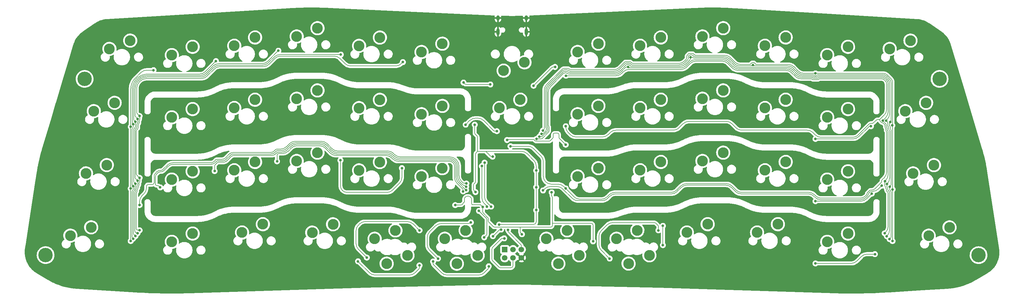
<source format=gtl>
%TF.GenerationSoftware,KiCad,Pcbnew,(6.0.7)*%
%TF.CreationDate,2022-09-18T01:02:23+03:00*%
%TF.ProjectId,teethless40_csl_pcb_schema,74656574-686c-4657-9373-34305f63736c,rev?*%
%TF.SameCoordinates,Original*%
%TF.FileFunction,Copper,L1,Top*%
%TF.FilePolarity,Positive*%
%FSLAX46Y46*%
G04 Gerber Fmt 4.6, Leading zero omitted, Abs format (unit mm)*
G04 Created by KiCad (PCBNEW (6.0.7)) date 2022-09-18 01:02:23*
%MOMM*%
%LPD*%
G01*
G04 APERTURE LIST*
%TA.AperFunction,ComponentPad*%
%ADD10C,4.400000*%
%TD*%
%TA.AperFunction,ComponentPad*%
%ADD11C,3.300000*%
%TD*%
%TA.AperFunction,ComponentPad*%
%ADD12O,1.000000X1.600000*%
%TD*%
%TA.AperFunction,ComponentPad*%
%ADD13O,1.000000X2.100000*%
%TD*%
%TA.AperFunction,ComponentPad*%
%ADD14R,1.700000X1.700000*%
%TD*%
%TA.AperFunction,ComponentPad*%
%ADD15C,1.700000*%
%TD*%
%TA.AperFunction,ViaPad*%
%ADD16C,0.800000*%
%TD*%
%TA.AperFunction,Conductor*%
%ADD17C,0.210000*%
%TD*%
G04 APERTURE END LIST*
D10*
X304580000Y-95110000D03*
X31750000Y-41170000D03*
X19850000Y-95100000D03*
X292670000Y-41170000D03*
D11*
X134573750Y-71030000D03*
X140923750Y-68490000D03*
X120273750Y-90080000D03*
X126623750Y-87540000D03*
X215546250Y-88180000D03*
X221896250Y-85640000D03*
X134573750Y-51980000D03*
X140923750Y-49440000D03*
X39323125Y-31967500D03*
X45673125Y-29427500D03*
X172673750Y-90070000D03*
X179023750Y-87530000D03*
D12*
X166520000Y-22547636D03*
X157880000Y-22547636D03*
D13*
X166520000Y-26727636D03*
X157880000Y-26727636D03*
D11*
X201253750Y-69130000D03*
X207603750Y-66590000D03*
X34560625Y-51017500D03*
X40910625Y-48477500D03*
X258393750Y-91030000D03*
X264743750Y-88490000D03*
X77423750Y-31030000D03*
X83773750Y-28490000D03*
X96473750Y-47220000D03*
X102823750Y-44680000D03*
X220303750Y-47220000D03*
X226653750Y-44680000D03*
X165993750Y-36100000D03*
X159643750Y-38640000D03*
X27416875Y-89117500D03*
X33766875Y-86577500D03*
X115513750Y-31040000D03*
X121863750Y-28500000D03*
X96473750Y-66270000D03*
X102823750Y-63730000D03*
X182683750Y-95150000D03*
X176333750Y-97690000D03*
X282216250Y-51030000D03*
X288566250Y-48490000D03*
X284597500Y-70080000D03*
X290947500Y-67540000D03*
X239358750Y-69130000D03*
X245708750Y-66590000D03*
X77423750Y-50080000D03*
X83773750Y-47540000D03*
X115513750Y-50090000D03*
X121863750Y-47550000D03*
X158373750Y-50070000D03*
X164723750Y-47530000D03*
X58373750Y-52930000D03*
X64723750Y-50390000D03*
X204113750Y-95140000D03*
X197763750Y-97680000D03*
X220303750Y-66270000D03*
X226653750Y-63730000D03*
X96473750Y-28170000D03*
X102823750Y-25630000D03*
X58373750Y-91030000D03*
X64723750Y-88490000D03*
X58373750Y-71980000D03*
X64723750Y-69440000D03*
X194080000Y-90070000D03*
X200430000Y-87530000D03*
X201253750Y-31030000D03*
X207603750Y-28490000D03*
X258393750Y-33880000D03*
X264743750Y-31340000D03*
X277453750Y-31980000D03*
X283803750Y-29440000D03*
X101226250Y-88190000D03*
X107576250Y-85650000D03*
X239358750Y-50080000D03*
X245708750Y-47540000D03*
X220303750Y-28170000D03*
X226653750Y-25630000D03*
X141693750Y-90070000D03*
X148043750Y-87530000D03*
X77423750Y-69130000D03*
X83773750Y-66590000D03*
D14*
X159980176Y-93390000D03*
D15*
X159980176Y-95930000D03*
X162520176Y-93390000D03*
X162520176Y-95930000D03*
X165060176Y-93390000D03*
X165060176Y-95930000D03*
D11*
X115513750Y-69140000D03*
X121863750Y-66600000D03*
X258393750Y-71980000D03*
X264743750Y-69440000D03*
X182203125Y-32920000D03*
X188553125Y-30380000D03*
X32179375Y-70067500D03*
X38529375Y-67527500D03*
X130290000Y-95160000D03*
X123940000Y-97700000D03*
X236977500Y-88180000D03*
X243327500Y-85640000D03*
X201253750Y-50080000D03*
X207603750Y-47540000D03*
X258393750Y-52930000D03*
X264743750Y-50390000D03*
X58373750Y-33880000D03*
X64723750Y-31340000D03*
X289360000Y-89130000D03*
X295710000Y-86590000D03*
X239358750Y-31030000D03*
X245708750Y-28490000D03*
X79805000Y-88180000D03*
X86155000Y-85640000D03*
X151703750Y-95180000D03*
X145353750Y-97720000D03*
X134573750Y-32930000D03*
X140923750Y-30390000D03*
X182203125Y-51970000D03*
X188553125Y-49430000D03*
X182203125Y-71020000D03*
X188553125Y-68480000D03*
D16*
X173810000Y-69490000D03*
X171160000Y-61860000D03*
X164130000Y-79893352D03*
X167620000Y-77410000D03*
X158870000Y-87250000D03*
X150812500Y-55165625D03*
X156260000Y-64960000D03*
X151040000Y-75800000D03*
X169573040Y-81303040D03*
X158280000Y-85750000D03*
X169573040Y-69190000D03*
X169580000Y-74320000D03*
X156368750Y-89296875D03*
X175320000Y-37500000D03*
X153820000Y-66790000D03*
X147390000Y-42290000D03*
X168770952Y-43259375D03*
X155790000Y-80230000D03*
X155575000Y-42862464D03*
X148034375Y-55165625D03*
X152995500Y-67830000D03*
X160671875Y-59865625D03*
X154520000Y-80290000D03*
X178570000Y-61290000D03*
X157559375Y-57150000D03*
X186928125Y-90884375D03*
X165210000Y-88710000D03*
X153292840Y-80367120D03*
X174280000Y-75890000D03*
X144859375Y-79771875D03*
X153710000Y-89660000D03*
X152102216Y-81557744D03*
X133945200Y-87510864D03*
X117871776Y-95845232D03*
X149630000Y-85080000D03*
X139600664Y-96142888D03*
X206870920Y-87510864D03*
X191988120Y-96142888D03*
X48517928Y-79771808D03*
X148267939Y-73154987D03*
X148205317Y-74152525D03*
X54823750Y-74358954D03*
X45824960Y-74718738D03*
X45836220Y-55791360D03*
X45824960Y-90778125D03*
X52784375Y-38496875D03*
X46548604Y-90047894D03*
X71834375Y-35718750D03*
X46561220Y-55066360D03*
X71437440Y-69353848D03*
X46549960Y-73993738D03*
X148160000Y-75151000D03*
X147257625Y-75590000D03*
X90487424Y-66377288D03*
X47274960Y-73223376D03*
X47273604Y-89277532D03*
X47286220Y-54295998D03*
X90884375Y-32543750D03*
X115192872Y-96993258D03*
X109934375Y-33734375D03*
X47922616Y-53403030D03*
X47911356Y-72330408D03*
X128587392Y-68460880D03*
X47910000Y-88384564D03*
X109835064Y-66079632D03*
X133945200Y-98226480D03*
X138112384Y-97035856D03*
X128885048Y-36016376D03*
X48529188Y-52510062D03*
X155078776Y-98524136D03*
X48517928Y-71437440D03*
X48516572Y-87491596D03*
X178653125Y-40183560D03*
X178593600Y-55661672D03*
X178593600Y-74711656D03*
X161730000Y-61770000D03*
X197643584Y-37504656D03*
X276000000Y-72450000D03*
X208240000Y-92020000D03*
X275927112Y-88396750D03*
X208240000Y-86141784D03*
X169663920Y-59531200D03*
X275310000Y-53910000D03*
X276328157Y-53951843D03*
X276563508Y-89289718D03*
X216693568Y-34528096D03*
X170556888Y-58826700D03*
X276636396Y-73342968D03*
X277615500Y-54380000D03*
X277430000Y-74170000D03*
X171161438Y-58030758D03*
X277415392Y-90189768D03*
X235743552Y-36909344D03*
X254793536Y-97631168D03*
X271960000Y-76280000D03*
X254793536Y-78581184D03*
X278253737Y-55409250D03*
X272930000Y-94800000D03*
X278310000Y-74985362D03*
X271740000Y-55640000D03*
X254790000Y-39480000D03*
X171599037Y-57001477D03*
X254793536Y-59531200D03*
X278308360Y-90785080D03*
X275034144Y-73818688D03*
X171660000Y-75300000D03*
X161000000Y-87360000D03*
X159820000Y-89960000D03*
D17*
X171160000Y-61860000D02*
X172268680Y-61860000D01*
X173810000Y-63401320D02*
X173810000Y-69490000D01*
X173329340Y-62299340D02*
X173370660Y-62340660D01*
X164130000Y-79893352D02*
X164639592Y-79893352D01*
X165488120Y-79541880D02*
X167620000Y-77410000D01*
X173329350Y-62299330D02*
G75*
G03*
X172268680Y-61860000I-1060650J-1060670D01*
G01*
X173370670Y-62340650D02*
G75*
G02*
X173810000Y-63401320I-1060670J-1060650D01*
G01*
X165488135Y-79541895D02*
G75*
G02*
X164639592Y-79893352I-848535J848595D01*
G01*
X151670000Y-63340000D02*
X151670000Y-58966935D01*
X166796694Y-64042944D02*
X168870097Y-66116347D01*
X151552842Y-58684092D02*
X150929657Y-58060907D01*
X158305000Y-85725000D02*
X168733629Y-85725000D01*
X169580000Y-74320000D02*
X169573040Y-74326960D01*
X169573040Y-67813403D02*
X169573040Y-69190000D01*
X154190000Y-63340000D02*
X165099637Y-63340000D01*
X169573040Y-74326960D02*
X169573040Y-81303040D01*
X158870000Y-87250000D02*
X158581310Y-87250000D01*
X158280000Y-85750000D02*
X158305000Y-85725000D01*
X151670000Y-63340000D02*
X151197158Y-63812842D01*
X158298467Y-87367158D02*
X156368750Y-89296875D01*
X150812500Y-55165625D02*
X150812500Y-57778065D01*
X169573040Y-74313040D02*
X169580000Y-74320000D01*
X152610000Y-63340000D02*
X154190000Y-63340000D01*
X150501592Y-73534437D02*
X150501592Y-75095907D01*
X154190000Y-63340000D02*
X155692843Y-64842843D01*
X155975685Y-64960000D02*
X156260000Y-64960000D01*
X169573040Y-69190000D02*
X169573040Y-74313040D01*
X150962843Y-72907501D02*
X150618750Y-73251594D01*
X151670000Y-63340000D02*
X152610000Y-63340000D01*
X150618750Y-75378750D02*
X151040000Y-75800000D01*
X151080000Y-64095685D02*
X151080000Y-72624659D01*
X169573040Y-84885589D02*
X169573040Y-81303040D01*
X169299315Y-85490685D02*
X169338726Y-85451274D01*
X169573026Y-67813403D02*
G75*
G03*
X168870097Y-66116347I-2400026J3D01*
G01*
X150812526Y-57778065D02*
G75*
G03*
X150929658Y-58060906I399974J-35D01*
G01*
X169299300Y-85490670D02*
G75*
G02*
X168733629Y-85725000I-565700J565670D01*
G01*
X150501590Y-75095907D02*
G75*
G03*
X150618750Y-75378750I400010J7D01*
G01*
X150962864Y-72907522D02*
G75*
G03*
X151080000Y-72624659I-282864J282822D01*
G01*
X150501621Y-73534437D02*
G75*
G02*
X150618750Y-73251594I399979J37D01*
G01*
X155975685Y-64960010D02*
G75*
G02*
X155692843Y-64842843I15J400010D01*
G01*
X158581310Y-87250008D02*
G75*
G03*
X158298467Y-87367158I-10J-399992D01*
G01*
X151552860Y-58684074D02*
G75*
G02*
X151670000Y-58966935I-282860J-282826D01*
G01*
X151079990Y-64095685D02*
G75*
G02*
X151197158Y-63812842I400010J-15D01*
G01*
X169338740Y-85451288D02*
G75*
G03*
X169573040Y-84885589I-565740J565688D01*
G01*
X166796675Y-64042963D02*
G75*
G03*
X165099637Y-63340000I-1697075J-1697037D01*
G01*
X147390000Y-42290000D02*
X147845307Y-42745307D01*
X175320000Y-37500000D02*
X174944541Y-37500000D01*
X153820000Y-66790000D02*
X153820000Y-77265887D01*
X148128149Y-42862464D02*
X155575000Y-42862464D01*
X154522944Y-78962944D02*
X155790000Y-80230000D01*
X174237434Y-37792893D02*
X168770952Y-43259375D01*
X153820009Y-77265887D02*
G75*
G03*
X154522944Y-78962944I2399991J-13D01*
G01*
X174237414Y-37792873D02*
G75*
G02*
X174944541Y-37500000I707086J-707127D01*
G01*
X148128149Y-42862439D02*
G75*
G02*
X147845307Y-42745307I-49J399939D01*
G01*
X168620014Y-59650000D02*
X161053185Y-59650000D01*
X154520000Y-80106000D02*
X153698443Y-79284443D01*
X156931310Y-57150000D02*
X157559375Y-57150000D01*
X174904570Y-57862422D02*
X174841229Y-57925763D01*
X151012863Y-53181250D02*
X151802762Y-53181250D01*
X176392850Y-57925762D02*
X176329509Y-57862421D01*
X148034375Y-55165625D02*
X149315807Y-53884193D01*
X154520000Y-80290000D02*
X154520000Y-80106000D01*
X153499819Y-53884194D02*
X156648468Y-57032843D01*
X176046667Y-57745264D02*
X175187413Y-57745264D01*
X174724072Y-58208605D02*
X174724072Y-59067859D01*
X176510008Y-58208605D02*
X176510008Y-59064323D01*
X173555731Y-60236200D02*
X169537584Y-60236200D01*
X169254741Y-60119042D02*
X168902856Y-59767157D01*
X174606914Y-59350702D02*
X173838573Y-60119043D01*
X160770342Y-59767158D02*
X160671875Y-59865625D01*
X176627166Y-59347166D02*
X178570000Y-61290000D01*
X152995500Y-77587387D02*
X152995500Y-67830000D01*
X156931310Y-57149992D02*
G75*
G02*
X156648468Y-57032843I-10J399992D01*
G01*
X169254749Y-60119034D02*
G75*
G03*
X169537584Y-60236200I282851J282834D01*
G01*
X168902849Y-59767164D02*
G75*
G03*
X168620014Y-59650000I-282849J-282836D01*
G01*
X173838558Y-60119028D02*
G75*
G02*
X173555731Y-60236200I-282858J282828D01*
G01*
X176046667Y-57745299D02*
G75*
G02*
X176329508Y-57862422I33J-400001D01*
G01*
X176392854Y-57925758D02*
G75*
G02*
X176510008Y-58208605I-282854J-282842D01*
G01*
X174606929Y-59350717D02*
G75*
G03*
X174724072Y-59067859I-282829J282817D01*
G01*
X153698437Y-79284449D02*
G75*
G02*
X152995500Y-77587387I1697063J1697049D01*
G01*
X151012863Y-53181239D02*
G75*
G03*
X149315808Y-53884194I37J-2400061D01*
G01*
X174841220Y-57925754D02*
G75*
G03*
X174724072Y-58208605I282880J-282846D01*
G01*
X153499827Y-53884186D02*
G75*
G03*
X151802762Y-53181250I-1697027J-1697014D01*
G01*
X176509990Y-59064323D02*
G75*
G03*
X176627166Y-59347166I400010J23D01*
G01*
X174904556Y-57862408D02*
G75*
G02*
X175187413Y-57745264I282844J-282892D01*
G01*
X160770349Y-59767165D02*
G75*
G02*
X161053185Y-59650000I282851J-282835D01*
G01*
X174280000Y-75890000D02*
X174280000Y-76880165D01*
X147522843Y-78997157D02*
X146865283Y-79654717D01*
X146582440Y-79771875D02*
X144859375Y-79771875D01*
X174055565Y-86518750D02*
X164703125Y-86518750D01*
X149064315Y-77080000D02*
X148395685Y-77080000D01*
X186928125Y-85890685D02*
X186928125Y-90884375D01*
X149722843Y-77572843D02*
X149347158Y-77197158D01*
X174397158Y-77163008D02*
X174408406Y-77174256D01*
X164703125Y-88037440D02*
X164703125Y-86518750D01*
X149840000Y-79284315D02*
X149840000Y-77855685D01*
X186648408Y-85445283D02*
X186810968Y-85607843D01*
X152605720Y-79680000D02*
X150070000Y-79680000D01*
X174408405Y-86331595D02*
X174338407Y-86401593D01*
X174525563Y-77457098D02*
X174525563Y-85328125D01*
X153292840Y-80367120D02*
X152605720Y-79680000D01*
X153292840Y-80367120D02*
X153292840Y-81946287D01*
X155050622Y-84949118D02*
X156503097Y-86401593D01*
X174525563Y-85328125D02*
X186365565Y-85328125D01*
X156785939Y-86518750D02*
X164703125Y-86518750D01*
X165210000Y-88710000D02*
X164820282Y-88320282D01*
X147640000Y-77835685D02*
X147640000Y-78714315D01*
X174525563Y-85328125D02*
X174525563Y-86048752D01*
X153409998Y-82229130D02*
X154816307Y-83635439D01*
X148112843Y-77197157D02*
X147757158Y-77552842D01*
X150070000Y-79680000D02*
X149957158Y-79567158D01*
X154933464Y-83918281D02*
X154933464Y-84666275D01*
X149722836Y-77572850D02*
G75*
G02*
X149840000Y-77855685I-282836J-282850D01*
G01*
X147522836Y-78997150D02*
G75*
G03*
X147640000Y-78714315I-282836J282850D01*
G01*
X174408422Y-86331612D02*
G75*
G03*
X174525563Y-86048752I-282822J282812D01*
G01*
X186810966Y-85607845D02*
G75*
G02*
X186928125Y-85890685I-282866J-282855D01*
G01*
X148112850Y-77197164D02*
G75*
G02*
X148395685Y-77080000I282850J-282836D01*
G01*
X147639990Y-77835685D02*
G75*
G02*
X147757158Y-77552842I400010J-15D01*
G01*
X174338414Y-86401600D02*
G75*
G02*
X174055565Y-86518750I-282814J282800D01*
G01*
X149064315Y-77079990D02*
G75*
G02*
X149347158Y-77197158I-15J-400010D01*
G01*
X153410000Y-82229128D02*
G75*
G02*
X153292840Y-81946287I282800J282828D01*
G01*
X174408398Y-77174264D02*
G75*
G02*
X174525563Y-77457098I-282798J-282836D01*
G01*
X164703090Y-88037440D02*
G75*
G03*
X164820282Y-88320282I400010J40D01*
G01*
X186365565Y-85328143D02*
G75*
G02*
X186648408Y-85445283I35J-399957D01*
G01*
X156785939Y-86518736D02*
G75*
G02*
X156503098Y-86401592I-39J399936D01*
G01*
X146582440Y-79771910D02*
G75*
G03*
X146865283Y-79654717I-40J400010D01*
G01*
X149839990Y-79284315D02*
G75*
G03*
X149957158Y-79567158I400010J15D01*
G01*
X174397140Y-77163026D02*
G75*
G02*
X174280000Y-76880165I282860J282826D01*
G01*
X155050602Y-84949138D02*
G75*
G02*
X154933464Y-84666275I282898J282838D01*
G01*
X154816290Y-83635456D02*
G75*
G02*
X154933464Y-83918281I-282790J-282844D01*
G01*
X153710000Y-89660000D02*
X154366307Y-89003693D01*
X154366306Y-83821834D02*
X152102216Y-81557744D01*
X154483464Y-88720851D02*
X154483464Y-84104677D01*
X154483439Y-88720851D02*
G75*
G02*
X154366307Y-89003693I-399939J-49D01*
G01*
X154483490Y-84104677D02*
G75*
G03*
X154366306Y-83821834I-399990J-23D01*
G01*
X130272183Y-84831960D02*
X117377609Y-84831960D01*
X133945200Y-87510864D02*
X131969240Y-85534904D01*
X115300504Y-93273960D02*
X117871776Y-95845232D01*
X115680552Y-85534904D02*
X115300503Y-85914953D01*
X114597560Y-87612009D02*
X114597560Y-91576903D01*
X115300497Y-93273967D02*
G75*
G02*
X114597560Y-91576903I1697103J1697067D01*
G01*
X130272183Y-84831984D02*
G75*
G02*
X131969240Y-85534904I17J-2400016D01*
G01*
X115680539Y-85534891D02*
G75*
G02*
X117377609Y-84831960I1697061J-1697109D01*
G01*
X115300490Y-85914940D02*
G75*
G03*
X114597560Y-87612009I1697110J-1697060D01*
G01*
X136326448Y-89695601D02*
X136326448Y-91874559D01*
X137029392Y-93571616D02*
X139600664Y-96142888D01*
X149630000Y-85080000D02*
X149399885Y-85310115D01*
X149117043Y-85427272D02*
X140594777Y-85427272D01*
X138897720Y-86130216D02*
X137029391Y-87998545D01*
X140594777Y-85427264D02*
G75*
G03*
X138897720Y-86130216I23J-2400036D01*
G01*
X137029401Y-87998555D02*
G75*
G03*
X136326448Y-89695601I1696999J-1697045D01*
G01*
X149117043Y-85427310D02*
G75*
G03*
X149399885Y-85310115I-43J400010D01*
G01*
X136326463Y-91874559D02*
G75*
G03*
X137029392Y-93571616I2399937J-41D01*
G01*
X206753762Y-86023762D02*
X205997157Y-85267157D01*
X191207056Y-85852944D02*
X189402943Y-87657057D01*
X206870920Y-87510864D02*
X206870920Y-86306605D01*
X189402944Y-93557712D02*
X191988120Y-96142888D01*
X188700000Y-89354113D02*
X188700000Y-91860655D01*
X205714315Y-85150000D02*
X192904113Y-85150000D01*
X205714315Y-85149990D02*
G75*
G02*
X205997157Y-85267157I-15J-400010D01*
G01*
X192904113Y-85150009D02*
G75*
G03*
X191207056Y-85852944I-13J-2399991D01*
G01*
X189402937Y-87657051D02*
G75*
G03*
X188700000Y-89354113I1697063J-1697049D01*
G01*
X206753769Y-86023755D02*
G75*
G02*
X206870920Y-86306605I-282869J-282845D01*
G01*
X189402922Y-93557734D02*
G75*
G02*
X188700000Y-91860655I1697078J1697034D01*
G01*
X70290984Y-66820256D02*
X58744029Y-66820256D01*
X48517928Y-78682329D02*
X48517928Y-79771808D01*
X148198092Y-73085140D02*
X147439191Y-73085140D01*
X143146527Y-65027288D02*
X128057101Y-65027288D01*
X126360044Y-64324344D02*
X125979995Y-63944295D01*
X91613027Y-62646040D02*
X90391577Y-62646040D01*
X50601520Y-73984373D02*
X50601520Y-74610511D01*
X53888700Y-69541472D02*
X53324240Y-70105932D01*
X52413283Y-73521032D02*
X51064861Y-73521032D01*
X49898576Y-76307568D02*
X49220871Y-76985273D01*
X94285444Y-60967736D02*
X93310083Y-61943097D01*
X57046973Y-67523199D02*
X55731644Y-68838528D01*
X148267939Y-73154987D02*
X148198092Y-73085140D01*
X73717544Y-65774944D02*
X72123301Y-65774944D01*
X50782018Y-73638190D02*
X50718677Y-73701531D01*
X52972768Y-70954460D02*
X52972768Y-72961547D01*
X104042331Y-60264792D02*
X95982501Y-60264792D01*
X75983116Y-64130692D02*
X74778204Y-65335604D01*
X52855611Y-73244389D02*
X52696126Y-73403874D01*
X147208842Y-72969246D02*
X146713759Y-72474163D01*
X71840458Y-65892102D02*
X71351644Y-66380916D01*
X146010816Y-70777107D02*
X146010816Y-67891577D01*
X54883116Y-69190000D02*
X54737228Y-69190000D01*
X107310060Y-62538408D02*
X105739387Y-60967735D01*
X88476417Y-63691352D02*
X77043776Y-63691352D01*
X124282939Y-63241352D02*
X109007117Y-63241352D01*
X145176070Y-65876322D02*
X145161781Y-65862033D01*
X90108734Y-62763198D02*
X89678498Y-63193434D01*
X57046950Y-67523176D02*
G75*
G02*
X58744029Y-66820256I1697050J-1697124D01*
G01*
X54883116Y-69190011D02*
G75*
G03*
X55731644Y-68838528I-16J1200011D01*
G01*
X52972750Y-70954460D02*
G75*
G02*
X53324241Y-70105933I1200050J-40D01*
G01*
X75983118Y-64130694D02*
G75*
G02*
X77043776Y-63691352I1060682J-1060706D01*
G01*
X52413283Y-73521010D02*
G75*
G03*
X52696126Y-73403874I17J400010D01*
G01*
X71840466Y-65892110D02*
G75*
G02*
X72123301Y-65774944I282834J-282790D01*
G01*
X107310062Y-62538406D02*
G75*
G03*
X109007117Y-63241352I1697038J1697006D01*
G01*
X73717544Y-65774961D02*
G75*
G03*
X74778203Y-65335603I-44J1500061D01*
G01*
X145176062Y-65876330D02*
G75*
G02*
X146010816Y-67891577I-2015262J-2015270D01*
G01*
X49898574Y-76307566D02*
G75*
G03*
X50601520Y-74610511I-1697074J1697066D01*
G01*
X146010807Y-70777107D02*
G75*
G03*
X146713760Y-72474162I2399993J7D01*
G01*
X126360046Y-64324342D02*
G75*
G03*
X128057101Y-65027288I1697054J1697042D01*
G01*
X124282939Y-63241339D02*
G75*
G02*
X125979994Y-63944296I-39J-2400061D01*
G01*
X94285442Y-60967734D02*
G75*
G02*
X95982501Y-60264792I1697058J-1697066D01*
G01*
X53888686Y-69541458D02*
G75*
G02*
X54737228Y-69190000I848514J-848542D01*
G01*
X52855581Y-73244359D02*
G75*
G03*
X52972768Y-72961547I-282781J282859D01*
G01*
X50601496Y-73984373D02*
G75*
G02*
X50718677Y-73701531I400004J-27D01*
G01*
X143146527Y-65027273D02*
G75*
G02*
X145161780Y-65862034I-27J-2850027D01*
G01*
X90108754Y-62763218D02*
G75*
G02*
X90391577Y-62646040I282846J-282782D01*
G01*
X88476417Y-63691348D02*
G75*
G03*
X89678497Y-63193433I-17J1700048D01*
G01*
X50782044Y-73638216D02*
G75*
G02*
X51064861Y-73521032I282856J-282784D01*
G01*
X91613027Y-62646047D02*
G75*
G03*
X93310083Y-61943097I-27J2400047D01*
G01*
X147208849Y-72969239D02*
G75*
G03*
X147439191Y-73085139I295551J300539D01*
G01*
X48517940Y-78682329D02*
G75*
G02*
X49220871Y-76985273I2399960J29D01*
G01*
X70290984Y-66820257D02*
G75*
G03*
X71351644Y-66380916I16J1499957D01*
G01*
X104042331Y-60264773D02*
G75*
G02*
X105739386Y-60967736I-31J-2400027D01*
G01*
X90295130Y-63213198D02*
X89864894Y-63643434D01*
X54058528Y-69951472D02*
X53734240Y-70275760D01*
X45836220Y-74707478D02*
X45824960Y-74718738D01*
X53382768Y-71124288D02*
X53382768Y-73418688D01*
X50659982Y-38496875D02*
X52784375Y-38496875D01*
X94471840Y-61417736D02*
X93496479Y-62393097D01*
X107123664Y-62988408D02*
X105552991Y-61417735D01*
X88662813Y-64141352D02*
X77230172Y-64141352D01*
X147593451Y-73706344D02*
X147475229Y-73706344D01*
X45839024Y-55788556D02*
X45839024Y-44270524D01*
X147192386Y-73589186D02*
X146263759Y-72660559D01*
X45836220Y-55791360D02*
X45836220Y-74707478D01*
X145560816Y-70963503D02*
X145560816Y-67891577D01*
X143146527Y-65477288D02*
X127870705Y-65477288D01*
X45824960Y-74718738D02*
X45824960Y-90778125D01*
X103855935Y-60714792D02*
X96168897Y-60714792D01*
X57176801Y-67973199D02*
X55901472Y-69248528D01*
X148205317Y-74152525D02*
X147876293Y-73823501D01*
X55052944Y-69600000D02*
X54907056Y-69600000D01*
X47215622Y-40947122D02*
X48962926Y-39199818D01*
X72026854Y-66342102D02*
X71538040Y-66830916D01*
X91799423Y-63096040D02*
X90577973Y-63096040D01*
X76169512Y-64580692D02*
X74964600Y-65785604D01*
X54400642Y-73935846D02*
X54823750Y-74358954D01*
X144857872Y-66194520D02*
X144843583Y-66180231D01*
X53782768Y-73818688D02*
X54117799Y-73818688D01*
X45836220Y-55791360D02*
X45839024Y-55788556D01*
X70477380Y-67270256D02*
X58873857Y-67270256D01*
X126173648Y-64774344D02*
X125793599Y-64394295D01*
X73903940Y-66224944D02*
X72309697Y-66224944D01*
X124096543Y-63691352D02*
X108820721Y-63691352D01*
X73903940Y-66224959D02*
G75*
G03*
X74964600Y-65785604I-40J1500059D01*
G01*
X54400645Y-73935843D02*
G75*
G03*
X54117799Y-73818688I-282845J-282857D01*
G01*
X94471840Y-61417736D02*
G75*
G02*
X96168897Y-60714792I1697060J-1697064D01*
G01*
X88662813Y-64141345D02*
G75*
G03*
X89864893Y-63643433I-13J1700045D01*
G01*
X54058550Y-69951494D02*
G75*
G02*
X54907056Y-69600000I848550J-848506D01*
G01*
X57176814Y-67973212D02*
G75*
G02*
X58873857Y-67270256I1697086J-1697088D01*
G01*
X126173648Y-64774344D02*
G75*
G03*
X127870705Y-65477288I1697052J1697044D01*
G01*
X91799423Y-63096044D02*
G75*
G03*
X93496478Y-62393096I-23J2400044D01*
G01*
X53382770Y-71124288D02*
G75*
G02*
X53734241Y-70275761I1200030J-12D01*
G01*
X70477380Y-67270254D02*
G75*
G03*
X71538040Y-66830916I20J1499954D01*
G01*
X55052944Y-69600030D02*
G75*
G03*
X55901471Y-69248527I-44J1200030D01*
G01*
X90577973Y-63096010D02*
G75*
G03*
X90295130Y-63213198I27J-399990D01*
G01*
X50659982Y-38496870D02*
G75*
G03*
X48962927Y-39199819I18J-2400030D01*
G01*
X147593451Y-73706367D02*
G75*
G02*
X147876292Y-73823502I49J-399933D01*
G01*
X53782768Y-73818732D02*
G75*
G02*
X53382768Y-73418688I32J400032D01*
G01*
X72026864Y-66342112D02*
G75*
G02*
X72309697Y-66224944I282836J-282788D01*
G01*
X147192383Y-73589189D02*
G75*
G03*
X147475229Y-73706344I282817J282789D01*
G01*
X103855935Y-60714770D02*
G75*
G02*
X105552990Y-61417736I-35J-2400030D01*
G01*
X124096543Y-63691336D02*
G75*
G02*
X125793599Y-64394295I-43J-2400064D01*
G01*
X47215615Y-40947115D02*
G75*
G03*
X45839024Y-44270524I3323385J-3323385D01*
G01*
X107123664Y-62988408D02*
G75*
G03*
X108820721Y-63691352I1697036J1697008D01*
G01*
X145560809Y-70963503D02*
G75*
G03*
X146263759Y-72660559I2399991J3D01*
G01*
X76169516Y-64580696D02*
G75*
G02*
X77230172Y-64141352I1060684J-1060704D01*
G01*
X144857864Y-66194528D02*
G75*
G02*
X145560816Y-67891577I-1697064J-1697072D01*
G01*
X143146527Y-65477273D02*
G75*
G02*
X144843582Y-66180232I-27J-2400027D01*
G01*
X148160000Y-75151000D02*
X148117804Y-75151000D01*
X46392118Y-56232483D02*
X46444063Y-56180538D01*
X148117804Y-75151000D02*
X145813759Y-72846955D01*
X144539674Y-66512718D02*
X144525386Y-66498430D01*
X143146528Y-65927288D02*
X127684309Y-65927288D01*
X46548604Y-90047894D02*
X46352117Y-89851407D01*
X145110816Y-71149899D02*
X145110816Y-67891576D01*
X46561220Y-55066360D02*
X46406182Y-54911322D01*
X72213250Y-66792102D02*
X71554597Y-67450755D01*
X94658236Y-61867736D02*
X93682875Y-62843097D01*
X46352118Y-75389186D02*
X46432803Y-75308501D01*
X46561220Y-55897696D02*
X46561220Y-55066360D01*
X123910147Y-64141352D02*
X108634325Y-64141352D01*
X46392118Y-73835896D02*
X46549960Y-73993738D01*
X90481526Y-63663198D02*
X90051290Y-64093434D01*
X46274960Y-56515326D02*
X46274960Y-73553053D01*
X47665622Y-41076950D02*
X47678474Y-41064098D01*
X46549960Y-75025659D02*
X46549960Y-73993738D01*
X88849209Y-64591352D02*
X77416568Y-64591352D01*
X103669539Y-61164792D02*
X96355293Y-61164792D01*
X51001876Y-39687500D02*
X66871512Y-39687500D01*
X68568568Y-38984557D02*
X71834375Y-35718750D01*
X46289024Y-54628479D02*
X46289024Y-44400352D01*
X74090336Y-66674944D02*
X72496093Y-66674944D01*
X71437440Y-67733597D02*
X71437440Y-69353848D01*
X106937268Y-63438408D02*
X105366595Y-61867735D01*
X125987252Y-65224344D02*
X125607203Y-64844295D01*
X46234960Y-89568565D02*
X46234960Y-75672029D01*
X76355908Y-65030692D02*
X75150996Y-66235604D01*
X91985819Y-63546040D02*
X90764369Y-63546040D01*
X106937266Y-63438410D02*
G75*
G03*
X108634325Y-64141352I1697034J1697010D01*
G01*
X71437427Y-67733597D02*
G75*
G02*
X71554597Y-67450755I399973J-3D01*
G01*
X144539666Y-66512726D02*
G75*
G02*
X145110816Y-67891576I-1378866J-1378874D01*
G01*
X125987250Y-65224346D02*
G75*
G03*
X127684309Y-65927288I1697050J1697046D01*
G01*
X94658238Y-61867738D02*
G75*
G02*
X96355293Y-61164792I1697062J-1697062D01*
G01*
X90764369Y-63546007D02*
G75*
G03*
X90481526Y-63663198I31J-399993D01*
G01*
X46392097Y-56232462D02*
G75*
G03*
X46274960Y-56515326I282903J-282838D01*
G01*
X68568562Y-38984551D02*
G75*
G02*
X66871512Y-39687500I-1697062J1697051D01*
G01*
X103669539Y-61164767D02*
G75*
G02*
X105366595Y-61867735I-39J-2400033D01*
G01*
X123910147Y-64141333D02*
G75*
G02*
X125607203Y-64844295I-47J-2400067D01*
G01*
X46289033Y-54628479D02*
G75*
G03*
X46406183Y-54911321I399967J-21D01*
G01*
X72213262Y-66792114D02*
G75*
G02*
X72496093Y-66674944I282838J-282786D01*
G01*
X145110812Y-71149899D02*
G75*
G03*
X145813759Y-72846955I2399988J-1D01*
G01*
X91985819Y-63546042D02*
G75*
G03*
X93682875Y-62843097I-19J2400042D01*
G01*
X74090336Y-66674956D02*
G75*
G03*
X75150996Y-66235604I-36J1500056D01*
G01*
X46392086Y-73835928D02*
G75*
G02*
X46274960Y-73553053I282914J282828D01*
G01*
X46234997Y-89568565D02*
G75*
G03*
X46352117Y-89851407I400003J-35D01*
G01*
X76355914Y-65030698D02*
G75*
G02*
X77416568Y-64591352I1060686J-1060702D01*
G01*
X46432815Y-75308513D02*
G75*
G03*
X46549960Y-75025659I-282815J282813D01*
G01*
X143146528Y-65927273D02*
G75*
G02*
X144525385Y-66498431I-28J-1950027D01*
G01*
X46352095Y-75389163D02*
G75*
G03*
X46234960Y-75672029I282905J-282837D01*
G01*
X88849209Y-64591372D02*
G75*
G03*
X90051290Y-64093434I-9J1699972D01*
G01*
X47678486Y-41064110D02*
G75*
G02*
X51001876Y-39687500I3323414J-3323390D01*
G01*
X47665622Y-41076950D02*
G75*
G03*
X46289024Y-44400352I3323398J-3323400D01*
G01*
X46444069Y-56180544D02*
G75*
G03*
X46561220Y-55897696I-282869J282844D01*
G01*
X144221476Y-66830916D02*
X144207188Y-66816628D01*
X46959961Y-75210970D02*
X46959961Y-74746443D01*
X46644960Y-88483203D02*
X46644960Y-75857341D01*
X47286220Y-54295998D02*
X46856182Y-53865960D01*
X72671134Y-36512500D02*
X85921512Y-36512500D01*
X87618568Y-35809557D02*
X90884375Y-32543750D01*
X143146528Y-66377288D02*
X127497913Y-66377288D01*
X92172215Y-63996040D02*
X90950765Y-63996040D01*
X144660816Y-71336295D02*
X144660816Y-67891576D01*
X103483143Y-61614792D02*
X96541689Y-61614792D01*
X47274960Y-74100074D02*
X47274960Y-73223376D01*
X106750872Y-63888408D02*
X105180199Y-62317735D01*
X68754964Y-39434557D02*
X70974077Y-37215444D01*
X47954531Y-41367869D02*
X47969393Y-41353007D01*
X46842118Y-56362311D02*
X47169063Y-56035366D01*
X123723751Y-64591352D02*
X108447929Y-64591352D01*
X46762118Y-75574498D02*
X46842804Y-75493812D01*
X47286220Y-55752524D02*
X47286220Y-54295998D01*
X47077119Y-74463600D02*
X47157803Y-74382916D01*
X47273604Y-89277532D02*
X46762117Y-88766045D01*
X147257625Y-75590000D02*
X147257625Y-75092902D01*
X46842118Y-72790534D02*
X47274960Y-73223376D01*
X147140467Y-74810059D02*
X145363759Y-73033351D01*
X46739024Y-53583117D02*
X46739024Y-44302362D01*
X46724960Y-56645154D02*
X46724960Y-72507691D01*
X90487424Y-64459381D02*
X90487424Y-66377288D01*
X125800856Y-65674344D02*
X125420807Y-65294295D01*
X50903886Y-40137500D02*
X67057908Y-40137500D01*
X90667922Y-64113198D02*
X90604581Y-64176539D01*
X94844632Y-62317736D02*
X93869271Y-63293097D01*
X46959950Y-75210970D02*
G75*
G02*
X46842803Y-75493811I-399950J-30D01*
G01*
X93869272Y-63293098D02*
G75*
G02*
X92172215Y-63996040I-1697072J1697098D01*
G01*
X46738991Y-44302362D02*
G75*
G02*
X47954531Y-41367869I4150009J-38D01*
G01*
X123723751Y-64591401D02*
G75*
G02*
X125420807Y-65294295I49J-2399999D01*
G01*
X144660815Y-71336295D02*
G75*
G03*
X145363759Y-73033351I2399985J-5D01*
G01*
X87618562Y-35809551D02*
G75*
G02*
X85921512Y-36512500I-1697062J1697051D01*
G01*
X90487404Y-64459381D02*
G75*
G02*
X90604581Y-64176539I399996J-19D01*
G01*
X143146528Y-66377272D02*
G75*
G02*
X144207188Y-66816628I-28J-1500028D01*
G01*
X50903886Y-40137491D02*
G75*
G03*
X47969393Y-41353007I14J-4150009D01*
G01*
X144660828Y-67891576D02*
G75*
G03*
X144221476Y-66830916I-1500028J-24D01*
G01*
X72671134Y-36512524D02*
G75*
G03*
X70974077Y-37215444I-34J-2399976D01*
G01*
X46842133Y-56362326D02*
G75*
G03*
X46724960Y-56645154I282867J-282874D01*
G01*
X46645002Y-75857341D02*
G75*
G02*
X46762119Y-75574499I399998J41D01*
G01*
X147140473Y-74810053D02*
G75*
G02*
X147257625Y-75092902I-282873J-282847D01*
G01*
X108447929Y-64591345D02*
G75*
G02*
X106750873Y-63888407I-29J2399945D01*
G01*
X103483143Y-61614764D02*
G75*
G02*
X105180199Y-62317735I-43J-2400036D01*
G01*
X47157808Y-74382921D02*
G75*
G03*
X47274960Y-74100074I-282808J282821D01*
G01*
X46762110Y-88766052D02*
G75*
G02*
X46644960Y-88483203I282890J282852D01*
G01*
X46842105Y-72790547D02*
G75*
G02*
X46724960Y-72507691I282895J282847D01*
G01*
X127497913Y-66377282D02*
G75*
G02*
X125800856Y-65674344I-13J2399982D01*
G01*
X46960004Y-74746443D02*
G75*
G02*
X47077120Y-74463601I399996J43D01*
G01*
X94844636Y-62317740D02*
G75*
G02*
X96541689Y-61614792I1697064J-1697060D01*
G01*
X46739006Y-53583117D02*
G75*
G03*
X46856183Y-53865959I399994J17D01*
G01*
X47169055Y-56035358D02*
G75*
G03*
X47286220Y-55752524I-282855J282858D01*
G01*
X90667948Y-64113224D02*
G75*
G02*
X90950765Y-63996040I282852J-282776D01*
G01*
X68754960Y-39434553D02*
G75*
G02*
X67057908Y-40137500I-1697060J1697053D01*
G01*
X47579062Y-56205195D02*
X47252117Y-56532140D01*
X47922616Y-53403030D02*
X47991220Y-53471634D01*
X47922616Y-53403030D02*
X47306182Y-52786596D01*
X47605692Y-88384564D02*
X47172117Y-87950989D01*
X50805897Y-40587500D02*
X67244304Y-40587500D01*
X47487119Y-74637155D02*
X47567803Y-74556471D01*
X47134960Y-56814982D02*
X47134960Y-71388327D01*
X47369962Y-75396281D02*
X47369961Y-74919999D01*
X120396767Y-101203040D02*
X130867495Y-101203040D01*
X47172118Y-75759810D02*
X47252805Y-75679123D01*
X48243440Y-41658788D02*
X48260313Y-41641915D01*
X91324259Y-33734375D02*
X109934375Y-33734375D01*
X47910000Y-88384564D02*
X47605692Y-88384564D01*
X47054960Y-87668147D02*
X47054960Y-76042653D01*
X72857530Y-36962500D02*
X86107908Y-36962500D01*
X47979960Y-73358003D02*
X47979960Y-72399012D01*
X47684960Y-74273629D02*
X47684960Y-73984373D01*
X128587392Y-71336295D02*
X128587392Y-68460880D01*
X47189024Y-52503753D02*
X47189024Y-44204373D01*
X132564552Y-100500096D02*
X133828043Y-99236605D01*
X47991220Y-53471634D02*
X47991220Y-54422334D01*
X111854115Y-75902280D02*
X124021407Y-75902280D01*
X47874062Y-54705177D02*
X47813377Y-54765862D01*
X47802118Y-73701530D02*
X47862803Y-73640845D01*
X47696220Y-55048704D02*
X47696220Y-55922352D01*
X68941360Y-39884557D02*
X71160473Y-37665444D01*
X125718464Y-75199336D02*
X127884449Y-73033351D01*
X133945200Y-98953763D02*
X133945200Y-98226480D01*
X115192872Y-96993258D02*
X118699711Y-100500097D01*
X109835064Y-66079632D02*
X109835064Y-73883229D01*
X47252118Y-71671170D02*
X47911356Y-72330408D01*
X110420851Y-75297443D02*
X110439902Y-75316494D01*
X47979960Y-72399012D02*
X47911356Y-72330408D01*
X87804964Y-36259557D02*
X89627202Y-34437319D01*
X47696218Y-55048704D02*
G75*
G02*
X47813378Y-54765863I399982J4D01*
G01*
X47579090Y-56205223D02*
G75*
G03*
X47696220Y-55922352I-282890J282823D01*
G01*
X50805897Y-40587498D02*
G75*
G03*
X48260313Y-41641915I3J-3600002D01*
G01*
X91324259Y-33734354D02*
G75*
G03*
X89627203Y-34437320I41J-2400046D01*
G01*
X68941358Y-39884555D02*
G75*
G02*
X67244304Y-40587500I-1697058J1697055D01*
G01*
X47874049Y-54705164D02*
G75*
G03*
X47991220Y-54422334I-282849J282864D01*
G01*
X111854115Y-75902275D02*
G75*
G02*
X110439902Y-75316494I-15J1999975D01*
G01*
X130867495Y-101203025D02*
G75*
G03*
X132564552Y-100500096I5J2400025D01*
G01*
X133828062Y-99236624D02*
G75*
G03*
X133945200Y-98953763I-282862J282824D01*
G01*
X47134953Y-71388327D02*
G75*
G03*
X47252118Y-71671170I400047J27D01*
G01*
X47862793Y-73640835D02*
G75*
G03*
X47979960Y-73358003I-282793J282835D01*
G01*
X47567780Y-74556448D02*
G75*
G03*
X47684960Y-74273629I-282780J282848D01*
G01*
X47054939Y-76042653D02*
G75*
G02*
X47172118Y-75759810I400061J-47D01*
G01*
X47369959Y-75396281D02*
G75*
G02*
X47252805Y-75679123I-399959J-19D01*
G01*
X47054939Y-87668147D02*
G75*
G03*
X47172117Y-87950989I400061J47D01*
G01*
X47369972Y-74919999D02*
G75*
G02*
X47487119Y-74637155I400028J-1D01*
G01*
X47189051Y-52503753D02*
G75*
G03*
X47306182Y-52786596I399949J-47D01*
G01*
X110420858Y-75297436D02*
G75*
G02*
X109835064Y-73883229I1414242J1414236D01*
G01*
X72857530Y-36962521D02*
G75*
G03*
X71160473Y-37665444I-30J-2399979D01*
G01*
X127884450Y-73033352D02*
G75*
G03*
X128587392Y-71336295I-1697050J1697052D01*
G01*
X125718456Y-75199328D02*
G75*
G02*
X124021407Y-75902280I-1697056J1697028D01*
G01*
X47802123Y-73701535D02*
G75*
G03*
X47684960Y-73984373I282877J-282865D01*
G01*
X47134960Y-56814982D02*
G75*
G02*
X47252118Y-56532141I400040J-18D01*
G01*
X87804960Y-36259553D02*
G75*
G02*
X86107908Y-36962500I-1697060J1697053D01*
G01*
X120396767Y-101203051D02*
G75*
G02*
X118699712Y-100500096I33J2400051D01*
G01*
X48243459Y-41658807D02*
G75*
G03*
X47189024Y-44204373I2545541J-2545593D01*
G01*
X48529188Y-52510062D02*
X48627616Y-52608490D01*
X48284062Y-54875005D02*
X48223377Y-54935690D01*
X48106220Y-55218532D02*
X48106220Y-56092180D01*
X47639024Y-51454213D02*
X47639024Y-44106383D01*
X109645039Y-34887318D02*
X111261777Y-36504056D01*
X140683656Y-100500096D02*
X138229541Y-98045981D01*
X138112384Y-97763139D02*
X138112384Y-97035856D01*
X128397367Y-36504057D02*
X128885048Y-36016376D01*
X47786190Y-87374438D02*
X47582117Y-87170365D01*
X48532349Y-41949707D02*
X48551232Y-41930824D01*
X50707907Y-41037500D02*
X67430700Y-41037500D01*
X152001071Y-101203040D02*
X142380713Y-101203040D01*
X47989062Y-56375023D02*
X47662117Y-56701968D01*
X69127756Y-40334557D02*
X71346869Y-38115444D01*
X48094960Y-74443457D02*
X48094960Y-74156717D01*
X47464960Y-86887523D02*
X47464960Y-76227965D01*
X48401220Y-53921447D02*
X48401220Y-54592162D01*
X48616356Y-71535868D02*
X48517928Y-71437440D01*
X48616356Y-72539586D02*
X48616356Y-71535868D01*
X47779962Y-75581593D02*
X47779962Y-75089825D01*
X48516572Y-87491596D02*
X48069033Y-87491596D01*
X112958834Y-37207000D02*
X126700311Y-37207000D01*
X48529188Y-52510062D02*
X47756182Y-51737056D01*
X91510655Y-34184375D02*
X107947983Y-34184375D01*
X47897120Y-74806982D02*
X47977803Y-74726299D01*
X48627616Y-52608490D02*
X48627616Y-53529366D01*
X155078776Y-98524136D02*
X155078776Y-98953763D01*
X47662118Y-70581630D02*
X48517928Y-71437440D01*
X154961618Y-99236606D02*
X153698127Y-100500097D01*
X87991360Y-36709557D02*
X89813598Y-34887319D01*
X48389961Y-73530346D02*
X48389961Y-73014509D01*
X47582118Y-75945122D02*
X47662805Y-75864435D01*
X48510458Y-53812209D02*
X48401220Y-53921447D01*
X48507119Y-72731666D02*
X48557778Y-72681007D01*
X73043926Y-37412500D02*
X86294304Y-37412500D01*
X47544960Y-56984810D02*
X47544960Y-70298787D01*
X48212118Y-73873874D02*
X48272804Y-73813188D01*
X109645052Y-34887305D02*
G75*
G03*
X107947983Y-34184375I-1697052J-1697095D01*
G01*
X48616359Y-72539586D02*
G75*
G02*
X48557778Y-72681007I-199959J-14D01*
G01*
X69127756Y-40334557D02*
G75*
G02*
X67430700Y-41037500I-1697056J1697057D01*
G01*
X48212101Y-73873857D02*
G75*
G03*
X48094960Y-74156717I282899J-282843D01*
G01*
X47786174Y-87374454D02*
G75*
G03*
X48069033Y-87491596I282826J282854D01*
G01*
X73043926Y-37412519D02*
G75*
G03*
X71346870Y-38115445I-26J-2399981D01*
G01*
X112958834Y-37206976D02*
G75*
G02*
X111261777Y-36504056I-34J2399976D01*
G01*
X48510479Y-53812230D02*
G75*
G03*
X48627616Y-53529366I-282879J282830D01*
G01*
X47662104Y-56701955D02*
G75*
G03*
X47544960Y-56984810I282896J-282845D01*
G01*
X138229557Y-98045965D02*
G75*
G02*
X138112384Y-97763139I282843J282865D01*
G01*
X48401186Y-54592162D02*
G75*
G02*
X48284061Y-54875004I-399986J-38D01*
G01*
X87991358Y-36709555D02*
G75*
G02*
X86294304Y-37412500I-1697058J1697055D01*
G01*
X47779967Y-75581593D02*
G75*
G02*
X47662804Y-75864434I-399967J-7D01*
G01*
X48272773Y-73813157D02*
G75*
G03*
X48389961Y-73530346I-282773J282857D01*
G01*
X128397361Y-36504051D02*
G75*
G02*
X126700311Y-37207000I-1697061J1697051D01*
G01*
X47464956Y-86887523D02*
G75*
G03*
X47582117Y-87170365I400044J23D01*
G01*
X47897099Y-74806961D02*
G75*
G03*
X47779962Y-75089825I282901J-282839D01*
G01*
X47977816Y-74726312D02*
G75*
G03*
X48094960Y-74443457I-282816J282812D01*
G01*
X47464948Y-76227965D02*
G75*
G02*
X47582119Y-75945123I400052J-35D01*
G01*
X47639009Y-51454213D02*
G75*
G03*
X47756183Y-51737055I399991J13D01*
G01*
X153698150Y-100500120D02*
G75*
G02*
X152001071Y-101203040I-1697050J1697120D01*
G01*
X91510655Y-34184351D02*
G75*
G03*
X89813599Y-34887320I45J-2400049D01*
G01*
X142380713Y-101203019D02*
G75*
G02*
X140683656Y-100500096I-13J2400019D01*
G01*
X47662103Y-70581645D02*
G75*
G02*
X47544960Y-70298787I282897J282845D01*
G01*
X47989076Y-56375037D02*
G75*
G03*
X48106220Y-56092180I-282876J282837D01*
G01*
X48532362Y-41949720D02*
G75*
G03*
X47639024Y-44106383I2156638J-2156680D01*
G01*
X48507106Y-72731653D02*
G75*
G03*
X48389961Y-73014509I282894J-282847D01*
G01*
X154961632Y-99236620D02*
G75*
G03*
X155078776Y-98953763I-282832J282820D01*
G01*
X48106238Y-55218532D02*
G75*
G02*
X48223378Y-54935691I399962J32D01*
G01*
X50707907Y-41037506D02*
G75*
G03*
X48551233Y-41930825I-7J-3049994D01*
G01*
X274430050Y-53619950D02*
X273655735Y-53619950D01*
X178653125Y-40183560D02*
X193970567Y-40183560D01*
X270505172Y-76575172D02*
X270102104Y-76978240D01*
X171750000Y-66464113D02*
X171750000Y-70970000D01*
X270505085Y-76323751D02*
X270505085Y-76575085D01*
X174150000Y-73370000D02*
X176257831Y-73370000D01*
X168752944Y-62472944D02*
X171047057Y-64767057D01*
X250350062Y-41120001D02*
X253527811Y-41120001D01*
X228036992Y-36428696D02*
X229462353Y-37854057D01*
X273372892Y-53737108D02*
X272471502Y-54638498D01*
X218317045Y-35725752D02*
X226339935Y-35725752D01*
X189803383Y-58935888D02*
X181671305Y-58935888D01*
X252311143Y-56852296D02*
X232272825Y-56852296D01*
X181164872Y-77282928D02*
X178593600Y-74711656D01*
X276122206Y-56130432D02*
X276165417Y-56173643D01*
X177954888Y-74072944D02*
X178593600Y-74711656D01*
X252782220Y-75902280D02*
X232272825Y-75902280D01*
X253810654Y-41237159D02*
X253871340Y-41297845D01*
X215499316Y-37549368D02*
X216619989Y-36428695D01*
X272188660Y-54755655D02*
X271599922Y-54755655D01*
X191880488Y-76605224D02*
X191202783Y-77282929D01*
X197890041Y-38252312D02*
X213802259Y-38252312D01*
X275183664Y-54615000D02*
X275249315Y-54615000D01*
X275817056Y-71342944D02*
X275068578Y-72091422D01*
X256055341Y-41120000D02*
X274907969Y-41120000D01*
X275805416Y-52244584D02*
X274430050Y-53619950D01*
X266148631Y-59047148D02*
X256494221Y-59047148D01*
X161730000Y-61770000D02*
X167055887Y-61770000D01*
X276399732Y-57129662D02*
X276402842Y-57132772D01*
X274547207Y-54144228D02*
X274900821Y-54497842D01*
X231159409Y-38557000D02*
X245798835Y-38557000D01*
X255711812Y-41297844D02*
X255772499Y-41237157D01*
X230575768Y-75199336D02*
X229302751Y-73926319D01*
X270505085Y-76575085D02*
X270505172Y-76575172D01*
X214423664Y-54876336D02*
X213150647Y-56149353D01*
X227605695Y-54173392D02*
X216120721Y-54173392D01*
X254852293Y-76978240D02*
X254479276Y-76605223D01*
X276003985Y-41573985D02*
X276054376Y-41624376D01*
X213703852Y-73926320D02*
X212430835Y-75199337D01*
X247495892Y-39259944D02*
X248653006Y-40417058D01*
X275010000Y-72232843D02*
X275010000Y-72554315D01*
X274430050Y-53619950D02*
X274430050Y-53861386D01*
X192178144Y-57555240D02*
X191500439Y-58232945D01*
X271380994Y-75282157D02*
X270622243Y-76040908D01*
X275532157Y-54732157D02*
X275887891Y-55087891D01*
X276508360Y-42720391D02*
X276508360Y-50547527D01*
X230575768Y-56149352D02*
X229302751Y-54876335D01*
X211453591Y-56852296D02*
X193875201Y-56852296D01*
X210733779Y-75902280D02*
X193577545Y-75902280D01*
X274892842Y-72837158D02*
X272916472Y-74813528D01*
X254797164Y-58344204D02*
X254008199Y-57555239D01*
X272067944Y-75165000D02*
X271663836Y-75165000D01*
X276282575Y-56456486D02*
X276282575Y-56846820D01*
X268405047Y-77681184D02*
X256549350Y-77681184D01*
X254154182Y-41415002D02*
X255428969Y-41415002D01*
X227605695Y-73223376D02*
X215400909Y-73223376D01*
X179974248Y-58232944D02*
X179296543Y-57555239D01*
X276005049Y-55370734D02*
X276005049Y-55847590D01*
X178593600Y-55858183D02*
X178593600Y-55661672D01*
X271317079Y-54872813D02*
X267845687Y-58344205D01*
X276520000Y-57415615D02*
X276520000Y-69645887D01*
X189505727Y-77985872D02*
X182861929Y-77985872D01*
X195667624Y-39480616D02*
X196192985Y-38955255D01*
X174150000Y-73370000D02*
G75*
G02*
X171750000Y-70970000I0J2400000D01*
G01*
X167055887Y-61770009D02*
G75*
G02*
X168752944Y-62472944I13J-2399991D01*
G01*
X189803383Y-58935879D02*
G75*
G03*
X191500438Y-58232944I17J2399979D01*
G01*
X272067944Y-75165030D02*
G75*
G03*
X272916471Y-74813527I-44J1200030D01*
G01*
X273372885Y-53737101D02*
G75*
G02*
X273655735Y-53619950I282815J-282799D01*
G01*
X192178143Y-57555239D02*
G75*
G02*
X193875201Y-56852296I1697057J-1697061D01*
G01*
X276519989Y-57415615D02*
G75*
G03*
X276402842Y-57132772I-399989J15D01*
G01*
X276508378Y-42720391D02*
G75*
G03*
X276054376Y-41624376I-1549978J-9D01*
G01*
X228036964Y-36428724D02*
G75*
G03*
X226339935Y-35725752I-1697064J-1696976D01*
G01*
X256055341Y-41120030D02*
G75*
G03*
X255772500Y-41237158I-41J-399970D01*
G01*
X197890041Y-38252338D02*
G75*
G03*
X196192986Y-38955256I-41J-2399962D01*
G01*
X275010031Y-72232843D02*
G75*
G02*
X275068579Y-72091423I199969J43D01*
G01*
X227605695Y-73223387D02*
G75*
G02*
X229302750Y-73926320I5J-2400013D01*
G01*
X181164864Y-77282936D02*
G75*
G03*
X182861929Y-77985872I1697036J1697036D01*
G01*
X250350062Y-41120027D02*
G75*
G02*
X248653007Y-40417057I38J2400027D01*
G01*
X275817062Y-71342950D02*
G75*
G03*
X276520000Y-69645887I-1697062J1697050D01*
G01*
X227605695Y-54173398D02*
G75*
G02*
X229302751Y-54876335I5J-2400002D01*
G01*
X275532150Y-54732164D02*
G75*
G03*
X275249315Y-54615000I-282850J-282836D01*
G01*
X271380976Y-75282139D02*
G75*
G02*
X271663836Y-75165000I282824J-282861D01*
G01*
X213703843Y-73926311D02*
G75*
G02*
X215400909Y-73223376I1697057J-1697089D01*
G01*
X171749991Y-66464113D02*
G75*
G03*
X171047057Y-64767057I-2399991J13D01*
G01*
X191880462Y-76605198D02*
G75*
G02*
X193577545Y-75902280I1697038J-1697102D01*
G01*
X230575757Y-56149363D02*
G75*
G03*
X232272825Y-56852296I1697043J1697063D01*
G01*
X247495874Y-39259962D02*
G75*
G03*
X245798835Y-38557000I-1697074J-1697038D01*
G01*
X252782220Y-75902272D02*
G75*
G02*
X254479276Y-76605223I-20J-2400028D01*
G01*
X254852272Y-76978261D02*
G75*
G03*
X256549350Y-77681184I1697028J1697061D01*
G01*
X275183664Y-54615025D02*
G75*
G02*
X274900821Y-54497842I36J400025D01*
G01*
X272188660Y-54755639D02*
G75*
G03*
X272471502Y-54638498I40J399939D01*
G01*
X212430841Y-75199343D02*
G75*
G02*
X210733779Y-75902280I-1697041J1697043D01*
G01*
X215499339Y-37549391D02*
G75*
G02*
X213802259Y-38252312I-1697039J1697091D01*
G01*
X231159409Y-38556993D02*
G75*
G02*
X229462354Y-37854056I-9J2399993D01*
G01*
X254154182Y-41415013D02*
G75*
G02*
X253871341Y-41297844I18J400013D01*
G01*
X252311143Y-56852267D02*
G75*
G02*
X254008199Y-57555239I-43J-2400033D01*
G01*
X274547210Y-54144225D02*
G75*
G02*
X274430050Y-53861386I282790J282825D01*
G01*
X195667632Y-39480624D02*
G75*
G02*
X193970567Y-40183560I-1697032J1697024D01*
G01*
X266148631Y-59047156D02*
G75*
G03*
X267845687Y-58344205I-31J2400056D01*
G01*
X189505727Y-77985899D02*
G75*
G03*
X191202783Y-77282929I-27J2399999D01*
G01*
X276005010Y-55370734D02*
G75*
G03*
X275887891Y-55087891I-400010J34D01*
G01*
X276282591Y-56456486D02*
G75*
G03*
X276165416Y-56173644I-399991J-14D01*
G01*
X230575760Y-75199344D02*
G75*
G03*
X232272825Y-75902280I1697040J1697044D01*
G01*
X276122211Y-56130427D02*
G75*
G02*
X276005049Y-55847590I282789J282827D01*
G01*
X271317058Y-54872792D02*
G75*
G02*
X271599922Y-54755655I282842J-282908D01*
G01*
X211453591Y-56852291D02*
G75*
G03*
X213150647Y-56149353I9J2399991D01*
G01*
X270505126Y-76323751D02*
G75*
G02*
X270622243Y-76040908I399974J51D01*
G01*
X178593612Y-55858183D02*
G75*
G03*
X179296543Y-57555239I2399988J-17D01*
G01*
X274892835Y-72837151D02*
G75*
G03*
X275010000Y-72554315I-282835J282851D01*
G01*
X218317045Y-35725798D02*
G75*
G03*
X216619989Y-36428695I-45J-2400002D01*
G01*
X177954872Y-74072960D02*
G75*
G03*
X176257831Y-73370000I-1697072J-1697040D01*
G01*
X254797164Y-58344204D02*
G75*
G03*
X256494221Y-59047148I1697036J1697004D01*
G01*
X276399737Y-57129657D02*
G75*
G02*
X276282575Y-56846820I282863J282857D01*
G01*
X255711828Y-41297860D02*
G75*
G02*
X255428969Y-41415002I-282828J282860D01*
G01*
X268405047Y-77681222D02*
G75*
G03*
X270102104Y-76978240I-47J2400022D01*
G01*
X216120721Y-54173409D02*
G75*
G03*
X214423664Y-54876336I-21J-2399991D01*
G01*
X179974248Y-58232944D02*
G75*
G03*
X181671305Y-58935888I1697052J1697044D01*
G01*
X274907969Y-41120022D02*
G75*
G02*
X276003985Y-41573985I31J-1549978D01*
G01*
X253810649Y-41237164D02*
G75*
G03*
X253527811Y-41120001I-282849J-282836D01*
G01*
X275805394Y-52244562D02*
G75*
G03*
X276508360Y-50547527I-1696994J1697062D01*
G01*
X215312919Y-37099369D02*
X216433592Y-35978696D01*
X179114554Y-39513890D02*
X179110926Y-39510262D01*
X276416190Y-74817891D02*
X276416190Y-75223964D01*
X171075084Y-59531200D02*
X169663920Y-59531200D01*
X276186396Y-74282029D02*
X276186396Y-74422412D01*
X275310000Y-53910000D02*
X275310000Y-53930000D01*
X276257056Y-88066806D02*
X275927112Y-88396750D01*
X276267056Y-72182944D02*
X276000000Y-72450000D01*
X276174157Y-41163985D02*
X276504376Y-41494204D01*
X253863322Y-40710003D02*
X253863324Y-40710001D01*
X276420000Y-55205685D02*
X276420000Y-55675711D01*
X276958360Y-42590219D02*
X276958360Y-51267527D01*
X276812158Y-56954950D02*
X276852843Y-56995635D01*
X177924038Y-39495618D02*
X173978111Y-43441545D01*
X276533348Y-75506807D02*
X276842843Y-75816302D01*
X196890030Y-37621814D02*
X195481227Y-39030617D01*
X253863324Y-40710001D02*
X254041168Y-40887845D01*
X178580596Y-39290592D02*
X178419013Y-39290592D01*
X255541984Y-40887844D02*
X255602671Y-40827157D01*
X173460480Y-55813667D02*
X173460480Y-57145804D01*
X198106925Y-37802312D02*
X213615863Y-37802312D01*
X197643584Y-37504656D02*
X197824082Y-37685154D01*
X197643584Y-37504656D02*
X197172873Y-37504656D01*
X276255416Y-52964584D02*
X275310000Y-53910000D01*
X228223387Y-35978695D02*
X229648748Y-37404056D01*
X231345805Y-38107000D02*
X245985231Y-38107000D01*
X276970000Y-57278477D02*
X276970000Y-70485887D01*
X254324010Y-41005002D02*
X255259141Y-41005002D01*
X173343322Y-57428647D02*
X171357926Y-59414043D01*
X275911396Y-72538604D02*
X275911396Y-73675659D01*
X173333747Y-55604091D02*
X173401902Y-55672246D01*
X276303554Y-74705255D02*
X276416190Y-74817891D01*
X276695000Y-56282081D02*
X276695000Y-56672107D01*
X173275168Y-45138601D02*
X173275168Y-55462669D01*
X250576460Y-40710003D02*
X253863322Y-40710003D01*
X193784171Y-39733560D02*
X179644884Y-39733560D01*
X208240000Y-86141784D02*
X208240000Y-92020000D01*
X255885513Y-40710000D02*
X275078141Y-40710000D01*
X247682287Y-38809943D02*
X248879404Y-40007060D01*
X276000000Y-72450000D02*
X275911396Y-72538604D01*
X276537158Y-55958554D02*
X276577843Y-55999239D01*
X275310000Y-53930000D02*
X276302843Y-54922843D01*
X218130649Y-35275752D02*
X226526331Y-35275752D01*
X276028554Y-73958502D02*
X276069239Y-73999187D01*
X276960000Y-76099144D02*
X276960000Y-86369749D01*
X276812161Y-56954947D02*
G75*
G02*
X276695000Y-56672107I282839J282847D01*
G01*
X228223381Y-35978701D02*
G75*
G03*
X226526331Y-35275752I-1697081J-1697099D01*
G01*
X218130649Y-35275772D02*
G75*
G03*
X216433593Y-35978697I-49J-2399928D01*
G01*
X276537163Y-55958549D02*
G75*
G02*
X276420000Y-55675711I282837J282849D01*
G01*
X276852832Y-56995646D02*
G75*
G02*
X276970000Y-57278477I-282832J-282854D01*
G01*
X193784171Y-39733551D02*
G75*
G03*
X195481227Y-39030617I29J2399951D01*
G01*
X276069253Y-73999173D02*
G75*
G02*
X276186396Y-74282029I-282853J-282827D01*
G01*
X198106925Y-37802290D02*
G75*
G02*
X197824082Y-37685154I-25J399990D01*
G01*
X215312940Y-37099390D02*
G75*
G02*
X213615863Y-37802312I-1697040J1697090D01*
G01*
X276969991Y-70485887D02*
G75*
G02*
X276267056Y-72182944I-2399991J-13D01*
G01*
X254324010Y-41004994D02*
G75*
G02*
X254041168Y-40887845I-10J399994D01*
G01*
X179114570Y-39513874D02*
G75*
G03*
X179644884Y-39733560I530330J530274D01*
G01*
X247682271Y-38809959D02*
G75*
G03*
X245985231Y-38107000I-1697071J-1697041D01*
G01*
X275078141Y-40709972D02*
G75*
G02*
X276174156Y-41163986I-41J-1550028D01*
G01*
X255885513Y-40710010D02*
G75*
G03*
X255602671Y-40827157I-13J-399990D01*
G01*
X178580596Y-39290598D02*
G75*
G02*
X179110926Y-39510262I4J-750002D01*
G01*
X173401881Y-55672267D02*
G75*
G02*
X173460480Y-55813667I-141381J-141433D01*
G01*
X276842865Y-75816280D02*
G75*
G02*
X276960000Y-76099144I-282865J-282820D01*
G01*
X171357934Y-59414051D02*
G75*
G02*
X171075084Y-59531200I-282834J282851D01*
G01*
X276257081Y-88066831D02*
G75*
G03*
X276960000Y-86369749I-1697081J1697031D01*
G01*
X276302836Y-54922850D02*
G75*
G02*
X276420000Y-55205685I-282836J-282850D01*
G01*
X276416219Y-75223964D02*
G75*
G03*
X276533348Y-75506807I399981J-36D01*
G01*
X173275178Y-45138601D02*
G75*
G02*
X173978111Y-43441545I2400022J1D01*
G01*
X276028532Y-73958524D02*
G75*
G02*
X275911396Y-73675659I282868J282824D01*
G01*
X250576460Y-40710030D02*
G75*
G02*
X248879405Y-40007059I40J2400030D01*
G01*
X276255394Y-52964562D02*
G75*
G03*
X276958360Y-51267527I-1696994J1697062D01*
G01*
X173275200Y-55462669D02*
G75*
G03*
X173333748Y-55604090I200000J-31D01*
G01*
X231345805Y-38106996D02*
G75*
G02*
X229648749Y-37404055I-5J2399996D01*
G01*
X255541964Y-40887824D02*
G75*
G02*
X255259141Y-41005002I-282864J282824D01*
G01*
X276695013Y-56282081D02*
G75*
G03*
X276577843Y-55999239I-400013J-19D01*
G01*
X197172873Y-37504651D02*
G75*
G03*
X196890031Y-37621815I27J-400049D01*
G01*
X178419013Y-39290604D02*
G75*
G03*
X177924038Y-39495618I-13J-699996D01*
G01*
X276958358Y-42590219D02*
G75*
G03*
X276504376Y-41494204I-1549958J19D01*
G01*
X173343316Y-57428641D02*
G75*
G03*
X173460480Y-57145804I-282816J282841D01*
G01*
X276186389Y-74422412D02*
G75*
G03*
X276303554Y-74705255I400011J12D01*
G01*
X197261477Y-36779656D02*
X197778204Y-36779656D01*
X254493837Y-40595001D02*
X255089314Y-40595001D01*
X277000374Y-75337437D02*
X277292843Y-75629906D01*
X255715685Y-40300000D02*
X275247969Y-40300000D01*
X172865168Y-55632497D02*
X172865168Y-44968773D01*
X178289185Y-38840592D02*
X178766992Y-38840592D01*
X171482599Y-58709542D02*
X172933323Y-57258818D01*
X173568112Y-43271716D02*
X177794211Y-39045617D01*
X276753554Y-74518859D02*
X276766059Y-74531364D01*
X277262158Y-56768554D02*
X277302843Y-56809239D01*
X276636396Y-73342968D02*
X276636396Y-74236016D01*
X231532201Y-37657000D02*
X246171627Y-37657000D01*
X254150310Y-40417159D02*
X254210995Y-40477844D01*
X255372157Y-40477843D02*
X255432843Y-40417157D01*
X195294832Y-38580616D02*
X196978635Y-36896813D01*
X216693568Y-34916639D02*
X216693568Y-34528096D01*
X276705417Y-53574583D02*
X276328157Y-53951843D01*
X228409783Y-35528695D02*
X229835144Y-36954056D01*
X216693568Y-34528096D02*
X217123195Y-34528096D01*
X276883216Y-74814206D02*
X276883216Y-75054594D01*
X217752221Y-34825752D02*
X226712727Y-34825752D01*
X217406037Y-34645253D02*
X217469378Y-34708594D01*
X172991901Y-55842073D02*
X172923746Y-55773918D01*
X277408360Y-42460391D02*
X277408360Y-51877527D01*
X170556888Y-58826700D02*
X171199756Y-58826700D01*
X276890000Y-54679371D02*
X276890000Y-55509315D01*
X276717056Y-73262308D02*
X276636396Y-73342968D01*
X277007158Y-55792158D02*
X277027843Y-55812843D01*
X198061047Y-36896814D02*
X198382362Y-37218129D01*
X198665204Y-37335286D02*
X213446493Y-37335286D01*
X276343985Y-40753985D02*
X276954376Y-41364376D01*
X215143550Y-36632342D02*
X216576411Y-35199481D01*
X277420000Y-57092081D02*
X277420000Y-71565251D01*
X277145000Y-56095685D02*
X277145000Y-56485711D01*
X250802855Y-40300002D02*
X253867467Y-40300001D01*
X173050480Y-56975976D02*
X173050480Y-55983495D01*
X179831280Y-39283560D02*
X193597775Y-39283560D01*
X276707056Y-89146170D02*
X276563508Y-89289718D01*
X277410000Y-75912748D02*
X277410000Y-87449113D01*
X247868683Y-38359943D02*
X249105798Y-39597058D01*
X276328157Y-53951843D02*
X276772843Y-54396529D01*
X179297322Y-39060262D02*
X179300950Y-39063890D01*
X276954363Y-41364389D02*
G75*
G02*
X277408360Y-42460391I-1095963J-1096011D01*
G01*
X276344001Y-40753969D02*
G75*
G03*
X275247969Y-40300000I-1096001J-1096031D01*
G01*
X250802855Y-40300033D02*
G75*
G02*
X249105798Y-39597058I45J2400033D01*
G01*
X215143550Y-36632342D02*
G75*
G02*
X213446493Y-37335286I-1697050J1697042D01*
G01*
X197778204Y-36779667D02*
G75*
G02*
X198061047Y-36896814I-4J-400033D01*
G01*
X277144993Y-56485711D02*
G75*
G03*
X277262158Y-56768554I400007J11D01*
G01*
X276707049Y-89146163D02*
G75*
G03*
X277410000Y-87449113I-1697049J1697063D01*
G01*
X228409779Y-35528699D02*
G75*
G03*
X226712727Y-34825752I-1697079J-1697101D01*
G01*
X255372150Y-40477836D02*
G75*
G02*
X255089314Y-40595001I-282850J282836D01*
G01*
X255715685Y-40299990D02*
G75*
G03*
X255432843Y-40417157I15J-400010D01*
G01*
X216576385Y-35199455D02*
G75*
G03*
X216693568Y-34916639I-282785J282855D01*
G01*
X276890020Y-54679371D02*
G75*
G03*
X276772843Y-54396529I-400020J-29D01*
G01*
X276753561Y-74518852D02*
G75*
G02*
X276636396Y-74236016I282839J282852D01*
G01*
X197261477Y-36779653D02*
G75*
G03*
X196978635Y-36896813I23J-400047D01*
G01*
X173050468Y-56975976D02*
G75*
G02*
X172933323Y-57258818I-399968J-24D01*
G01*
X217752221Y-34825750D02*
G75*
G02*
X217469379Y-34708593I-21J399950D01*
G01*
X172865180Y-55632497D02*
G75*
G03*
X172923747Y-55773917I200020J-3D01*
G01*
X254150327Y-40417142D02*
G75*
G03*
X253867467Y-40300001I-282827J-282858D01*
G01*
X276705395Y-53574561D02*
G75*
G03*
X277408360Y-51877527I-1696995J1697061D01*
G01*
X276883216Y-75054594D02*
G75*
G03*
X277000374Y-75337437I399984J-6D01*
G01*
X277419965Y-71565251D02*
G75*
G02*
X276717056Y-73262308I-2399965J-49D01*
G01*
X217406041Y-34645249D02*
G75*
G03*
X217123195Y-34528096I-282841J-282851D01*
G01*
X179297328Y-39060256D02*
G75*
G03*
X178766992Y-38840592I-530328J-530344D01*
G01*
X172865158Y-44968773D02*
G75*
G02*
X173568112Y-43271716I2400042J-27D01*
G01*
X177794217Y-39045623D02*
G75*
G02*
X178289185Y-38840592I494983J-494977D01*
G01*
X277145010Y-56095685D02*
G75*
G03*
X277027843Y-55812843I-400010J-15D01*
G01*
X254493837Y-40594974D02*
G75*
G02*
X254210995Y-40477844I-37J399974D01*
G01*
X276766066Y-74531357D02*
G75*
G02*
X276883216Y-74814206I-282866J-282843D01*
G01*
X247868669Y-38359957D02*
G75*
G03*
X246171627Y-37657000I-1697069J-1697043D01*
G01*
X277292867Y-75629882D02*
G75*
G02*
X277410000Y-75912748I-282867J-282818D01*
G01*
X277420013Y-57092081D02*
G75*
G03*
X277302843Y-56809239I-400013J-19D01*
G01*
X231532201Y-37656999D02*
G75*
G02*
X229835144Y-36954056I-1J2399999D01*
G01*
X198665204Y-37335286D02*
G75*
G02*
X198382363Y-37218128I-4J399986D01*
G01*
X276889990Y-55509315D02*
G75*
G03*
X277007158Y-55792158I400010J15D01*
G01*
X195294836Y-38580620D02*
G75*
G02*
X193597775Y-39283560I-1697036J1697020D01*
G01*
X173050489Y-55983495D02*
G75*
G03*
X172991901Y-55842073I-199989J-5D01*
G01*
X179831280Y-39283585D02*
G75*
G02*
X179300951Y-39063889I20J749985D01*
G01*
X171482621Y-58709564D02*
G75*
G02*
X171199756Y-58826700I-282821J282864D01*
G01*
X217938617Y-34375752D02*
X226899123Y-34375752D01*
X217317434Y-33920254D02*
X217655775Y-34258595D01*
X248055079Y-37909943D02*
X249332194Y-39187058D01*
X277870000Y-56877277D02*
X277870000Y-73564315D01*
X277430000Y-74170000D02*
X277430000Y-74964982D01*
X254663664Y-40185000D02*
X254916336Y-40185000D01*
X216085726Y-34110633D02*
X216276106Y-33920253D01*
X173158112Y-43101888D02*
X177664383Y-38595617D01*
X277415392Y-55479415D02*
X277477843Y-55541866D01*
X195108436Y-38130616D02*
X196792239Y-36446813D01*
X277870000Y-54125500D02*
X277615500Y-54380000D01*
X235445896Y-37207000D02*
X235743552Y-36909344D01*
X236041208Y-37207000D02*
X246358023Y-37207000D01*
X255542706Y-39890000D02*
X275418141Y-39890000D01*
X277712158Y-56553750D02*
X277752843Y-56594435D01*
X255199179Y-40067842D02*
X255259864Y-40007157D01*
X254320138Y-40007159D02*
X254380822Y-40067843D01*
X214957154Y-36182342D02*
X215851411Y-35288085D01*
X197075081Y-36329656D02*
X197964600Y-36329656D01*
X198247443Y-36446814D02*
X198568758Y-36768129D01*
X216558948Y-33803096D02*
X217034591Y-33803096D01*
X171161438Y-58030758D02*
X171400386Y-58030758D01*
X172640480Y-56790664D02*
X172640480Y-56153323D01*
X180017676Y-38833560D02*
X193411379Y-38833560D01*
X235743552Y-36909344D02*
X236041208Y-37207000D01*
X172455168Y-55802325D02*
X172455168Y-44798945D01*
X277742842Y-89862318D02*
X277415392Y-90189768D01*
X277860000Y-75726352D02*
X277860000Y-89579475D01*
X178159357Y-38390592D02*
X178953388Y-38390592D01*
X172581901Y-56011901D02*
X172513746Y-55943746D01*
X277547158Y-75247825D02*
X277742843Y-75443510D01*
X198851600Y-36885286D02*
X213260097Y-36885286D01*
X179483718Y-38610262D02*
X179487346Y-38613890D01*
X277595000Y-55824708D02*
X277595000Y-56270907D01*
X171683229Y-57913600D02*
X172523323Y-57073506D01*
X277415392Y-54580108D02*
X277415392Y-55479415D01*
X251029250Y-39890001D02*
X254037295Y-39890001D01*
X231718597Y-37207000D02*
X235445896Y-37207000D01*
X215968568Y-35005243D02*
X215968568Y-34393476D01*
X228596180Y-35078696D02*
X230021541Y-36504057D01*
X277870000Y-42341859D02*
X277870000Y-54125500D01*
X277615500Y-54380000D02*
X277415392Y-54580108D01*
X277752842Y-73847158D02*
X277430000Y-74170000D01*
X276514157Y-40343985D02*
X277416016Y-41245844D01*
X228596158Y-35078718D02*
G75*
G03*
X226899123Y-34375752I-1697058J-1696982D01*
G01*
X216085731Y-34110638D02*
G75*
G03*
X215968568Y-34393476I282869J-282862D01*
G01*
X277870015Y-56877277D02*
G75*
G03*
X277752842Y-56594436I-400015J-23D01*
G01*
X214957152Y-36182340D02*
G75*
G02*
X213260097Y-36885286I-1697052J1697040D01*
G01*
X198247432Y-36446825D02*
G75*
G03*
X197964600Y-36329656I-282832J-282775D01*
G01*
X277594996Y-56270907D02*
G75*
G03*
X277712158Y-56553750I400004J7D01*
G01*
X178953388Y-38390603D02*
G75*
G02*
X179483718Y-38610262I12J-749997D01*
G01*
X251029250Y-39890036D02*
G75*
G02*
X249332194Y-39187058I50J2400036D01*
G01*
X172513752Y-55943740D02*
G75*
G02*
X172455168Y-55802325I141448J141440D01*
G01*
X216558948Y-33803132D02*
G75*
G03*
X216276106Y-33920253I-48J-399968D01*
G01*
X195108438Y-38130618D02*
G75*
G02*
X193411379Y-38833560I-1697038J1697018D01*
G01*
X217655776Y-34258594D02*
G75*
G03*
X217938617Y-34375752I282824J282794D01*
G01*
X172581908Y-56011894D02*
G75*
G02*
X172640480Y-56153323I-141408J-141406D01*
G01*
X248055067Y-37909955D02*
G75*
G03*
X246358023Y-37207000I-1697067J-1697045D01*
G01*
X179487366Y-38613870D02*
G75*
G03*
X180017676Y-38833560I530334J530270D01*
G01*
X255199161Y-40067824D02*
G75*
G02*
X254916336Y-40185000I-282861J282824D01*
G01*
X215851383Y-35288057D02*
G75*
G03*
X215968568Y-35005243I-282783J282857D01*
G01*
X255542706Y-39890005D02*
G75*
G03*
X255259864Y-40007157I-6J-399995D01*
G01*
X173158083Y-43101859D02*
G75*
G03*
X172455168Y-44798945I1697117J-1697041D01*
G01*
X171400386Y-58030760D02*
G75*
G03*
X171683229Y-57913600I14J399960D01*
G01*
X277870010Y-73564315D02*
G75*
G02*
X277752842Y-73847158I-400010J15D01*
G01*
X172640460Y-56790664D02*
G75*
G02*
X172523323Y-57073506I-399960J-36D01*
G01*
X277547149Y-75247834D02*
G75*
G02*
X277430000Y-74964982I282851J282834D01*
G01*
X217317440Y-33920248D02*
G75*
G03*
X217034591Y-33803096I-282840J-282852D01*
G01*
X277860033Y-75726352D02*
G75*
G03*
X277742843Y-75443510I-400033J-48D01*
G01*
X277859982Y-89579475D02*
G75*
G02*
X277742842Y-89862318I-399982J-25D01*
G01*
X254320141Y-40007156D02*
G75*
G03*
X254037295Y-39890001I-282841J-282844D01*
G01*
X254663664Y-40185025D02*
G75*
G02*
X254380822Y-40067843I36J400025D01*
G01*
X277477847Y-55541862D02*
G75*
G02*
X277595000Y-55824708I-282847J-282838D01*
G01*
X276514137Y-40344005D02*
G75*
G03*
X275418141Y-39890000I-1096037J-1095995D01*
G01*
X177664403Y-38595637D02*
G75*
G02*
X178159357Y-38390592I494997J-494963D01*
G01*
X198568761Y-36768126D02*
G75*
G03*
X198851600Y-36885286I282839J282826D01*
G01*
X196792239Y-36446813D02*
G75*
G02*
X197075081Y-36329656I282861J-282887D01*
G01*
X277870028Y-42341859D02*
G75*
G03*
X277416015Y-41245845I-1550028J-41D01*
G01*
X230021543Y-36504055D02*
G75*
G03*
X231718597Y-37207000I1697057J1697055D01*
G01*
X278253737Y-55409250D02*
X278320000Y-55475513D01*
X198755154Y-36318129D02*
X198433839Y-35996814D01*
X230207937Y-36054057D02*
X228782576Y-34628696D01*
X268664703Y-78581184D02*
X254793536Y-78581184D01*
X249558588Y-38777056D02*
X248241476Y-37459944D01*
X179673742Y-38163890D02*
X179670114Y-38160262D01*
X278310000Y-90783440D02*
X278308360Y-90785080D01*
X172045168Y-44626293D02*
X172045168Y-56389661D01*
X278320000Y-42212031D02*
X278320000Y-55342987D01*
X198150996Y-35879656D02*
X196888685Y-35879656D01*
X272930000Y-94800000D02*
X270525057Y-94800000D01*
X179139784Y-37940592D02*
X178026705Y-37940592D01*
X216089710Y-33470253D02*
X215635726Y-33924237D01*
X235443247Y-36184344D02*
X234870591Y-36757000D01*
X278320000Y-55342987D02*
X278253737Y-55409250D01*
X266300975Y-59531200D02*
X254793536Y-59531200D01*
X246544419Y-36757000D02*
X236616513Y-36757000D01*
X254790000Y-39480000D02*
X275587969Y-39480000D01*
X278310000Y-74985362D02*
X278310000Y-90783440D01*
X265705663Y-97631168D02*
X254793536Y-97631168D01*
X177531731Y-38145617D02*
X172748112Y-42929236D01*
X215518568Y-34207080D02*
X215518568Y-34818847D01*
X271069130Y-55757158D02*
X267998031Y-58828257D01*
X271740000Y-55640000D02*
X271351973Y-55640000D01*
X213073701Y-36435286D02*
X199037996Y-36435286D01*
X196605843Y-35996813D02*
X194922040Y-37680616D01*
X217842171Y-33808595D02*
X217503830Y-33470254D01*
X271960000Y-76280000D02*
X270361759Y-77878241D01*
X171928011Y-56672503D02*
X171599037Y-57001477D01*
X278320000Y-55475513D02*
X278320000Y-74975362D01*
X193224983Y-38383560D02*
X180204072Y-38383560D01*
X217220987Y-33353096D02*
X216372552Y-33353096D01*
X236616513Y-36757000D02*
X236043857Y-36184344D01*
X276683985Y-39933985D02*
X277866016Y-41116016D01*
X227085519Y-33925752D02*
X218125013Y-33925752D01*
X278320000Y-74975362D02*
X278310000Y-74985362D01*
X215401411Y-35101689D02*
X214770758Y-35732342D01*
X268828000Y-95502944D02*
X267402719Y-96928225D01*
X254790000Y-39480000D02*
X251255645Y-39480000D01*
X234870591Y-36757000D02*
X231904993Y-36757000D01*
X236043857Y-36184344D02*
X235443247Y-36184344D01*
X270361754Y-77878236D02*
G75*
G02*
X268664703Y-78581184I-1697054J1697036D01*
G01*
X249558566Y-38777078D02*
G75*
G03*
X251255645Y-39480000I1697034J1697078D01*
G01*
X230207941Y-36054053D02*
G75*
G03*
X231904993Y-36757000I1697059J1697053D01*
G01*
X196605841Y-35996811D02*
G75*
G02*
X196888685Y-35879656I282859J-282889D01*
G01*
X172045173Y-44626293D02*
G75*
G02*
X172748113Y-42929237I2400027J-7D01*
G01*
X246544419Y-36756987D02*
G75*
G02*
X248241475Y-37459945I-19J-2400013D01*
G01*
X217842174Y-33808592D02*
G75*
G03*
X218125013Y-33925752I282826J282792D01*
G01*
X179673764Y-38163868D02*
G75*
G03*
X180204072Y-38383560I530336J530268D01*
G01*
X215401381Y-35101659D02*
G75*
G03*
X215518568Y-34818847I-282781J282859D01*
G01*
X177531727Y-38145613D02*
G75*
G02*
X178026705Y-37940592I494973J-494987D01*
G01*
X271069143Y-55757171D02*
G75*
G02*
X271351973Y-55640000I282857J-282829D01*
G01*
X268828022Y-95502966D02*
G75*
G02*
X270525057Y-94800000I1697078J-1697034D01*
G01*
X217220987Y-33353107D02*
G75*
G02*
X217503830Y-33470254I13J-399993D01*
G01*
X276684001Y-39933969D02*
G75*
G03*
X275587969Y-39480000I-1096001J-1096031D01*
G01*
X215518564Y-34207080D02*
G75*
G02*
X215635726Y-33924237I400036J-20D01*
G01*
X198150996Y-35879673D02*
G75*
G02*
X198433838Y-35996815I4J-400027D01*
G01*
X179139784Y-37940606D02*
G75*
G02*
X179670114Y-38160262I16J-749994D01*
G01*
X227085519Y-33925724D02*
G75*
G02*
X228782575Y-34628697I-19J-2399976D01*
G01*
X171928024Y-56672516D02*
G75*
G03*
X172045168Y-56389661I-282824J282816D01*
G01*
X193224983Y-38383560D02*
G75*
G03*
X194922040Y-37680616I17J2399960D01*
G01*
X267998043Y-58828269D02*
G75*
G02*
X266300975Y-59531200I-1697043J1697069D01*
G01*
X216089733Y-33470276D02*
G75*
G02*
X216372552Y-33353096I282867J-282824D01*
G01*
X267402731Y-96928237D02*
G75*
G02*
X265705663Y-97631168I-1697031J1697037D01*
G01*
X213073701Y-36435291D02*
G75*
G03*
X214770758Y-35732342I-1J2399991D01*
G01*
X198755159Y-36318124D02*
G75*
G03*
X199037996Y-36435286I282841J282824D01*
G01*
X277866032Y-41116000D02*
G75*
G02*
X278320000Y-42212031I-1096032J-1096000D01*
G01*
X270915086Y-76579401D02*
X270915086Y-76493578D01*
X271833664Y-75575000D02*
X272283719Y-75575000D01*
X271032244Y-76210735D02*
X271550822Y-75692157D01*
X173837769Y-74116344D02*
X175978870Y-74116344D01*
X254292881Y-77055224D02*
X254665898Y-77428241D01*
X171660000Y-75300000D02*
X172140713Y-74819287D01*
X270231932Y-77428240D02*
X270797929Y-76862243D01*
X212560664Y-75649336D02*
X213833681Y-74376319D01*
X273980776Y-74872056D02*
X275034144Y-73818688D01*
X232086429Y-76352280D02*
X252595824Y-76352280D01*
X182286623Y-78435872D02*
X189692123Y-78435872D01*
X191389180Y-77732928D02*
X192066885Y-77055223D01*
X229116356Y-74376320D02*
X230389373Y-75649337D01*
X215530737Y-73673376D02*
X227419299Y-73673376D01*
X193763941Y-76352280D02*
X210863607Y-76352280D01*
X177675927Y-74819288D02*
X180589566Y-77732928D01*
X256362954Y-78131184D02*
X268534875Y-78131184D01*
X193763941Y-76352315D02*
G75*
G03*
X192066885Y-77055223I-41J-2399985D01*
G01*
X177675933Y-74819282D02*
G75*
G03*
X175978870Y-74116344I-1697033J-1697018D01*
G01*
X270915090Y-76579401D02*
G75*
G02*
X270797929Y-76862243I-399990J1D01*
G01*
X173837769Y-74116309D02*
G75*
G03*
X172140713Y-74819287I31J-2399991D01*
G01*
X182286623Y-78435864D02*
G75*
G02*
X180589566Y-77732928I-23J2399964D01*
G01*
X229116361Y-74376315D02*
G75*
G03*
X227419299Y-73673376I-1697061J-1697085D01*
G01*
X210863607Y-76352291D02*
G75*
G03*
X212560664Y-75649336I-7J2399991D01*
G01*
X232086429Y-76352265D02*
G75*
G02*
X230389373Y-75649337I-29J2399965D01*
G01*
X256362954Y-78131221D02*
G75*
G02*
X254665898Y-77428241I46J2400021D01*
G01*
X254292873Y-77055232D02*
G75*
G03*
X252595824Y-76352280I-1697073J-1697068D01*
G01*
X271833664Y-75574975D02*
G75*
G03*
X271550822Y-75692157I36J-400025D01*
G01*
X215530737Y-73673409D02*
G75*
G03*
X213833681Y-74376319I-37J-2399991D01*
G01*
X271032252Y-76210743D02*
G75*
G03*
X270915086Y-76493578I282848J-282857D01*
G01*
X191389162Y-77732910D02*
G75*
G02*
X189692123Y-78435872I-1697062J1697010D01*
G01*
X273980766Y-74872046D02*
G75*
G02*
X272283719Y-75575000I-1697066J1697046D01*
G01*
X270231941Y-77428249D02*
G75*
G02*
X268534875Y-78131184I-1697041J1697049D01*
G01*
X165060176Y-92200861D02*
X165060176Y-93390000D01*
X161000000Y-87360000D02*
X161000000Y-87809315D01*
X161117158Y-88092158D02*
X164943019Y-91918019D01*
X160999990Y-87809315D02*
G75*
G03*
X161117158Y-88092158I400010J15D01*
G01*
X165060210Y-92200861D02*
G75*
G03*
X164943019Y-91918019I-400010J-39D01*
G01*
X159820000Y-89960000D02*
X159235685Y-89960000D01*
X158952842Y-90077158D02*
X156225736Y-92804264D01*
X156225736Y-96775736D02*
X158284264Y-98834264D01*
X156050000Y-93228528D02*
X156050000Y-96351472D01*
X162520176Y-98259875D02*
X162520176Y-95930000D01*
X158708528Y-99010000D02*
X161770051Y-99010000D01*
X162265025Y-98804975D02*
X162315150Y-98754850D01*
X162520165Y-98259875D02*
G75*
G02*
X162315150Y-98754850I-699965J-25D01*
G01*
X162265050Y-98805000D02*
G75*
G02*
X161770051Y-99010000I-494950J495000D01*
G01*
X156050020Y-93228528D02*
G75*
G02*
X156225736Y-92804264I599980J28D01*
G01*
X158952849Y-90077165D02*
G75*
G02*
X159235685Y-89960000I282851J-282835D01*
G01*
X156225722Y-96775750D02*
G75*
G02*
X156050000Y-96351472I424278J424250D01*
G01*
X158708528Y-99009980D02*
G75*
G02*
X158284264Y-98834264I-28J599980D01*
G01*
%TA.AperFunction,Conductor*%
G36*
X223951851Y-19336502D02*
G01*
X225020187Y-19343703D01*
X225021959Y-19343728D01*
X226824424Y-19383104D01*
X226826237Y-19383158D01*
X227835066Y-19420446D01*
X228627840Y-19449749D01*
X228629741Y-19449834D01*
X230383021Y-19541172D01*
X230403232Y-19543877D01*
X230415648Y-19546576D01*
X230415650Y-19546576D01*
X230424421Y-19548483D01*
X230453228Y-19546451D01*
X230456174Y-19546243D01*
X230472546Y-19546155D01*
X250600000Y-20747182D01*
X285695575Y-22841373D01*
X285714832Y-22844024D01*
X285738281Y-22849121D01*
X285747230Y-22848490D01*
X285747236Y-22848490D01*
X285761040Y-22847516D01*
X285781630Y-22847749D01*
X286241453Y-22890715D01*
X286249840Y-22891785D01*
X286738016Y-22970729D01*
X286746306Y-22972357D01*
X287228106Y-23083887D01*
X287236259Y-23086066D01*
X287543384Y-23179268D01*
X287709469Y-23229669D01*
X287717477Y-23232396D01*
X288179983Y-23407430D01*
X288187791Y-23410688D01*
X288637514Y-23616366D01*
X288645085Y-23620141D01*
X289079978Y-23855527D01*
X289087278Y-23859801D01*
X289471356Y-24102343D01*
X289490086Y-24116798D01*
X289500879Y-24126879D01*
X289522498Y-24137774D01*
X289529304Y-24141204D01*
X289543415Y-24149505D01*
X293094571Y-26562472D01*
X293109755Y-26574603D01*
X293127287Y-26590978D01*
X293135306Y-26595019D01*
X293147541Y-26601185D01*
X293165169Y-26611966D01*
X293545034Y-26889504D01*
X293551793Y-26894805D01*
X293735393Y-27049226D01*
X293936770Y-27218600D01*
X293943163Y-27224361D01*
X294305127Y-27573666D01*
X294311111Y-27579849D01*
X294501095Y-27790063D01*
X294613233Y-27914142D01*
X294648390Y-27953043D01*
X294653933Y-27959614D01*
X294964954Y-28354961D01*
X294964964Y-28354974D01*
X294970043Y-28361906D01*
X295218046Y-28725759D01*
X295253356Y-28777563D01*
X295257956Y-28784833D01*
X295462446Y-29133873D01*
X295512235Y-29218856D01*
X295516326Y-29226420D01*
X295740385Y-29676779D01*
X295740387Y-29676784D01*
X295743955Y-29684615D01*
X295936764Y-30149247D01*
X295939788Y-30157303D01*
X296087635Y-30596031D01*
X296093062Y-30619133D01*
X296093815Y-30624622D01*
X296093818Y-30624631D01*
X296095038Y-30633522D01*
X296108049Y-30662586D01*
X296113746Y-30677913D01*
X300026744Y-43748397D01*
X305687243Y-62656018D01*
X305691365Y-62675016D01*
X305694628Y-62698783D01*
X305698296Y-62706976D01*
X305698296Y-62706977D01*
X305706223Y-62724685D01*
X305712334Y-62741420D01*
X306014903Y-63796084D01*
X306015670Y-63798878D01*
X306303591Y-64897172D01*
X306304294Y-64899984D01*
X306386495Y-65245782D01*
X306566892Y-66004663D01*
X306567510Y-66007399D01*
X306804094Y-67115297D01*
X306804641Y-67117859D01*
X306805209Y-67120678D01*
X306879875Y-67514471D01*
X307016722Y-68236215D01*
X307017229Y-68239068D01*
X307195515Y-69313863D01*
X307197214Y-69334679D01*
X307197210Y-69337501D01*
X307197182Y-69355192D01*
X307206072Y-69385772D01*
X307209605Y-69401734D01*
X310846676Y-93006324D01*
X310848146Y-93025708D01*
X310848108Y-93049705D01*
X310854201Y-93070665D01*
X310854388Y-93071308D01*
X310858522Y-93091653D01*
X310914385Y-93563084D01*
X310915269Y-93570547D01*
X310915998Y-93579309D01*
X310940721Y-94093367D01*
X310940836Y-94102162D01*
X310933261Y-94449140D01*
X310929603Y-94616679D01*
X310929103Y-94625469D01*
X310881969Y-95137931D01*
X310880857Y-95146664D01*
X310854509Y-95308288D01*
X310798053Y-95654603D01*
X310796340Y-95663208D01*
X310720642Y-95984351D01*
X310678265Y-96164134D01*
X310675947Y-96172626D01*
X310523190Y-96664061D01*
X310520290Y-96672359D01*
X310348298Y-97114142D01*
X310333580Y-97151948D01*
X310330101Y-97160035D01*
X310110367Y-97625398D01*
X310106332Y-97633223D01*
X310068889Y-97700000D01*
X309854749Y-98081909D01*
X309854637Y-98082108D01*
X309850078Y-98089612D01*
X309567643Y-98519841D01*
X309562563Y-98527020D01*
X309508486Y-98598036D01*
X309250781Y-98936466D01*
X309245206Y-98943279D01*
X308905594Y-99329956D01*
X308899561Y-99336360D01*
X308739692Y-99494583D01*
X308533784Y-99698370D01*
X308527314Y-99704341D01*
X308137146Y-100039931D01*
X308130276Y-100045434D01*
X307721351Y-100350184D01*
X307717635Y-100352953D01*
X307710401Y-100357962D01*
X307349556Y-100589540D01*
X307310978Y-100614298D01*
X307289794Y-100625215D01*
X307284645Y-100627278D01*
X307284641Y-100627281D01*
X307276310Y-100630619D01*
X307251271Y-100650280D01*
X307237770Y-100659529D01*
X303818226Y-102689013D01*
X303800803Y-102697610D01*
X303778533Y-102706535D01*
X303758317Y-102722408D01*
X303742469Y-102733016D01*
X303046613Y-103125980D01*
X303041827Y-103128548D01*
X302298007Y-103507290D01*
X302293116Y-103509650D01*
X301770690Y-103747896D01*
X301533634Y-103856002D01*
X301528670Y-103858138D01*
X301198067Y-103992011D01*
X300755003Y-104171424D01*
X300749926Y-104173354D01*
X299963446Y-104453022D01*
X299958291Y-104454730D01*
X299559421Y-104577480D01*
X299160533Y-104700234D01*
X299155346Y-104701710D01*
X298728936Y-104813063D01*
X298347682Y-104912624D01*
X298342399Y-104913882D01*
X297526467Y-105089782D01*
X297521135Y-105090812D01*
X296698353Y-105231393D01*
X296692983Y-105232192D01*
X295864916Y-105337184D01*
X295859524Y-105337751D01*
X295643439Y-105355730D01*
X295070856Y-105403371D01*
X295048715Y-105403261D01*
X295030929Y-105401602D01*
X294999671Y-105407662D01*
X294983437Y-105409726D01*
X287539862Y-105867792D01*
X277300438Y-106497911D01*
X277280997Y-106497604D01*
X277271968Y-106496762D01*
X277257110Y-106495376D01*
X277248301Y-106497084D01*
X277248297Y-106497084D01*
X277227874Y-106501044D01*
X277210801Y-106503158D01*
X274871166Y-106631544D01*
X274869599Y-106631619D01*
X273747017Y-106678273D01*
X272489042Y-106730554D01*
X272487369Y-106730613D01*
X271125564Y-106769097D01*
X270105574Y-106797921D01*
X270103988Y-106797955D01*
X269094158Y-106813071D01*
X267721580Y-106833616D01*
X267719906Y-106833630D01*
X266594739Y-106835525D01*
X265337212Y-106837643D01*
X265335672Y-106837635D01*
X263900182Y-106820982D01*
X262953062Y-106809994D01*
X262951389Y-106809963D01*
X260616847Y-106751858D01*
X260596681Y-106749724D01*
X260587277Y-106747955D01*
X260575115Y-106745666D01*
X260566178Y-106746549D01*
X260566175Y-106746549D01*
X260543435Y-106748796D01*
X260527074Y-106749344D01*
X207065599Y-105063360D01*
X207063694Y-105063235D01*
X207061802Y-105062897D01*
X207025011Y-105062075D01*
X207023915Y-105062045D01*
X207015661Y-105061785D01*
X206994868Y-105061129D01*
X206994863Y-105061129D01*
X206990383Y-105060988D01*
X206988470Y-105061201D01*
X206986558Y-105061217D01*
X179779916Y-104453926D01*
X166292289Y-104152863D01*
X166271431Y-104150650D01*
X166256511Y-104147796D01*
X166256499Y-104147795D01*
X166251717Y-104146880D01*
X166239171Y-104146447D01*
X166234342Y-104147029D01*
X166234341Y-104147029D01*
X166232550Y-104147245D01*
X166230101Y-104147540D01*
X166212918Y-104148428D01*
X164969678Y-104127616D01*
X164225542Y-104115159D01*
X164225500Y-104115159D01*
X164225109Y-104115152D01*
X162210850Y-104103914D01*
X160196591Y-104115152D01*
X160196200Y-104115159D01*
X160196158Y-104115159D01*
X159193010Y-104131951D01*
X158219663Y-104148245D01*
X158204755Y-104147292D01*
X158204751Y-104147346D01*
X158199893Y-104147019D01*
X158195081Y-104146320D01*
X158190223Y-104146369D01*
X158190221Y-104146369D01*
X158189077Y-104146381D01*
X158182529Y-104146447D01*
X158177725Y-104147245D01*
X158177722Y-104147245D01*
X158154994Y-104151019D01*
X158137166Y-104152690D01*
X127734088Y-104831329D01*
X117438201Y-105061148D01*
X117436329Y-105061126D01*
X117434416Y-105060890D01*
X117397863Y-105062042D01*
X117396732Y-105062074D01*
X117388923Y-105062248D01*
X117367469Y-105062727D01*
X117367467Y-105062727D01*
X117362998Y-105062827D01*
X117361102Y-105063142D01*
X117359160Y-105063263D01*
X106376983Y-105409602D01*
X63902364Y-106749101D01*
X63882953Y-106748213D01*
X63859131Y-106745270D01*
X63829723Y-106750063D01*
X63812606Y-106751663D01*
X62391055Y-106787044D01*
X61470311Y-106809960D01*
X61468638Y-106809991D01*
X60521734Y-106820976D01*
X59086028Y-106837631D01*
X59084488Y-106837639D01*
X57826961Y-106835521D01*
X56701793Y-106833626D01*
X56700119Y-106833612D01*
X55356920Y-106813507D01*
X54317709Y-106797952D01*
X54316130Y-106797918D01*
X53240909Y-106767534D01*
X51934330Y-106730611D01*
X51932657Y-106730552D01*
X50674887Y-106678282D01*
X49552101Y-106631620D01*
X49550534Y-106631545D01*
X48288348Y-106562285D01*
X47218648Y-106503586D01*
X47198557Y-106500849D01*
X47185888Y-106498070D01*
X47185883Y-106498070D01*
X47177118Y-106496147D01*
X47163475Y-106497084D01*
X47145361Y-106498328D01*
X47128989Y-106498386D01*
X29445990Y-105410201D01*
X29426733Y-105407513D01*
X29412068Y-105404296D01*
X29412065Y-105404296D01*
X29403299Y-105402373D01*
X29377656Y-105404134D01*
X29358587Y-105403996D01*
X28562180Y-105337731D01*
X28556787Y-105337164D01*
X27728719Y-105232172D01*
X27723349Y-105231373D01*
X26900568Y-105090792D01*
X26895236Y-105089762D01*
X26079303Y-104913863D01*
X26074020Y-104912605D01*
X25266397Y-104701701D01*
X25261173Y-104700216D01*
X24463391Y-104454707D01*
X24458236Y-104452998D01*
X23671776Y-104173339D01*
X23666699Y-104171409D01*
X22893036Y-103858126D01*
X22888048Y-103855980D01*
X22254286Y-103566964D01*
X22128597Y-103509646D01*
X22123710Y-103507289D01*
X21379853Y-103128532D01*
X21375086Y-103125973D01*
X20685882Y-102736769D01*
X20667630Y-102724226D01*
X20660881Y-102718654D01*
X20660878Y-102718652D01*
X20653957Y-102712939D01*
X20645711Y-102709398D01*
X20645706Y-102709395D01*
X20624709Y-102700379D01*
X20610122Y-102692959D01*
X17190586Y-100663479D01*
X17174685Y-100652297D01*
X17156184Y-100637025D01*
X17139202Y-100629733D01*
X17135507Y-100628146D01*
X17117172Y-100618411D01*
X16711316Y-100357947D01*
X16704077Y-100352936D01*
X16700413Y-100350205D01*
X16291436Y-100045417D01*
X16284566Y-100039914D01*
X16281975Y-100037685D01*
X16056947Y-99844135D01*
X15894398Y-99704324D01*
X15887928Y-99698353D01*
X15617130Y-99430344D01*
X15522152Y-99336344D01*
X15516119Y-99329941D01*
X15514263Y-99327827D01*
X15308036Y-99093022D01*
X15176507Y-98943265D01*
X15170932Y-98936451D01*
X14859161Y-98527020D01*
X14854075Y-98519834D01*
X14762793Y-98380787D01*
X14571635Y-98089601D01*
X14567071Y-98082088D01*
X14564406Y-98077334D01*
X14315376Y-97633204D01*
X14311344Y-97625385D01*
X14288830Y-97577703D01*
X14091612Y-97160030D01*
X14088133Y-97151943D01*
X14071545Y-97109335D01*
X13901419Y-96672349D01*
X13898518Y-96664048D01*
X13896818Y-96658577D01*
X13789828Y-96314385D01*
X13745761Y-96172619D01*
X13743443Y-96164126D01*
X13682620Y-95906090D01*
X13625368Y-95663206D01*
X13623651Y-95654580D01*
X13623371Y-95652859D01*
X13566397Y-95303380D01*
X13540848Y-95146659D01*
X13539736Y-95137927D01*
X13533634Y-95071585D01*
X17136698Y-95071585D01*
X17141362Y-95165271D01*
X17150840Y-95355651D01*
X17152936Y-95397759D01*
X17153577Y-95401490D01*
X17153578Y-95401498D01*
X17207578Y-95715759D01*
X17208241Y-95719619D01*
X17209329Y-95723258D01*
X17209330Y-95723261D01*
X17300646Y-96028597D01*
X17301814Y-96032504D01*
X17303327Y-96035975D01*
X17303329Y-96035981D01*
X17382134Y-96216788D01*
X17432297Y-96331881D01*
X17434220Y-96335152D01*
X17434222Y-96335156D01*
X17476584Y-96407215D01*
X17597802Y-96613414D01*
X17600103Y-96616429D01*
X17793631Y-96870012D01*
X17793636Y-96870017D01*
X17795931Y-96873025D01*
X17855336Y-96934006D01*
X18021076Y-97104142D01*
X18023814Y-97106953D01*
X18125766Y-97189071D01*
X18275196Y-97309431D01*
X18275201Y-97309435D01*
X18278149Y-97311809D01*
X18555253Y-97484627D01*
X18851112Y-97622903D01*
X18896351Y-97637733D01*
X19145843Y-97719521D01*
X19161440Y-97724634D01*
X19481742Y-97788346D01*
X19485514Y-97788633D01*
X19485522Y-97788634D01*
X19803602Y-97812829D01*
X19803607Y-97812829D01*
X19807379Y-97813116D01*
X20133633Y-97798586D01*
X20193425Y-97788634D01*
X20452037Y-97745590D01*
X20452042Y-97745589D01*
X20455778Y-97744967D01*
X20769149Y-97653034D01*
X20772616Y-97651544D01*
X20772620Y-97651543D01*
X21065721Y-97525616D01*
X21065723Y-97525615D01*
X21069205Y-97524119D01*
X21351601Y-97360091D01*
X21586248Y-97182950D01*
X21609221Y-97165607D01*
X21609222Y-97165606D01*
X21612245Y-97163324D01*
X21788662Y-96993258D01*
X114279368Y-96993258D01*
X114280058Y-96999823D01*
X114298584Y-97176085D01*
X114299330Y-97183186D01*
X114358345Y-97364814D01*
X114361648Y-97370536D01*
X114361649Y-97370537D01*
X114371854Y-97388213D01*
X114453832Y-97530202D01*
X114458250Y-97535109D01*
X114458251Y-97535110D01*
X114537300Y-97622903D01*
X114581619Y-97672124D01*
X114736120Y-97784376D01*
X114742148Y-97787060D01*
X114742150Y-97787061D01*
X114881720Y-97849201D01*
X114910584Y-97862052D01*
X115003984Y-97881905D01*
X115090928Y-97900386D01*
X115090933Y-97900386D01*
X115097385Y-97901758D01*
X115181562Y-97901758D01*
X115249683Y-97921760D01*
X115270657Y-97938663D01*
X118228728Y-100896734D01*
X118240389Y-100910171D01*
X118253660Y-100927846D01*
X118262716Y-100937094D01*
X118268813Y-100941875D01*
X118275671Y-100947660D01*
X118320962Y-100988709D01*
X118482719Y-101135316D01*
X118720538Y-101311695D01*
X118723179Y-101313278D01*
X118723188Y-101313284D01*
X118971850Y-101462327D01*
X118971862Y-101462333D01*
X118974499Y-101463914D01*
X118977284Y-101465231D01*
X118977293Y-101465236D01*
X119239355Y-101589184D01*
X119239360Y-101589186D01*
X119242157Y-101590509D01*
X119245075Y-101591553D01*
X119518027Y-101689219D01*
X119518036Y-101689222D01*
X119520935Y-101690259D01*
X119523919Y-101691006D01*
X119523924Y-101691008D01*
X119794961Y-101758902D01*
X119808148Y-101762205D01*
X120101029Y-101805653D01*
X120104112Y-101805804D01*
X120104117Y-101805805D01*
X120318477Y-101816338D01*
X120318401Y-101817889D01*
X120319264Y-101817780D01*
X120319264Y-101816540D01*
X120319497Y-101816540D01*
X120322574Y-101816616D01*
X120322578Y-101816540D01*
X120322588Y-101816540D01*
X120325309Y-101816674D01*
X120325453Y-101816686D01*
X120325679Y-101816692D01*
X120327217Y-101816768D01*
X120327220Y-101816768D01*
X120363409Y-101818546D01*
X120374969Y-101819651D01*
X120383816Y-101820910D01*
X120390575Y-101820981D01*
X120392634Y-101821003D01*
X120392639Y-101821003D01*
X120396759Y-101821046D01*
X120400848Y-101820551D01*
X120400852Y-101820551D01*
X120426462Y-101817452D01*
X120441597Y-101816540D01*
X130814924Y-101816540D01*
X130832677Y-101817797D01*
X130850466Y-101820329D01*
X130850472Y-101820329D01*
X130854551Y-101820910D01*
X130861095Y-101820979D01*
X130863370Y-101821003D01*
X130863375Y-101821003D01*
X130867494Y-101821046D01*
X130871579Y-101820552D01*
X130871591Y-101820551D01*
X130875382Y-101820092D01*
X130884334Y-101819332D01*
X131160134Y-101805784D01*
X131160139Y-101805783D01*
X131163223Y-101805632D01*
X131456104Y-101762188D01*
X131743317Y-101690247D01*
X131746218Y-101689209D01*
X131746228Y-101689206D01*
X132019181Y-101591543D01*
X132022096Y-101590500D01*
X132140162Y-101534660D01*
X132286965Y-101465229D01*
X132286972Y-101465225D01*
X132289755Y-101463909D01*
X132292400Y-101462324D01*
X132292405Y-101462321D01*
X132541057Y-101313288D01*
X132541058Y-101313287D01*
X132543718Y-101311693D01*
X132674976Y-101214348D01*
X132779051Y-101137163D01*
X132779058Y-101137157D01*
X132781538Y-101135318D01*
X132942813Y-100989150D01*
X132943865Y-100990311D01*
X132944431Y-100989581D01*
X132943559Y-100988709D01*
X132943874Y-100988394D01*
X132946135Y-100986241D01*
X132946084Y-100986185D01*
X132947829Y-100984604D01*
X132948042Y-100984425D01*
X132948353Y-100984129D01*
X132949348Y-100983227D01*
X132976094Y-100958986D01*
X132985045Y-100951596D01*
X132992294Y-100946154D01*
X133001543Y-100937098D01*
X133020009Y-100913548D01*
X133030067Y-100902201D01*
X134224696Y-99707572D01*
X134238131Y-99695912D01*
X134252525Y-99685103D01*
X134255821Y-99682628D01*
X134258760Y-99679750D01*
X134258767Y-99679744D01*
X134262119Y-99676461D01*
X134262121Y-99676459D01*
X134265069Y-99673572D01*
X134283201Y-99650444D01*
X134286541Y-99646363D01*
X134364496Y-99555076D01*
X134364502Y-99555068D01*
X134367717Y-99551303D01*
X134451063Y-99415272D01*
X134512102Y-99267878D01*
X134513754Y-99260993D01*
X134548175Y-99117568D01*
X134548176Y-99117562D01*
X134549331Y-99112749D01*
X134550369Y-99099554D01*
X134553573Y-99058787D01*
X134556268Y-99042592D01*
X134556729Y-99038942D01*
X134558700Y-99031266D01*
X134558700Y-99006300D01*
X134559955Y-98988558D01*
X134562491Y-98970727D01*
X134563071Y-98966649D01*
X134563206Y-98953706D01*
X134563110Y-98952910D01*
X134579156Y-98884544D01*
X134595106Y-98862417D01*
X134679821Y-98768332D01*
X134679825Y-98768327D01*
X134684240Y-98763424D01*
X134764495Y-98624418D01*
X134776423Y-98603759D01*
X134776424Y-98603758D01*
X134779727Y-98598036D01*
X134838742Y-98416408D01*
X134840835Y-98396500D01*
X134858014Y-98233045D01*
X134858704Y-98226480D01*
X134851968Y-98162394D01*
X134839432Y-98043115D01*
X134839432Y-98043113D01*
X134838742Y-98036552D01*
X134779727Y-97854924D01*
X134771912Y-97841387D01*
X134729412Y-97767776D01*
X134684240Y-97689536D01*
X134677891Y-97682484D01*
X134560875Y-97552525D01*
X134560874Y-97552524D01*
X134556453Y-97547614D01*
X134457357Y-97475616D01*
X134407294Y-97439243D01*
X134407293Y-97439242D01*
X134401952Y-97435362D01*
X134395924Y-97432678D01*
X134395922Y-97432677D01*
X134233519Y-97360371D01*
X134233518Y-97360371D01*
X134227488Y-97357686D01*
X134122204Y-97335307D01*
X134047144Y-97319352D01*
X134047139Y-97319352D01*
X134040687Y-97317980D01*
X133849713Y-97317980D01*
X133843261Y-97319352D01*
X133843256Y-97319352D01*
X133768196Y-97335307D01*
X133662912Y-97357686D01*
X133656882Y-97360371D01*
X133656881Y-97360371D01*
X133494478Y-97432677D01*
X133494476Y-97432678D01*
X133488448Y-97435362D01*
X133483107Y-97439242D01*
X133483106Y-97439243D01*
X133433043Y-97475616D01*
X133333947Y-97547614D01*
X133329526Y-97552524D01*
X133329525Y-97552525D01*
X133212510Y-97682484D01*
X133206160Y-97689536D01*
X133160988Y-97767776D01*
X133118489Y-97841387D01*
X133110673Y-97854924D01*
X133051658Y-98036552D01*
X133050968Y-98043113D01*
X133050968Y-98043115D01*
X133038432Y-98162394D01*
X133031696Y-98226480D01*
X133032386Y-98233045D01*
X133049566Y-98396500D01*
X133051658Y-98416408D01*
X133110673Y-98598036D01*
X133113976Y-98603758D01*
X133113977Y-98603759D01*
X133125905Y-98624418D01*
X133206160Y-98763424D01*
X133233916Y-98794250D01*
X133264632Y-98858256D01*
X133255868Y-98928710D01*
X133229374Y-98967654D01*
X132165183Y-100031845D01*
X132152797Y-100042708D01*
X132132162Y-100058542D01*
X132121582Y-100071748D01*
X132106326Y-100087698D01*
X132101078Y-100092300D01*
X131961260Y-100214914D01*
X131948191Y-100224942D01*
X131948154Y-100224967D01*
X131767615Y-100345595D01*
X131753343Y-100353835D01*
X131558567Y-100449887D01*
X131543345Y-100456192D01*
X131337693Y-100526000D01*
X131321786Y-100530262D01*
X131184088Y-100557652D01*
X131108779Y-100572631D01*
X131092439Y-100574782D01*
X131045949Y-100577829D01*
X130906796Y-100586949D01*
X130882113Y-100586140D01*
X130873968Y-100585068D01*
X130843225Y-100588462D01*
X130840353Y-100588779D01*
X130826527Y-100589540D01*
X120445472Y-100589540D01*
X120429024Y-100588462D01*
X120410777Y-100586059D01*
X120410773Y-100586059D01*
X120403247Y-100585068D01*
X120395700Y-100585901D01*
X120395694Y-100585901D01*
X120386366Y-100586931D01*
X120364300Y-100587422D01*
X120171831Y-100574804D01*
X120155492Y-100572653D01*
X119942491Y-100530283D01*
X119926571Y-100526017D01*
X119720929Y-100456209D01*
X119705702Y-100449902D01*
X119510924Y-100353847D01*
X119496651Y-100345606D01*
X119316086Y-100224956D01*
X119303010Y-100214923D01*
X119163190Y-100092304D01*
X119146306Y-100074276D01*
X119145886Y-100073729D01*
X119145882Y-100073725D01*
X119141259Y-100067700D01*
X119135322Y-100062943D01*
X119114857Y-100046548D01*
X119104543Y-100037309D01*
X116744578Y-97677344D01*
X121776575Y-97677344D01*
X121793516Y-97971164D01*
X121794341Y-97975371D01*
X121794342Y-97975376D01*
X121815282Y-98082108D01*
X121850177Y-98259966D01*
X121851564Y-98264016D01*
X121851565Y-98264021D01*
X121943397Y-98532238D01*
X121945509Y-98538407D01*
X121974789Y-98596624D01*
X122072718Y-98791334D01*
X122077747Y-98801334D01*
X122080173Y-98804863D01*
X122080176Y-98804869D01*
X122188531Y-98962526D01*
X122244445Y-99043881D01*
X122247332Y-99047054D01*
X122247333Y-99047055D01*
X122286004Y-99089554D01*
X122442518Y-99261560D01*
X122445807Y-99264310D01*
X122665009Y-99447592D01*
X122665014Y-99447596D01*
X122668301Y-99450344D01*
X122758261Y-99506776D01*
X122913976Y-99604456D01*
X122913980Y-99604458D01*
X122917616Y-99606739D01*
X123034588Y-99659554D01*
X123181937Y-99726085D01*
X123181941Y-99726087D01*
X123185849Y-99727851D01*
X123228683Y-99740539D01*
X123463924Y-99810221D01*
X123463929Y-99810222D01*
X123468037Y-99811439D01*
X123472271Y-99812087D01*
X123472276Y-99812088D01*
X123754717Y-99855307D01*
X123754719Y-99855307D01*
X123758959Y-99855956D01*
X123908772Y-99858310D01*
X124048940Y-99860512D01*
X124048946Y-99860512D01*
X124053231Y-99860579D01*
X124345408Y-99825222D01*
X124630082Y-99750539D01*
X124901988Y-99637912D01*
X125121866Y-99509425D01*
X125152389Y-99491589D01*
X125152390Y-99491588D01*
X125156092Y-99489425D01*
X125387694Y-99307827D01*
X125392635Y-99302729D01*
X125570142Y-99119554D01*
X125592506Y-99096476D01*
X125766741Y-98859285D01*
X125772171Y-98849285D01*
X125905122Y-98604418D01*
X125905123Y-98604416D01*
X125907172Y-98600642D01*
X125976034Y-98418405D01*
X126009685Y-98329351D01*
X126009686Y-98329347D01*
X126011203Y-98325333D01*
X126065190Y-98089612D01*
X126075949Y-98042637D01*
X126075950Y-98042633D01*
X126076907Y-98038453D01*
X126077800Y-98028453D01*
X126102849Y-97747776D01*
X126102849Y-97747774D01*
X126103069Y-97745310D01*
X126103544Y-97700000D01*
X126103221Y-97695254D01*
X126096974Y-97603624D01*
X126083527Y-97406373D01*
X126076881Y-97374278D01*
X126044378Y-97217328D01*
X126023845Y-97118180D01*
X125925603Y-96840753D01*
X125871065Y-96735088D01*
X125792583Y-96583033D01*
X125792583Y-96583032D01*
X125790618Y-96579226D01*
X125786266Y-96573033D01*
X125623856Y-96341948D01*
X125623855Y-96341947D01*
X125621389Y-96338438D01*
X125442550Y-96145983D01*
X125423965Y-96125983D01*
X125423964Y-96125982D01*
X125421048Y-96122844D01*
X125412666Y-96115983D01*
X125298131Y-96022238D01*
X125193300Y-95936435D01*
X124984631Y-95808563D01*
X124946023Y-95784904D01*
X124946022Y-95784904D01*
X124942361Y-95782660D01*
X124925670Y-95775333D01*
X124676802Y-95666087D01*
X124676798Y-95666086D01*
X124672874Y-95664363D01*
X124389826Y-95583735D01*
X124385584Y-95583131D01*
X124385578Y-95583130D01*
X124102705Y-95542871D01*
X124098454Y-95542266D01*
X123943306Y-95541454D01*
X123808436Y-95540747D01*
X123808430Y-95540747D01*
X123804150Y-95540725D01*
X123799906Y-95541284D01*
X123799902Y-95541284D01*
X123673101Y-95557978D01*
X123512360Y-95579140D01*
X123508220Y-95580273D01*
X123508218Y-95580273D01*
X123233951Y-95655304D01*
X123228483Y-95656800D01*
X123198502Y-95669588D01*
X122961714Y-95770586D01*
X122961707Y-95770590D01*
X122957772Y-95772268D01*
X122868920Y-95825445D01*
X122708918Y-95921204D01*
X122708914Y-95921207D01*
X122705236Y-95923408D01*
X122475549Y-96107422D01*
X122472605Y-96110524D01*
X122472601Y-96110528D01*
X122276244Y-96317445D01*
X122272961Y-96320905D01*
X122101220Y-96559908D01*
X121963504Y-96820007D01*
X121938771Y-96887592D01*
X121864864Y-97089554D01*
X121862362Y-97096390D01*
X121799666Y-97383943D01*
X121797077Y-97416838D01*
X121777618Y-97664097D01*
X121776575Y-97677344D01*
X116744578Y-97677344D01*
X116142591Y-97075357D01*
X116108565Y-97013045D01*
X116106437Y-96993252D01*
X116106376Y-96993258D01*
X116087104Y-96809893D01*
X116087104Y-96809891D01*
X116086414Y-96803330D01*
X116027399Y-96621702D01*
X116016621Y-96603033D01*
X115988145Y-96553712D01*
X115931912Y-96456314D01*
X115909850Y-96431811D01*
X115808547Y-96319303D01*
X115808546Y-96319302D01*
X115804125Y-96314392D01*
X115649624Y-96202140D01*
X115643596Y-96199456D01*
X115643594Y-96199455D01*
X115481191Y-96127149D01*
X115481190Y-96127149D01*
X115475160Y-96124464D01*
X115381759Y-96104611D01*
X115294816Y-96086130D01*
X115294811Y-96086130D01*
X115288359Y-96084758D01*
X115097385Y-96084758D01*
X115090933Y-96086130D01*
X115090928Y-96086130D01*
X115003984Y-96104611D01*
X114910584Y-96124464D01*
X114904554Y-96127149D01*
X114904553Y-96127149D01*
X114742150Y-96199455D01*
X114742148Y-96199456D01*
X114736120Y-96202140D01*
X114581619Y-96314392D01*
X114577198Y-96319302D01*
X114577197Y-96319303D01*
X114475895Y-96431811D01*
X114453832Y-96456314D01*
X114397599Y-96553712D01*
X114369124Y-96603033D01*
X114358345Y-96621702D01*
X114299330Y-96803330D01*
X114298640Y-96809891D01*
X114298640Y-96809893D01*
X114283200Y-96956801D01*
X114279368Y-96993258D01*
X21788662Y-96993258D01*
X21826061Y-96957205D01*
X21844632Y-96939303D01*
X21844635Y-96939300D01*
X21847363Y-96936670D01*
X21944835Y-96816944D01*
X22051155Y-96686351D01*
X22051158Y-96686347D01*
X22053549Y-96683410D01*
X22065766Y-96664048D01*
X22225788Y-96410428D01*
X22225790Y-96410425D01*
X22227815Y-96407215D01*
X22237353Y-96387084D01*
X22323134Y-96206021D01*
X22367638Y-96112084D01*
X22368840Y-96108482D01*
X22469790Y-95805897D01*
X22469792Y-95805891D01*
X22470992Y-95802293D01*
X22536381Y-95482329D01*
X22536697Y-95478453D01*
X22558712Y-95207776D01*
X22562856Y-95156826D01*
X22563321Y-95112400D01*
X22563428Y-95102213D01*
X22563428Y-95102208D01*
X22563451Y-95100000D01*
X22563117Y-95094450D01*
X22544026Y-94777793D01*
X22544026Y-94777789D01*
X22543798Y-94774015D01*
X22542021Y-94764282D01*
X22485805Y-94456473D01*
X22485804Y-94456469D01*
X22485125Y-94452751D01*
X22482685Y-94444891D01*
X22405837Y-94197399D01*
X22388282Y-94140863D01*
X22254670Y-93842869D01*
X22086226Y-93563084D01*
X22083899Y-93560100D01*
X22083894Y-93560093D01*
X21887726Y-93308558D01*
X21887724Y-93308556D01*
X21885390Y-93305563D01*
X21655070Y-93074034D01*
X21398603Y-92871852D01*
X21119705Y-92701945D01*
X21116261Y-92700379D01*
X21116257Y-92700377D01*
X20978685Y-92637827D01*
X20822414Y-92566775D01*
X20511037Y-92468300D01*
X20246986Y-92418645D01*
X20193809Y-92408645D01*
X20193807Y-92408645D01*
X20190086Y-92407945D01*
X19864208Y-92386586D01*
X19860428Y-92386794D01*
X19860427Y-92386794D01*
X19762897Y-92392162D01*
X19538124Y-92404532D01*
X19534397Y-92405193D01*
X19534393Y-92405193D01*
X19396203Y-92429684D01*
X19216557Y-92461522D01*
X19212941Y-92462624D01*
X19212933Y-92462626D01*
X18922229Y-92551226D01*
X18904167Y-92556731D01*
X18605477Y-92688781D01*
X18505214Y-92748431D01*
X18328074Y-92853817D01*
X18328068Y-92853821D01*
X18324814Y-92855757D01*
X18321812Y-92858073D01*
X18069753Y-93052536D01*
X18066244Y-93055243D01*
X17957403Y-93162388D01*
X17844655Y-93273379D01*
X17833513Y-93284347D01*
X17831149Y-93287314D01*
X17831146Y-93287317D01*
X17632356Y-93536783D01*
X17629991Y-93539751D01*
X17458626Y-93817757D01*
X17450480Y-93835427D01*
X17327511Y-94102170D01*
X17321902Y-94114336D01*
X17320741Y-94117940D01*
X17320741Y-94117941D01*
X17312242Y-94144333D01*
X17221797Y-94425192D01*
X17221079Y-94428903D01*
X17221078Y-94428907D01*
X17160482Y-94742105D01*
X17160481Y-94742114D01*
X17159763Y-94745824D01*
X17159496Y-94749600D01*
X17159495Y-94749605D01*
X17136998Y-95067348D01*
X17136698Y-95071585D01*
X13533634Y-95071585D01*
X13492600Y-94625463D01*
X13492100Y-94616673D01*
X13486071Y-94340572D01*
X13480865Y-94102156D01*
X13480980Y-94093361D01*
X13481331Y-94086075D01*
X13492180Y-93860451D01*
X13505700Y-93579316D01*
X13506430Y-93570542D01*
X13562283Y-93099163D01*
X13567311Y-93075874D01*
X13568964Y-93070665D01*
X13568964Y-93070663D01*
X13571680Y-93062107D01*
X13572120Y-93042856D01*
X13572408Y-93030276D01*
X13573845Y-93013969D01*
X13792932Y-91592093D01*
X24759914Y-91592093D01*
X24760114Y-91597422D01*
X24760114Y-91597423D01*
X24761757Y-91641180D01*
X24768723Y-91826716D01*
X24779262Y-91876942D01*
X24814880Y-92046696D01*
X24816937Y-92056501D01*
X24903177Y-92274877D01*
X24922515Y-92306745D01*
X25022057Y-92470784D01*
X25024979Y-92475600D01*
X25178860Y-92652932D01*
X25182992Y-92656320D01*
X25356291Y-92798417D01*
X25356297Y-92798421D01*
X25360419Y-92801801D01*
X25365055Y-92804440D01*
X25365058Y-92804442D01*
X25515654Y-92890166D01*
X25564465Y-92917951D01*
X25785164Y-92998061D01*
X25790413Y-92999010D01*
X25790416Y-92999011D01*
X25864139Y-93012342D01*
X26016205Y-93039840D01*
X26020344Y-93040035D01*
X26020351Y-93040036D01*
X26039315Y-93040930D01*
X26039324Y-93040930D01*
X26040804Y-93041000D01*
X26205825Y-93041000D01*
X26287174Y-93034097D01*
X26375512Y-93026602D01*
X26375516Y-93026601D01*
X26380823Y-93026151D01*
X26385978Y-93024813D01*
X26385984Y-93024812D01*
X26602910Y-92968509D01*
X26602909Y-92968509D01*
X26608081Y-92967167D01*
X26612947Y-92964975D01*
X26612950Y-92964974D01*
X26817292Y-92872924D01*
X26817295Y-92872923D01*
X26822153Y-92870734D01*
X26834834Y-92862197D01*
X26881229Y-92830962D01*
X27016916Y-92739612D01*
X27043855Y-92713914D01*
X27104229Y-92656320D01*
X27186802Y-92577549D01*
X27326953Y-92389179D01*
X27329875Y-92383433D01*
X27430944Y-92184644D01*
X27430944Y-92184643D01*
X27433362Y-92179888D01*
X27502986Y-91955660D01*
X27509008Y-91910228D01*
X27533136Y-91728190D01*
X27533136Y-91728187D01*
X27533836Y-91722907D01*
X27525027Y-91488284D01*
X27510351Y-91418339D01*
X27515938Y-91347564D01*
X27558903Y-91291044D01*
X27618529Y-91267379D01*
X27732978Y-91253529D01*
X27822283Y-91242722D01*
X27999099Y-91196335D01*
X28102814Y-91169126D01*
X28102815Y-91169126D01*
X28106957Y-91168039D01*
X28378863Y-91055412D01*
X28611160Y-90919668D01*
X28680067Y-90902569D01*
X28747280Y-90925438D01*
X28791458Y-90981014D01*
X28798577Y-91051653D01*
X28796772Y-91059791D01*
X28764927Y-91183820D01*
X28764926Y-91183828D01*
X28763939Y-91187670D01*
X28724475Y-91500062D01*
X28724475Y-91814938D01*
X28763939Y-92127330D01*
X28842245Y-92432313D01*
X28843698Y-92435982D01*
X28843698Y-92435983D01*
X28845599Y-92440784D01*
X28958159Y-92725077D01*
X28960061Y-92728536D01*
X28960062Y-92728539D01*
X29098859Y-92981009D01*
X29109851Y-93001004D01*
X29170176Y-93084034D01*
X29281586Y-93237377D01*
X29294930Y-93255744D01*
X29510477Y-93485278D01*
X29753093Y-93685987D01*
X29892910Y-93774718D01*
X30010923Y-93849611D01*
X30018951Y-93854706D01*
X30022530Y-93856390D01*
X30022537Y-93856394D01*
X30300269Y-93987084D01*
X30300273Y-93987086D01*
X30303859Y-93988773D01*
X30307631Y-93989999D01*
X30307632Y-93989999D01*
X30377563Y-94012721D01*
X30603323Y-94086075D01*
X30912621Y-94145077D01*
X31004588Y-94150863D01*
X31146233Y-94159775D01*
X31146249Y-94159776D01*
X31148228Y-94159900D01*
X31305522Y-94159900D01*
X31307501Y-94159776D01*
X31307517Y-94159775D01*
X31449162Y-94150863D01*
X31541129Y-94145077D01*
X31850427Y-94086075D01*
X32076187Y-94012721D01*
X32146118Y-93989999D01*
X32146119Y-93989999D01*
X32149891Y-93988773D01*
X32153477Y-93987086D01*
X32153481Y-93987084D01*
X32431213Y-93856394D01*
X32431220Y-93856390D01*
X32434799Y-93854706D01*
X32442828Y-93849611D01*
X32560840Y-93774718D01*
X32700657Y-93685987D01*
X32919925Y-93504593D01*
X55716789Y-93504593D01*
X55716989Y-93509922D01*
X55716989Y-93509923D01*
X55719595Y-93579321D01*
X55725598Y-93739216D01*
X55731416Y-93766942D01*
X55772659Y-93963504D01*
X55773812Y-93969001D01*
X55860052Y-94187377D01*
X55862821Y-94191940D01*
X55971218Y-94370572D01*
X55981854Y-94388100D01*
X56135735Y-94565432D01*
X56139867Y-94568820D01*
X56313166Y-94710917D01*
X56313172Y-94710921D01*
X56317294Y-94714301D01*
X56321930Y-94716940D01*
X56321933Y-94716942D01*
X56459436Y-94795213D01*
X56521340Y-94830451D01*
X56742039Y-94910561D01*
X56747288Y-94911510D01*
X56747291Y-94911511D01*
X56828365Y-94926171D01*
X56973080Y-94952340D01*
X56977219Y-94952535D01*
X56977226Y-94952536D01*
X56996190Y-94953430D01*
X56996199Y-94953430D01*
X56997679Y-94953500D01*
X57162700Y-94953500D01*
X57244049Y-94946597D01*
X57332387Y-94939102D01*
X57332391Y-94939101D01*
X57337698Y-94938651D01*
X57342853Y-94937313D01*
X57342859Y-94937312D01*
X57522640Y-94890650D01*
X57564956Y-94879667D01*
X57569822Y-94877475D01*
X57569825Y-94877474D01*
X57774167Y-94785424D01*
X57774170Y-94785423D01*
X57779028Y-94783234D01*
X57807179Y-94764282D01*
X57825266Y-94752105D01*
X57973791Y-94652112D01*
X57985850Y-94640609D01*
X58061104Y-94568820D01*
X58143677Y-94490049D01*
X58175128Y-94447778D01*
X58266630Y-94324794D01*
X58283828Y-94301679D01*
X58290825Y-94287918D01*
X58387819Y-94097144D01*
X58387819Y-94097143D01*
X58390237Y-94092388D01*
X58444842Y-93916528D01*
X58458279Y-93873255D01*
X58459861Y-93868160D01*
X58473627Y-93764301D01*
X58490011Y-93640690D01*
X58490011Y-93640687D01*
X58490711Y-93635407D01*
X58489810Y-93611394D01*
X58486000Y-93509923D01*
X58481902Y-93400784D01*
X58467226Y-93330839D01*
X58472813Y-93260064D01*
X58515778Y-93203544D01*
X58575404Y-93179879D01*
X58689853Y-93166029D01*
X58779158Y-93155222D01*
X58992842Y-93099163D01*
X59059689Y-93081626D01*
X59059690Y-93081626D01*
X59063832Y-93080539D01*
X59335738Y-92967912D01*
X59568035Y-92832168D01*
X59636942Y-92815069D01*
X59704155Y-92837938D01*
X59748333Y-92893514D01*
X59755452Y-92964153D01*
X59753647Y-92972291D01*
X59721802Y-93096320D01*
X59721801Y-93096328D01*
X59720814Y-93100170D01*
X59681350Y-93412562D01*
X59681350Y-93727438D01*
X59720814Y-94039830D01*
X59799120Y-94344813D01*
X59800573Y-94348482D01*
X59800573Y-94348483D01*
X59808848Y-94369382D01*
X59915034Y-94637577D01*
X59916936Y-94641036D01*
X59916937Y-94641039D01*
X60051811Y-94886373D01*
X60066726Y-94913504D01*
X60108698Y-94971273D01*
X60236123Y-95146659D01*
X60251805Y-95168244D01*
X60467352Y-95397778D01*
X60709968Y-95598487D01*
X60813772Y-95664363D01*
X60965395Y-95760586D01*
X60975826Y-95767206D01*
X60979405Y-95768890D01*
X60979412Y-95768894D01*
X61257144Y-95899584D01*
X61257148Y-95899586D01*
X61260734Y-95901273D01*
X61264506Y-95902499D01*
X61264507Y-95902499D01*
X61358272Y-95932965D01*
X61560198Y-95998575D01*
X61869496Y-96057577D01*
X61963050Y-96063463D01*
X62103108Y-96072275D01*
X62103124Y-96072276D01*
X62105103Y-96072400D01*
X62262397Y-96072400D01*
X62264376Y-96072276D01*
X62264392Y-96072275D01*
X62404450Y-96063463D01*
X62498004Y-96057577D01*
X62807302Y-95998575D01*
X63009228Y-95932965D01*
X63102993Y-95902499D01*
X63102994Y-95902499D01*
X63106766Y-95901273D01*
X63110352Y-95899586D01*
X63110356Y-95899584D01*
X63388088Y-95768894D01*
X63388095Y-95768890D01*
X63391674Y-95767206D01*
X63402106Y-95760586D01*
X63553728Y-95664363D01*
X63657532Y-95598487D01*
X63900148Y-95397778D01*
X64115695Y-95168244D01*
X64131378Y-95146659D01*
X64258802Y-94971273D01*
X64300774Y-94913504D01*
X64315690Y-94886373D01*
X64450563Y-94641039D01*
X64450564Y-94641036D01*
X64452466Y-94637577D01*
X64558652Y-94369382D01*
X64566927Y-94348483D01*
X64566927Y-94348482D01*
X64568380Y-94344813D01*
X64646686Y-94039830D01*
X64686150Y-93727438D01*
X64686150Y-93504593D01*
X65876789Y-93504593D01*
X65876989Y-93509922D01*
X65876989Y-93509923D01*
X65879595Y-93579321D01*
X65885598Y-93739216D01*
X65891416Y-93766942D01*
X65932659Y-93963504D01*
X65933812Y-93969001D01*
X66020052Y-94187377D01*
X66022821Y-94191940D01*
X66131218Y-94370572D01*
X66141854Y-94388100D01*
X66295735Y-94565432D01*
X66299867Y-94568820D01*
X66473166Y-94710917D01*
X66473172Y-94710921D01*
X66477294Y-94714301D01*
X66481930Y-94716940D01*
X66481933Y-94716942D01*
X66619436Y-94795213D01*
X66681340Y-94830451D01*
X66902039Y-94910561D01*
X66907288Y-94911510D01*
X66907291Y-94911511D01*
X66988365Y-94926171D01*
X67133080Y-94952340D01*
X67137219Y-94952535D01*
X67137226Y-94952536D01*
X67156190Y-94953430D01*
X67156199Y-94953430D01*
X67157679Y-94953500D01*
X67322700Y-94953500D01*
X67404049Y-94946597D01*
X67492387Y-94939102D01*
X67492391Y-94939101D01*
X67497698Y-94938651D01*
X67502853Y-94937313D01*
X67502859Y-94937312D01*
X67682640Y-94890650D01*
X67724956Y-94879667D01*
X67729822Y-94877475D01*
X67729825Y-94877474D01*
X67934167Y-94785424D01*
X67934170Y-94785423D01*
X67939028Y-94783234D01*
X67967179Y-94764282D01*
X67985266Y-94752105D01*
X68133791Y-94652112D01*
X68145850Y-94640609D01*
X68221104Y-94568820D01*
X68303677Y-94490049D01*
X68335128Y-94447778D01*
X68426630Y-94324794D01*
X68443828Y-94301679D01*
X68450825Y-94287918D01*
X68547819Y-94097144D01*
X68547819Y-94097143D01*
X68550237Y-94092388D01*
X68604842Y-93916528D01*
X68618279Y-93873255D01*
X68619861Y-93868160D01*
X68633627Y-93764301D01*
X68650011Y-93640690D01*
X68650011Y-93640687D01*
X68650711Y-93635407D01*
X68649810Y-93611394D01*
X68646000Y-93509923D01*
X68641902Y-93400784D01*
X68616584Y-93280121D01*
X68594785Y-93176226D01*
X68594784Y-93176223D01*
X68593688Y-93170999D01*
X68507448Y-92952623D01*
X68457756Y-92870734D01*
X68388414Y-92756461D01*
X68388412Y-92756458D01*
X68385646Y-92751900D01*
X68231765Y-92574568D01*
X68202302Y-92550410D01*
X68054334Y-92429083D01*
X68054328Y-92429079D01*
X68050206Y-92425699D01*
X68045570Y-92423060D01*
X68045567Y-92423058D01*
X67859476Y-92317129D01*
X67846160Y-92309549D01*
X67625461Y-92229439D01*
X67620212Y-92228490D01*
X67620209Y-92228489D01*
X67519969Y-92210363D01*
X67394420Y-92187660D01*
X67390281Y-92187465D01*
X67390274Y-92187464D01*
X67371310Y-92186570D01*
X67371301Y-92186570D01*
X67369821Y-92186500D01*
X67204800Y-92186500D01*
X67135409Y-92192388D01*
X67035113Y-92200898D01*
X67035109Y-92200899D01*
X67029802Y-92201349D01*
X67024647Y-92202687D01*
X67024641Y-92202688D01*
X66846927Y-92248814D01*
X66802544Y-92260333D01*
X66797678Y-92262525D01*
X66797675Y-92262526D01*
X66593333Y-92354576D01*
X66593330Y-92354577D01*
X66588472Y-92356766D01*
X66393709Y-92487888D01*
X66223823Y-92649951D01*
X66220641Y-92654228D01*
X66220640Y-92654229D01*
X66187429Y-92698866D01*
X66083672Y-92838321D01*
X66081256Y-92843072D01*
X66081254Y-92843076D01*
X65988174Y-93026151D01*
X65977263Y-93047612D01*
X65968225Y-93076720D01*
X65911296Y-93260064D01*
X65907639Y-93271840D01*
X65906155Y-93283035D01*
X65878294Y-93493241D01*
X65876789Y-93504593D01*
X64686150Y-93504593D01*
X64686150Y-93412562D01*
X64646686Y-93100170D01*
X64568380Y-92795187D01*
X64452466Y-92502423D01*
X64444592Y-92488100D01*
X64302683Y-92229968D01*
X64302681Y-92229965D01*
X64300774Y-92226496D01*
X64163442Y-92037474D01*
X64118023Y-91974960D01*
X64118022Y-91974958D01*
X64115695Y-91971756D01*
X63900148Y-91742222D01*
X63657532Y-91541513D01*
X63425994Y-91394574D01*
X63395021Y-91374918D01*
X63395020Y-91374918D01*
X63391674Y-91372794D01*
X63388095Y-91371110D01*
X63388088Y-91371106D01*
X63110356Y-91240416D01*
X63110352Y-91240414D01*
X63106766Y-91238727D01*
X63100605Y-91236725D01*
X62944163Y-91185894D01*
X62807302Y-91141425D01*
X62498004Y-91082423D01*
X62404450Y-91076537D01*
X62264392Y-91067725D01*
X62264376Y-91067724D01*
X62262397Y-91067600D01*
X62105103Y-91067600D01*
X62103124Y-91067724D01*
X62103108Y-91067725D01*
X61963050Y-91076537D01*
X61869496Y-91082423D01*
X61560198Y-91141425D01*
X61423337Y-91185894D01*
X61266896Y-91236725D01*
X61260734Y-91238727D01*
X61257148Y-91240414D01*
X61257144Y-91240416D01*
X60979412Y-91371106D01*
X60979405Y-91371110D01*
X60975826Y-91372794D01*
X60972480Y-91374918D01*
X60972479Y-91374918D01*
X60941506Y-91394574D01*
X60709968Y-91541513D01*
X60706919Y-91544036D01*
X60706914Y-91544039D01*
X60701162Y-91548797D01*
X60635923Y-91576804D01*
X60565899Y-91565095D01*
X60513322Y-91517386D01*
X60494884Y-91448825D01*
X60498030Y-91423584D01*
X60510657Y-91368453D01*
X60511110Y-91363384D01*
X60536599Y-91077776D01*
X60536599Y-91077774D01*
X60536819Y-91075310D01*
X60537294Y-91030000D01*
X60537125Y-91027519D01*
X60517569Y-90740650D01*
X60517568Y-90740644D01*
X60517277Y-90736373D01*
X60516091Y-90730643D01*
X60500341Y-90654593D01*
X77148039Y-90654593D01*
X77148239Y-90659922D01*
X77148239Y-90659923D01*
X77150695Y-90725327D01*
X77156848Y-90889216D01*
X77157943Y-90894434D01*
X77197001Y-91080581D01*
X77205062Y-91119001D01*
X77291302Y-91337377D01*
X77315262Y-91376862D01*
X77410256Y-91533406D01*
X77413104Y-91538100D01*
X77566985Y-91715432D01*
X77571117Y-91718820D01*
X77744416Y-91860917D01*
X77744422Y-91860921D01*
X77748544Y-91864301D01*
X77753180Y-91866940D01*
X77753183Y-91866942D01*
X77917989Y-91960755D01*
X77952590Y-91980451D01*
X78173289Y-92060561D01*
X78178538Y-92061510D01*
X78178541Y-92061511D01*
X78246474Y-92073795D01*
X78404330Y-92102340D01*
X78408469Y-92102535D01*
X78408476Y-92102536D01*
X78427440Y-92103430D01*
X78427449Y-92103430D01*
X78428929Y-92103500D01*
X78593950Y-92103500D01*
X78675299Y-92096597D01*
X78763637Y-92089102D01*
X78763641Y-92089101D01*
X78768948Y-92088651D01*
X78774103Y-92087313D01*
X78774109Y-92087312D01*
X78959145Y-92039286D01*
X78996206Y-92029667D01*
X79001072Y-92027475D01*
X79001075Y-92027474D01*
X79205417Y-91935424D01*
X79205420Y-91935423D01*
X79210278Y-91933234D01*
X79405041Y-91802112D01*
X79413646Y-91793904D01*
X79485422Y-91725432D01*
X79574927Y-91640049D01*
X79715078Y-91451679D01*
X79727745Y-91426766D01*
X79819069Y-91247144D01*
X79819069Y-91247143D01*
X79821487Y-91242388D01*
X79891111Y-91018160D01*
X79904379Y-90918061D01*
X79921261Y-90790690D01*
X79921261Y-90790687D01*
X79921961Y-90785407D01*
X79920161Y-90737451D01*
X79917951Y-90678606D01*
X79913152Y-90550784D01*
X79898476Y-90480839D01*
X79904063Y-90410064D01*
X79947028Y-90353544D01*
X80006654Y-90329879D01*
X80121103Y-90316029D01*
X80210408Y-90305222D01*
X80420253Y-90250170D01*
X80490939Y-90231626D01*
X80490940Y-90231626D01*
X80495082Y-90230539D01*
X80766988Y-90117912D01*
X80999285Y-89982168D01*
X81068192Y-89965069D01*
X81135405Y-89987938D01*
X81179583Y-90043514D01*
X81186702Y-90114153D01*
X81184897Y-90122291D01*
X81153052Y-90246320D01*
X81153051Y-90246328D01*
X81152064Y-90250170D01*
X81112600Y-90562562D01*
X81112600Y-90877438D01*
X81152064Y-91189830D01*
X81230370Y-91494813D01*
X81231823Y-91498482D01*
X81231823Y-91498483D01*
X81243465Y-91527888D01*
X81346284Y-91787577D01*
X81348186Y-91791036D01*
X81348187Y-91791039D01*
X81491253Y-92051274D01*
X81497976Y-92063504D01*
X81594261Y-92196029D01*
X81674701Y-92306745D01*
X81683055Y-92318244D01*
X81898602Y-92547778D01*
X82141218Y-92748487D01*
X82304961Y-92852402D01*
X82339923Y-92874589D01*
X82407076Y-92917206D01*
X82410655Y-92918890D01*
X82410662Y-92918894D01*
X82688394Y-93049584D01*
X82688398Y-93049586D01*
X82691984Y-93051273D01*
X82695756Y-93052499D01*
X82695757Y-93052499D01*
X82785401Y-93081626D01*
X82991448Y-93148575D01*
X83300746Y-93207577D01*
X83394300Y-93213463D01*
X83534358Y-93222275D01*
X83534374Y-93222276D01*
X83536353Y-93222400D01*
X83693647Y-93222400D01*
X83695626Y-93222276D01*
X83695642Y-93222275D01*
X83835700Y-93213463D01*
X83929254Y-93207577D01*
X84238552Y-93148575D01*
X84444599Y-93081626D01*
X84534243Y-93052499D01*
X84534244Y-93052499D01*
X84538016Y-93051273D01*
X84541602Y-93049586D01*
X84541606Y-93049584D01*
X84819338Y-92918894D01*
X84819345Y-92918890D01*
X84822924Y-92917206D01*
X84890078Y-92874589D01*
X84925039Y-92852402D01*
X85088782Y-92748487D01*
X85331398Y-92547778D01*
X85546945Y-92318244D01*
X85555300Y-92306745D01*
X85635739Y-92196029D01*
X85732024Y-92063504D01*
X85738748Y-92051274D01*
X85881813Y-91791039D01*
X85881814Y-91791036D01*
X85883716Y-91787577D01*
X85986535Y-91527888D01*
X85998177Y-91498483D01*
X85998177Y-91498482D01*
X85999630Y-91494813D01*
X86077936Y-91189830D01*
X86117400Y-90877438D01*
X86117400Y-90654593D01*
X87308039Y-90654593D01*
X87308239Y-90659922D01*
X87308239Y-90659923D01*
X87310695Y-90725327D01*
X87316848Y-90889216D01*
X87317943Y-90894434D01*
X87357001Y-91080581D01*
X87365062Y-91119001D01*
X87451302Y-91337377D01*
X87475262Y-91376862D01*
X87570256Y-91533406D01*
X87573104Y-91538100D01*
X87726985Y-91715432D01*
X87731117Y-91718820D01*
X87904416Y-91860917D01*
X87904422Y-91860921D01*
X87908544Y-91864301D01*
X87913180Y-91866940D01*
X87913183Y-91866942D01*
X88077989Y-91960755D01*
X88112590Y-91980451D01*
X88333289Y-92060561D01*
X88338538Y-92061510D01*
X88338541Y-92061511D01*
X88406474Y-92073795D01*
X88564330Y-92102340D01*
X88568469Y-92102535D01*
X88568476Y-92102536D01*
X88587440Y-92103430D01*
X88587449Y-92103430D01*
X88588929Y-92103500D01*
X88753950Y-92103500D01*
X88835299Y-92096597D01*
X88923637Y-92089102D01*
X88923641Y-92089101D01*
X88928948Y-92088651D01*
X88934103Y-92087313D01*
X88934109Y-92087312D01*
X89119145Y-92039286D01*
X89156206Y-92029667D01*
X89161072Y-92027475D01*
X89161075Y-92027474D01*
X89365417Y-91935424D01*
X89365420Y-91935423D01*
X89370278Y-91933234D01*
X89565041Y-91802112D01*
X89573646Y-91793904D01*
X89645422Y-91725432D01*
X89734927Y-91640049D01*
X89875078Y-91451679D01*
X89887745Y-91426766D01*
X89979069Y-91247144D01*
X89979069Y-91247143D01*
X89981487Y-91242388D01*
X90051111Y-91018160D01*
X90064379Y-90918061D01*
X90081261Y-90790690D01*
X90081261Y-90790687D01*
X90081961Y-90785407D01*
X90080161Y-90737451D01*
X90077951Y-90678606D01*
X90077425Y-90664593D01*
X98569289Y-90664593D01*
X98569489Y-90669922D01*
X98569489Y-90669923D01*
X98569815Y-90678606D01*
X98578098Y-90899216D01*
X98592542Y-90968053D01*
X98619864Y-91098268D01*
X98626312Y-91129001D01*
X98712552Y-91347377D01*
X98732090Y-91379574D01*
X98830734Y-91542134D01*
X98834354Y-91548100D01*
X98988235Y-91725432D01*
X98992367Y-91728820D01*
X99165666Y-91870917D01*
X99165672Y-91870921D01*
X99169794Y-91874301D01*
X99174430Y-91876940D01*
X99174433Y-91876942D01*
X99312721Y-91955660D01*
X99373840Y-91990451D01*
X99594539Y-92070561D01*
X99599788Y-92071510D01*
X99599791Y-92071511D01*
X99662531Y-92082856D01*
X99825580Y-92112340D01*
X99829719Y-92112535D01*
X99829726Y-92112536D01*
X99848690Y-92113430D01*
X99848699Y-92113430D01*
X99850179Y-92113500D01*
X100015200Y-92113500D01*
X100096549Y-92106597D01*
X100184887Y-92099102D01*
X100184891Y-92099101D01*
X100190198Y-92098651D01*
X100195353Y-92097313D01*
X100195359Y-92097312D01*
X100412285Y-92041009D01*
X100412284Y-92041009D01*
X100417456Y-92039667D01*
X100422322Y-92037475D01*
X100422325Y-92037474D01*
X100626667Y-91945424D01*
X100626670Y-91945423D01*
X100631528Y-91943234D01*
X100650807Y-91930255D01*
X100695666Y-91900054D01*
X100826291Y-91812112D01*
X100840633Y-91798431D01*
X100931871Y-91711394D01*
X100996177Y-91650049D01*
X101000504Y-91644234D01*
X101112981Y-91493058D01*
X101136328Y-91461679D01*
X101139236Y-91455961D01*
X101240319Y-91257144D01*
X101240319Y-91257143D01*
X101242737Y-91252388D01*
X101308646Y-91040123D01*
X101310779Y-91033255D01*
X101312361Y-91028160D01*
X101324319Y-90937938D01*
X101342511Y-90800690D01*
X101342511Y-90800687D01*
X101343211Y-90795407D01*
X101342636Y-90780077D01*
X101338356Y-90666106D01*
X101334402Y-90560784D01*
X101319726Y-90490839D01*
X101325313Y-90420064D01*
X101368278Y-90363544D01*
X101427904Y-90339879D01*
X101542353Y-90326029D01*
X101631658Y-90315222D01*
X101841503Y-90260170D01*
X101912189Y-90241626D01*
X101912190Y-90241626D01*
X101916332Y-90240539D01*
X102188238Y-90127912D01*
X102420535Y-89992168D01*
X102489442Y-89975069D01*
X102556655Y-89997938D01*
X102600833Y-90053514D01*
X102607952Y-90124153D01*
X102606147Y-90132291D01*
X102574302Y-90256320D01*
X102574301Y-90256328D01*
X102573314Y-90260170D01*
X102533850Y-90572562D01*
X102533850Y-90887438D01*
X102573314Y-91199830D01*
X102651620Y-91504813D01*
X102653073Y-91508482D01*
X102653073Y-91508483D01*
X102663941Y-91535933D01*
X102767534Y-91797577D01*
X102769436Y-91801036D01*
X102769437Y-91801039D01*
X102912111Y-92060561D01*
X102919226Y-92073504D01*
X102994993Y-92177789D01*
X103097040Y-92318244D01*
X103104305Y-92328244D01*
X103319852Y-92557778D01*
X103562468Y-92758487D01*
X103688266Y-92838321D01*
X103812569Y-92917206D01*
X103828326Y-92927206D01*
X103831905Y-92928890D01*
X103831912Y-92928894D01*
X104109644Y-93059584D01*
X104109648Y-93059586D01*
X104113234Y-93061273D01*
X104117006Y-93062499D01*
X104117007Y-93062499D01*
X104144118Y-93071308D01*
X104412698Y-93158575D01*
X104721996Y-93217577D01*
X104815550Y-93223463D01*
X104955608Y-93232275D01*
X104955624Y-93232276D01*
X104957603Y-93232400D01*
X105114897Y-93232400D01*
X105116876Y-93232276D01*
X105116892Y-93232275D01*
X105256950Y-93223463D01*
X105350504Y-93217577D01*
X105659802Y-93158575D01*
X105928382Y-93071308D01*
X105955493Y-93062499D01*
X105955494Y-93062499D01*
X105959266Y-93061273D01*
X105962852Y-93059586D01*
X105962856Y-93059584D01*
X106240588Y-92928894D01*
X106240595Y-92928890D01*
X106244174Y-92927206D01*
X106259932Y-92917206D01*
X106384234Y-92838321D01*
X106510032Y-92758487D01*
X106752648Y-92557778D01*
X106968195Y-92328244D01*
X106975461Y-92318244D01*
X107077507Y-92177789D01*
X107153274Y-92073504D01*
X107160390Y-92060561D01*
X107303063Y-91801039D01*
X107303064Y-91801036D01*
X107304966Y-91797577D01*
X107408559Y-91535933D01*
X107419427Y-91508483D01*
X107419427Y-91508482D01*
X107420880Y-91504813D01*
X107499186Y-91199830D01*
X107538650Y-90887438D01*
X107538650Y-90664593D01*
X108729289Y-90664593D01*
X108729489Y-90669922D01*
X108729489Y-90669923D01*
X108729815Y-90678606D01*
X108738098Y-90899216D01*
X108752542Y-90968053D01*
X108779864Y-91098268D01*
X108786312Y-91129001D01*
X108872552Y-91347377D01*
X108892090Y-91379574D01*
X108990734Y-91542134D01*
X108994354Y-91548100D01*
X109148235Y-91725432D01*
X109152367Y-91728820D01*
X109325666Y-91870917D01*
X109325672Y-91870921D01*
X109329794Y-91874301D01*
X109334430Y-91876940D01*
X109334433Y-91876942D01*
X109472721Y-91955660D01*
X109533840Y-91990451D01*
X109754539Y-92070561D01*
X109759788Y-92071510D01*
X109759791Y-92071511D01*
X109822531Y-92082856D01*
X109985580Y-92112340D01*
X109989719Y-92112535D01*
X109989726Y-92112536D01*
X110008690Y-92113430D01*
X110008699Y-92113430D01*
X110010179Y-92113500D01*
X110175200Y-92113500D01*
X110256549Y-92106597D01*
X110344887Y-92099102D01*
X110344891Y-92099101D01*
X110350198Y-92098651D01*
X110355353Y-92097313D01*
X110355359Y-92097312D01*
X110572285Y-92041009D01*
X110572284Y-92041009D01*
X110577456Y-92039667D01*
X110582322Y-92037475D01*
X110582325Y-92037474D01*
X110786667Y-91945424D01*
X110786670Y-91945423D01*
X110791528Y-91943234D01*
X110810807Y-91930255D01*
X110855666Y-91900054D01*
X110986291Y-91812112D01*
X111000633Y-91798431D01*
X111091871Y-91711394D01*
X111156177Y-91650049D01*
X111160504Y-91644234D01*
X111210598Y-91576904D01*
X113979554Y-91576904D01*
X113980485Y-91584593D01*
X113981242Y-91593514D01*
X113986158Y-91693580D01*
X113994615Y-91865728D01*
X113994954Y-91872634D01*
X114038399Y-92165516D01*
X114039149Y-92168510D01*
X114109590Y-92449730D01*
X114109593Y-92449740D01*
X114110342Y-92452730D01*
X114111380Y-92455631D01*
X114111383Y-92455641D01*
X114204783Y-92716680D01*
X114210089Y-92731509D01*
X114227259Y-92767812D01*
X114328092Y-92981009D01*
X114336681Y-92999170D01*
X114432670Y-93159319D01*
X114476197Y-93231940D01*
X114488899Y-93253133D01*
X114665275Y-93490954D01*
X114774433Y-93611394D01*
X114811476Y-93652265D01*
X114810320Y-93653313D01*
X114811011Y-93653847D01*
X114811891Y-93652967D01*
X114812048Y-93653124D01*
X114814201Y-93655385D01*
X114814257Y-93655334D01*
X114816074Y-93657339D01*
X114816159Y-93657441D01*
X114816313Y-93657602D01*
X114841229Y-93685092D01*
X114841679Y-93685589D01*
X114849083Y-93694559D01*
X114851968Y-93698402D01*
X114851973Y-93698408D01*
X114854447Y-93701703D01*
X114863503Y-93710952D01*
X114866754Y-93713501D01*
X114887053Y-93729418D01*
X114898400Y-93739476D01*
X116922057Y-95763133D01*
X116956083Y-95825445D01*
X116958211Y-95845238D01*
X116958272Y-95845232D01*
X116970897Y-95965348D01*
X116978234Y-96035160D01*
X117037249Y-96216788D01*
X117040552Y-96222510D01*
X117040553Y-96222511D01*
X117053826Y-96245500D01*
X117132736Y-96382176D01*
X117137154Y-96387083D01*
X117137155Y-96387084D01*
X117253145Y-96515904D01*
X117260523Y-96524098D01*
X117309324Y-96559554D01*
X117409143Y-96632077D01*
X117415024Y-96636350D01*
X117421052Y-96639034D01*
X117421054Y-96639035D01*
X117583457Y-96711341D01*
X117589488Y-96714026D01*
X117682889Y-96733879D01*
X117769832Y-96752360D01*
X117769837Y-96752360D01*
X117776289Y-96753732D01*
X117967263Y-96753732D01*
X117973715Y-96752360D01*
X117973720Y-96752360D01*
X118060664Y-96733879D01*
X118154064Y-96714026D01*
X118160095Y-96711341D01*
X118322498Y-96639035D01*
X118322500Y-96639034D01*
X118328528Y-96636350D01*
X118334410Y-96632077D01*
X118434228Y-96559554D01*
X118483029Y-96524098D01*
X118490407Y-96515904D01*
X118606397Y-96387084D01*
X118606398Y-96387083D01*
X118610816Y-96382176D01*
X118689726Y-96245500D01*
X118702999Y-96222511D01*
X118703000Y-96222510D01*
X118706303Y-96216788D01*
X118765318Y-96035160D01*
X118772656Y-95965348D01*
X118784590Y-95851797D01*
X118785280Y-95845232D01*
X118781146Y-95805897D01*
X118766008Y-95661867D01*
X118766008Y-95661865D01*
X118765318Y-95655304D01*
X118706303Y-95473676D01*
X118698488Y-95460139D01*
X118668246Y-95407759D01*
X118610816Y-95308288D01*
X118595083Y-95290814D01*
X118487451Y-95171277D01*
X118487450Y-95171276D01*
X118483029Y-95166366D01*
X118371558Y-95085377D01*
X118333870Y-95057995D01*
X118333869Y-95057994D01*
X118328528Y-95054114D01*
X118322500Y-95051430D01*
X118322498Y-95051429D01*
X118160095Y-94979123D01*
X118160094Y-94979123D01*
X118154064Y-94976438D01*
X118046150Y-94953500D01*
X117973720Y-94938104D01*
X117973715Y-94938104D01*
X117967263Y-94936732D01*
X117883086Y-94936732D01*
X117814965Y-94916730D01*
X117793991Y-94899827D01*
X115768753Y-92874589D01*
X115757893Y-92862207D01*
X115742057Y-92841569D01*
X115728812Y-92830958D01*
X115712865Y-92815705D01*
X115712308Y-92815069D01*
X115585674Y-92670668D01*
X115575643Y-92657595D01*
X115572528Y-92652932D01*
X115506821Y-92554593D01*
X117616789Y-92554593D01*
X117616989Y-92559922D01*
X117616989Y-92559923D01*
X117617789Y-92581228D01*
X117625598Y-92789216D01*
X117631023Y-92815069D01*
X117672659Y-93013504D01*
X117673812Y-93019001D01*
X117760052Y-93237377D01*
X117762821Y-93241940D01*
X117878614Y-93432760D01*
X117881854Y-93438100D01*
X118035735Y-93615432D01*
X118039867Y-93618820D01*
X118213166Y-93760917D01*
X118213172Y-93760921D01*
X118217294Y-93764301D01*
X118221930Y-93766940D01*
X118221933Y-93766942D01*
X118354789Y-93842568D01*
X118421340Y-93880451D01*
X118642039Y-93960561D01*
X118647288Y-93961510D01*
X118647291Y-93961511D01*
X118715456Y-93973837D01*
X118873080Y-94002340D01*
X118877219Y-94002535D01*
X118877226Y-94002536D01*
X118896190Y-94003430D01*
X118896199Y-94003430D01*
X118897679Y-94003500D01*
X119062700Y-94003500D01*
X119150276Y-93996069D01*
X119232387Y-93989102D01*
X119232391Y-93989101D01*
X119237698Y-93988651D01*
X119242853Y-93987313D01*
X119242859Y-93987312D01*
X119436167Y-93937139D01*
X119464956Y-93929667D01*
X119469822Y-93927475D01*
X119469825Y-93927474D01*
X119674167Y-93835424D01*
X119674170Y-93835423D01*
X119679028Y-93833234D01*
X119698307Y-93820255D01*
X119747788Y-93786942D01*
X119873791Y-93702112D01*
X119888133Y-93688431D01*
X119982069Y-93598820D01*
X120043677Y-93540049D01*
X120055820Y-93523728D01*
X120099185Y-93465444D01*
X120155896Y-93422731D01*
X120226696Y-93417458D01*
X120289108Y-93451301D01*
X120295429Y-93458066D01*
X120431985Y-93615432D01*
X120436117Y-93618820D01*
X120609416Y-93760917D01*
X120609422Y-93760921D01*
X120613544Y-93764301D01*
X120618180Y-93766940D01*
X120618183Y-93766942D01*
X120751039Y-93842568D01*
X120817590Y-93880451D01*
X121038289Y-93960561D01*
X121043538Y-93961510D01*
X121043541Y-93961511D01*
X121111706Y-93973837D01*
X121269330Y-94002340D01*
X121273469Y-94002535D01*
X121273476Y-94002536D01*
X121292440Y-94003430D01*
X121292449Y-94003430D01*
X121293929Y-94003500D01*
X121458950Y-94003500D01*
X121546526Y-93996069D01*
X121628637Y-93989102D01*
X121628641Y-93989101D01*
X121633948Y-93988651D01*
X121639103Y-93987313D01*
X121639109Y-93987312D01*
X121846185Y-93933566D01*
X121917146Y-93935813D01*
X121979774Y-93981463D01*
X122078432Y-94117255D01*
X122144540Y-94208244D01*
X122151805Y-94218244D01*
X122367352Y-94447778D01*
X122609968Y-94648487D01*
X122776674Y-94754282D01*
X122860069Y-94807206D01*
X122875826Y-94817206D01*
X122879405Y-94818890D01*
X122879412Y-94818894D01*
X123157144Y-94949584D01*
X123157148Y-94949586D01*
X123160734Y-94951273D01*
X123164506Y-94952499D01*
X123164507Y-94952499D01*
X123226061Y-94972499D01*
X123460198Y-95048575D01*
X123769496Y-95107577D01*
X123863050Y-95113463D01*
X124003108Y-95122275D01*
X124003124Y-95122276D01*
X124005103Y-95122400D01*
X124162397Y-95122400D01*
X124164376Y-95122276D01*
X124164392Y-95122275D01*
X124304450Y-95113463D01*
X124398004Y-95107577D01*
X124707302Y-95048575D01*
X124941439Y-94972499D01*
X125002993Y-94952499D01*
X125002994Y-94952499D01*
X125006766Y-94951273D01*
X125010352Y-94949586D01*
X125010356Y-94949584D01*
X125228227Y-94847062D01*
X125298381Y-94836156D01*
X125335523Y-94847062D01*
X125553394Y-94949584D01*
X125553398Y-94949586D01*
X125556984Y-94951273D01*
X125560756Y-94952499D01*
X125560757Y-94952499D01*
X125622311Y-94972499D01*
X125856448Y-95048575D01*
X126165746Y-95107577D01*
X126259300Y-95113463D01*
X126399358Y-95122275D01*
X126399374Y-95122276D01*
X126401353Y-95122400D01*
X126558647Y-95122400D01*
X126560626Y-95122276D01*
X126560642Y-95122275D01*
X126700700Y-95113463D01*
X126794254Y-95107577D01*
X127103552Y-95048575D01*
X127337689Y-94972499D01*
X127399243Y-94952499D01*
X127399244Y-94952499D01*
X127403016Y-94951273D01*
X127406602Y-94949586D01*
X127406606Y-94949584D01*
X127684338Y-94818894D01*
X127684345Y-94818890D01*
X127687924Y-94817206D01*
X127703682Y-94807206D01*
X127787076Y-94754282D01*
X127953782Y-94648487D01*
X127963612Y-94640355D01*
X128028850Y-94612345D01*
X128098875Y-94624052D01*
X128151454Y-94671759D01*
X128169894Y-94740319D01*
X128167035Y-94764279D01*
X128149666Y-94843943D01*
X128146749Y-94881009D01*
X128129448Y-95100844D01*
X128126575Y-95137344D01*
X128143516Y-95431164D01*
X128144341Y-95435371D01*
X128144342Y-95435376D01*
X128163470Y-95532871D01*
X128200177Y-95719966D01*
X128201564Y-95724016D01*
X128201565Y-95724021D01*
X128292085Y-95988407D01*
X128295509Y-95998407D01*
X128354643Y-96115983D01*
X128422718Y-96251334D01*
X128427747Y-96261334D01*
X128430173Y-96264863D01*
X128430176Y-96264869D01*
X128532518Y-96413777D01*
X128594445Y-96503881D01*
X128597332Y-96507054D01*
X128597333Y-96507055D01*
X128633391Y-96546682D01*
X128792518Y-96721560D01*
X128795807Y-96724310D01*
X129015009Y-96907592D01*
X129015014Y-96907596D01*
X129018301Y-96910344D01*
X129085188Y-96952302D01*
X129263976Y-97064456D01*
X129263980Y-97064458D01*
X129267616Y-97066739D01*
X129381545Y-97118180D01*
X129531937Y-97186085D01*
X129531941Y-97186087D01*
X129535849Y-97187851D01*
X129597406Y-97206085D01*
X129813924Y-97270221D01*
X129813929Y-97270222D01*
X129818037Y-97271439D01*
X129822271Y-97272087D01*
X129822276Y-97272088D01*
X130104717Y-97315307D01*
X130104719Y-97315307D01*
X130108959Y-97315956D01*
X130258772Y-97318310D01*
X130398940Y-97320512D01*
X130398946Y-97320512D01*
X130403231Y-97320579D01*
X130695408Y-97285222D01*
X130883526Y-97235870D01*
X130975939Y-97211626D01*
X130975940Y-97211626D01*
X130980082Y-97210539D01*
X131251988Y-97097912D01*
X131423538Y-96997666D01*
X131502389Y-96951589D01*
X131502390Y-96951588D01*
X131506092Y-96949425D01*
X131737694Y-96767827D01*
X131742979Y-96762374D01*
X131873207Y-96627987D01*
X131942506Y-96556476D01*
X132116741Y-96319285D01*
X132119398Y-96314392D01*
X132255122Y-96064418D01*
X132255123Y-96064416D01*
X132257172Y-96060642D01*
X132311379Y-95917188D01*
X132359685Y-95789351D01*
X132359686Y-95789347D01*
X132361203Y-95785333D01*
X132390901Y-95655666D01*
X132425949Y-95502637D01*
X132425950Y-95502633D01*
X132426907Y-95498453D01*
X132427800Y-95488453D01*
X132452849Y-95207776D01*
X132452849Y-95207774D01*
X132453069Y-95205310D01*
X132453544Y-95160000D01*
X132452039Y-95137927D01*
X132433819Y-94870650D01*
X132433818Y-94870644D01*
X132433527Y-94866373D01*
X132425625Y-94828213D01*
X132393224Y-94671759D01*
X132373845Y-94578180D01*
X132275603Y-94300753D01*
X132223079Y-94198990D01*
X132142581Y-94043029D01*
X132142580Y-94043028D01*
X132140618Y-94039226D01*
X132138157Y-94035724D01*
X132136338Y-94032721D01*
X132118158Y-93964092D01*
X132139968Y-93896528D01*
X132192361Y-93852568D01*
X132230411Y-93835427D01*
X132230416Y-93835424D01*
X132235278Y-93833234D01*
X132254557Y-93820255D01*
X132304038Y-93786942D01*
X132430041Y-93702112D01*
X132444383Y-93688431D01*
X132538319Y-93598820D01*
X132599927Y-93540049D01*
X132631378Y-93497778D01*
X132691137Y-93417458D01*
X132740078Y-93351679D01*
X132742986Y-93345961D01*
X132844069Y-93147144D01*
X132844069Y-93147143D01*
X132846487Y-93142388D01*
X132916111Y-92918160D01*
X132925432Y-92847834D01*
X132946261Y-92690690D01*
X132946261Y-92690687D01*
X132946961Y-92685407D01*
X132946409Y-92670690D01*
X132942839Y-92575631D01*
X132938152Y-92450784D01*
X132912440Y-92328244D01*
X132891035Y-92226226D01*
X132891034Y-92226223D01*
X132889938Y-92220999D01*
X132803698Y-92002623D01*
X132759784Y-91930255D01*
X132725980Y-91874548D01*
X135708442Y-91874548D01*
X135709353Y-91882073D01*
X135709396Y-91882430D01*
X135710156Y-91891381D01*
X135711753Y-91923905D01*
X135723345Y-92159930D01*
X135723853Y-92170281D01*
X135724304Y-92173323D01*
X135724305Y-92173331D01*
X135765458Y-92450784D01*
X135767294Y-92463165D01*
X135792204Y-92562617D01*
X135837008Y-92741492D01*
X135839234Y-92750381D01*
X135870162Y-92836822D01*
X135937940Y-93026255D01*
X135937944Y-93026264D01*
X135938981Y-93029163D01*
X135940296Y-93031943D01*
X135940300Y-93031953D01*
X136064256Y-93294038D01*
X136065574Y-93296824D01*
X136101019Y-93355961D01*
X136215392Y-93546783D01*
X136217793Y-93550789D01*
X136219629Y-93553265D01*
X136219634Y-93553272D01*
X136392326Y-93786121D01*
X136392334Y-93786131D01*
X136394172Y-93788609D01*
X136396253Y-93790905D01*
X136540339Y-93949878D01*
X136539175Y-93950933D01*
X136539905Y-93951497D01*
X136540779Y-93950623D01*
X136541079Y-93950923D01*
X136543206Y-93953157D01*
X136543262Y-93953106D01*
X136543273Y-93953117D01*
X136544858Y-93954865D01*
X136545043Y-93955086D01*
X136545344Y-93955402D01*
X136546270Y-93956423D01*
X136548129Y-93958474D01*
X136548137Y-93958484D01*
X136570505Y-93983163D01*
X136577899Y-93992118D01*
X136583341Y-93999365D01*
X136592397Y-94008613D01*
X136603684Y-94017463D01*
X136615941Y-94027074D01*
X136627289Y-94037133D01*
X138567462Y-95977306D01*
X138601488Y-96039618D01*
X138596423Y-96110433D01*
X138553876Y-96167269D01*
X138487356Y-96192080D01*
X138427118Y-96181508D01*
X138400703Y-96169747D01*
X138400702Y-96169747D01*
X138394672Y-96167062D01*
X138295504Y-96145983D01*
X138214328Y-96128728D01*
X138214323Y-96128728D01*
X138207871Y-96127356D01*
X138016897Y-96127356D01*
X138010445Y-96128728D01*
X138010440Y-96128728D01*
X137929264Y-96145983D01*
X137830096Y-96167062D01*
X137824066Y-96169747D01*
X137824065Y-96169747D01*
X137661662Y-96242053D01*
X137661660Y-96242054D01*
X137655632Y-96244738D01*
X137650291Y-96248618D01*
X137650290Y-96248619D01*
X137627924Y-96264869D01*
X137501131Y-96356990D01*
X137496710Y-96361900D01*
X137496709Y-96361901D01*
X137379026Y-96492602D01*
X137373344Y-96498912D01*
X137330550Y-96573033D01*
X137284329Y-96653091D01*
X137277857Y-96664300D01*
X137218842Y-96845928D01*
X137218152Y-96852489D01*
X137218152Y-96852491D01*
X137201277Y-97013054D01*
X137198880Y-97035856D01*
X137199570Y-97042421D01*
X137216772Y-97206085D01*
X137218842Y-97225784D01*
X137277857Y-97407412D01*
X137281160Y-97413134D01*
X137281161Y-97413135D01*
X137344137Y-97522212D01*
X137373344Y-97572800D01*
X137377764Y-97577709D01*
X137377767Y-97577713D01*
X137462086Y-97671359D01*
X137492804Y-97735366D01*
X137494443Y-97756984D01*
X137494378Y-97763199D01*
X137496053Y-97777030D01*
X137497987Y-97792997D01*
X137498512Y-97798250D01*
X137498542Y-97798634D01*
X137508280Y-97922225D01*
X137509438Y-97927046D01*
X137537314Y-98043115D01*
X137545532Y-98077334D01*
X137606587Y-98224706D01*
X137689943Y-98360714D01*
X137725029Y-98401790D01*
X137734836Y-98415512D01*
X137736891Y-98418161D01*
X137740928Y-98424988D01*
X137758565Y-98442625D01*
X137770227Y-98456063D01*
X137783505Y-98473746D01*
X137792562Y-98482994D01*
X137795806Y-98485538D01*
X137795810Y-98485541D01*
X137816095Y-98501446D01*
X137827447Y-98511507D01*
X140212671Y-100896731D01*
X140224335Y-100910171D01*
X140237610Y-100927851D01*
X140240496Y-100930798D01*
X140243482Y-100933847D01*
X140246666Y-100937099D01*
X140250353Y-100939990D01*
X140252757Y-100941875D01*
X140259621Y-100947665D01*
X140306675Y-100990311D01*
X140466671Y-101135318D01*
X140469151Y-101137157D01*
X140469158Y-101137163D01*
X140694886Y-101304569D01*
X140704492Y-101311693D01*
X140958455Y-101463908D01*
X141101351Y-101531491D01*
X141223314Y-101589174D01*
X141223319Y-101589176D01*
X141226114Y-101590498D01*
X141229021Y-101591538D01*
X141229028Y-101591541D01*
X141353853Y-101636202D01*
X141504893Y-101690243D01*
X141703453Y-101739978D01*
X141789099Y-101761431D01*
X141789103Y-101761432D01*
X141792106Y-101762184D01*
X141946318Y-101785058D01*
X142081924Y-101805173D01*
X142081931Y-101805174D01*
X142084987Y-101805627D01*
X142088075Y-101805779D01*
X142088078Y-101805779D01*
X142302275Y-101816300D01*
X142302198Y-101817872D01*
X142303210Y-101817744D01*
X142303210Y-101816540D01*
X142304077Y-101816540D01*
X142307135Y-101816615D01*
X142307139Y-101816540D01*
X142307159Y-101816540D01*
X142308068Y-101816584D01*
X142308819Y-101816621D01*
X142309378Y-101816670D01*
X142310257Y-101816692D01*
X142310566Y-101816707D01*
X142347017Y-101818498D01*
X142358589Y-101819603D01*
X142363686Y-101820329D01*
X142363696Y-101820330D01*
X142367773Y-101820910D01*
X142373921Y-101820975D01*
X142376582Y-101821003D01*
X142376589Y-101821003D01*
X142380716Y-101821046D01*
X142406803Y-101817889D01*
X142410406Y-101817453D01*
X142425544Y-101816540D01*
X151948495Y-101816540D01*
X151966249Y-101817797D01*
X151988121Y-101820910D01*
X151994269Y-101820975D01*
X151996930Y-101821003D01*
X151996937Y-101821003D01*
X152001064Y-101821046D01*
X152008758Y-101820115D01*
X152017672Y-101819358D01*
X152179785Y-101811396D01*
X152293707Y-101805801D01*
X152293714Y-101805800D01*
X152296795Y-101805649D01*
X152299837Y-101805198D01*
X152299845Y-101805197D01*
X152586621Y-101762662D01*
X152586630Y-101762660D01*
X152589679Y-101762208D01*
X152650357Y-101747010D01*
X152873890Y-101691022D01*
X152873896Y-101691020D01*
X152876895Y-101690269D01*
X153155677Y-101590524D01*
X153158527Y-101589176D01*
X153420558Y-101465251D01*
X153420562Y-101465249D01*
X153423340Y-101463935D01*
X153426035Y-101462320D01*
X153674652Y-101313310D01*
X153674656Y-101313307D01*
X153677306Y-101311719D01*
X153679792Y-101309875D01*
X153679797Y-101309872D01*
X153912638Y-101137192D01*
X153912646Y-101137186D01*
X153915129Y-101135344D01*
X154076523Y-100989071D01*
X154077561Y-100990216D01*
X154079796Y-100987331D01*
X154079186Y-100986658D01*
X154082981Y-100983219D01*
X154082982Y-100983217D01*
X154109940Y-100958785D01*
X154118893Y-100951394D01*
X154125866Y-100946158D01*
X154135114Y-100937102D01*
X154137667Y-100933847D01*
X154153579Y-100913554D01*
X154163636Y-100902208D01*
X155358259Y-99707585D01*
X155371698Y-99695922D01*
X155371711Y-99695912D01*
X155389375Y-99682649D01*
X155398624Y-99673593D01*
X155416906Y-99650275D01*
X155420193Y-99646260D01*
X155501276Y-99551319D01*
X155503859Y-99547103D01*
X155503863Y-99547098D01*
X155582040Y-99419512D01*
X155582042Y-99419508D01*
X155584629Y-99415286D01*
X155645674Y-99267888D01*
X155646664Y-99263762D01*
X155682071Y-99209239D01*
X155684690Y-99206881D01*
X155690029Y-99203002D01*
X155694444Y-99198099D01*
X155694447Y-99198096D01*
X155813397Y-99065988D01*
X155813398Y-99065987D01*
X155817816Y-99061080D01*
X155894240Y-98928710D01*
X155909999Y-98901415D01*
X155910000Y-98901414D01*
X155913303Y-98895692D01*
X155972318Y-98714064D01*
X155977264Y-98667011D01*
X155991590Y-98530701D01*
X155992280Y-98524136D01*
X155986637Y-98470447D01*
X155973008Y-98340771D01*
X155973008Y-98340769D01*
X155972318Y-98334208D01*
X155913303Y-98152580D01*
X155817816Y-97987192D01*
X155803385Y-97971164D01*
X155694451Y-97850181D01*
X155694450Y-97850180D01*
X155690029Y-97845270D01*
X155552832Y-97745590D01*
X155540870Y-97736899D01*
X155540869Y-97736898D01*
X155535528Y-97733018D01*
X155529500Y-97730334D01*
X155529498Y-97730333D01*
X155367095Y-97658027D01*
X155367094Y-97658027D01*
X155361064Y-97655342D01*
X155256942Y-97633210D01*
X155180720Y-97617008D01*
X155180715Y-97617008D01*
X155174263Y-97615636D01*
X154983289Y-97615636D01*
X154976837Y-97617008D01*
X154976832Y-97617008D01*
X154900610Y-97633210D01*
X154796488Y-97655342D01*
X154790458Y-97658027D01*
X154790457Y-97658027D01*
X154628054Y-97730333D01*
X154628052Y-97730334D01*
X154622024Y-97733018D01*
X154616683Y-97736898D01*
X154616682Y-97736899D01*
X154604720Y-97745590D01*
X154467523Y-97845270D01*
X154463102Y-97850180D01*
X154463101Y-97850181D01*
X154354168Y-97971164D01*
X154339736Y-97987192D01*
X154244249Y-98152580D01*
X154185234Y-98334208D01*
X154184544Y-98340769D01*
X154184544Y-98340771D01*
X154170915Y-98470447D01*
X154165272Y-98524136D01*
X154165962Y-98530701D01*
X154180289Y-98667011D01*
X154185234Y-98714064D01*
X154244249Y-98895692D01*
X154248382Y-98902850D01*
X154265695Y-98932837D01*
X154282433Y-99001832D01*
X154259213Y-99068924D01*
X154245671Y-99084933D01*
X153298764Y-100031840D01*
X153286371Y-100042710D01*
X153265740Y-100058539D01*
X153257957Y-100068253D01*
X153255044Y-100071889D01*
X153239789Y-100087837D01*
X153192435Y-100129364D01*
X153094886Y-100214909D01*
X153094857Y-100214934D01*
X153081781Y-100224967D01*
X152901210Y-100345616D01*
X152886936Y-100353857D01*
X152692161Y-100449905D01*
X152676935Y-100456212D01*
X152574108Y-100491116D01*
X152471277Y-100526020D01*
X152455363Y-100530283D01*
X152392649Y-100542757D01*
X152242364Y-100572648D01*
X152226024Y-100574799D01*
X152040465Y-100586959D01*
X152015779Y-100586151D01*
X152015084Y-100586059D01*
X152015075Y-100586059D01*
X152007550Y-100585068D01*
X152000003Y-100585901D01*
X151999999Y-100585901D01*
X151973931Y-100588779D01*
X151960107Y-100589540D01*
X142429408Y-100589540D01*
X142412965Y-100588462D01*
X142406057Y-100587553D01*
X142394712Y-100586059D01*
X142394710Y-100586059D01*
X142387182Y-100585068D01*
X142370479Y-100586912D01*
X142348418Y-100587402D01*
X142155767Y-100574777D01*
X142139427Y-100572626D01*
X141926428Y-100530260D01*
X141910517Y-100525997D01*
X141704860Y-100456187D01*
X141689644Y-100449885D01*
X141494865Y-100353834D01*
X141480591Y-100345593D01*
X141300020Y-100224942D01*
X141286945Y-100214909D01*
X141147132Y-100092300D01*
X141130249Y-100074275D01*
X141125198Y-100067693D01*
X141098804Y-100046548D01*
X141088488Y-100037308D01*
X138828210Y-97777030D01*
X138794184Y-97714718D01*
X138795427Y-97697344D01*
X143190325Y-97697344D01*
X143207266Y-97991164D01*
X143208091Y-97995371D01*
X143208092Y-97995376D01*
X143232023Y-98117353D01*
X143263927Y-98279966D01*
X143265314Y-98284016D01*
X143265315Y-98284021D01*
X143352373Y-98538296D01*
X143359259Y-98558407D01*
X143376029Y-98591751D01*
X143487063Y-98812517D01*
X143491497Y-98821334D01*
X143493923Y-98824863D01*
X143493926Y-98824869D01*
X143582474Y-98953706D01*
X143658195Y-99063881D01*
X143661082Y-99067054D01*
X143661083Y-99067055D01*
X143702910Y-99113022D01*
X143856268Y-99281560D01*
X143859557Y-99284310D01*
X144078759Y-99467592D01*
X144078764Y-99467596D01*
X144082051Y-99470344D01*
X144147801Y-99511589D01*
X144327726Y-99624456D01*
X144327730Y-99624458D01*
X144331366Y-99626739D01*
X144435136Y-99673593D01*
X144595687Y-99746085D01*
X144595691Y-99746087D01*
X144599599Y-99747851D01*
X144603718Y-99749071D01*
X144877674Y-99830221D01*
X144877679Y-99830222D01*
X144881787Y-99831439D01*
X144886021Y-99832087D01*
X144886026Y-99832088D01*
X145168467Y-99875307D01*
X145168469Y-99875307D01*
X145172709Y-99875956D01*
X145322522Y-99878310D01*
X145462690Y-99880512D01*
X145462696Y-99880512D01*
X145466981Y-99880579D01*
X145759158Y-99845222D01*
X145923575Y-99802088D01*
X146039689Y-99771626D01*
X146039690Y-99771626D01*
X146043832Y-99770539D01*
X146315738Y-99657912D01*
X146569842Y-99509425D01*
X146801444Y-99327827D01*
X146818257Y-99310478D01*
X147003273Y-99119554D01*
X147006256Y-99116476D01*
X147180491Y-98879285D01*
X147196780Y-98849285D01*
X147318872Y-98624418D01*
X147318873Y-98624416D01*
X147320922Y-98620642D01*
X147381234Y-98461032D01*
X147423435Y-98349351D01*
X147423436Y-98349347D01*
X147424953Y-98345333D01*
X147465542Y-98168112D01*
X147489699Y-98062637D01*
X147489700Y-98062633D01*
X147490657Y-98058453D01*
X147493335Y-98028453D01*
X147516599Y-97767776D01*
X147516599Y-97767774D01*
X147516819Y-97765310D01*
X147517213Y-97727776D01*
X147517268Y-97722484D01*
X147517268Y-97722483D01*
X147517294Y-97720000D01*
X147515931Y-97700000D01*
X147497569Y-97430650D01*
X147497568Y-97430644D01*
X147497277Y-97426373D01*
X147495303Y-97416838D01*
X147463111Y-97261392D01*
X147437595Y-97138180D01*
X147339353Y-96860753D01*
X147241199Y-96670585D01*
X147206333Y-96603033D01*
X147206333Y-96603032D01*
X147204368Y-96599226D01*
X147197784Y-96589857D01*
X147037606Y-96361948D01*
X147037605Y-96361947D01*
X147035139Y-96358438D01*
X146834798Y-96142844D01*
X146815876Y-96127356D01*
X146708680Y-96039618D01*
X146607050Y-95956435D01*
X146356111Y-95802660D01*
X146337456Y-95794471D01*
X146090552Y-95686087D01*
X146090548Y-95686086D01*
X146086624Y-95684363D01*
X145803576Y-95603735D01*
X145799334Y-95603131D01*
X145799328Y-95603130D01*
X145516455Y-95562871D01*
X145512204Y-95562266D01*
X145357056Y-95561454D01*
X145222186Y-95560747D01*
X145222180Y-95560747D01*
X145217900Y-95560725D01*
X145213656Y-95561284D01*
X145213652Y-95561284D01*
X145110139Y-95574912D01*
X144926110Y-95599140D01*
X144921970Y-95600273D01*
X144921968Y-95600273D01*
X144646378Y-95675666D01*
X144642233Y-95676800D01*
X144638283Y-95678485D01*
X144375464Y-95790586D01*
X144375457Y-95790590D01*
X144371522Y-95792268D01*
X144283026Y-95845232D01*
X144122668Y-95941204D01*
X144122664Y-95941207D01*
X144118986Y-95943408D01*
X143889299Y-96127422D01*
X143886355Y-96130524D01*
X143886351Y-96130528D01*
X143691824Y-96335517D01*
X143686711Y-96340905D01*
X143514970Y-96579908D01*
X143377254Y-96840007D01*
X143329894Y-96969425D01*
X143279286Y-97107718D01*
X143276112Y-97116390D01*
X143213416Y-97403943D01*
X143213080Y-97408213D01*
X143192942Y-97664097D01*
X143190325Y-97697344D01*
X138795427Y-97697344D01*
X138799249Y-97643903D01*
X138823667Y-97603627D01*
X138851424Y-97572800D01*
X138946911Y-97407412D01*
X139005926Y-97225784D01*
X139007300Y-97212718D01*
X139023263Y-97060834D01*
X139050276Y-96995178D01*
X139108498Y-96954548D01*
X139179443Y-96951845D01*
X139199816Y-96958896D01*
X139318376Y-97011682D01*
X139411777Y-97031535D01*
X139498720Y-97050016D01*
X139498725Y-97050016D01*
X139505177Y-97051388D01*
X139696151Y-97051388D01*
X139702603Y-97050016D01*
X139702608Y-97050016D01*
X139789552Y-97031535D01*
X139882952Y-97011682D01*
X139903827Y-97002388D01*
X140051386Y-96936691D01*
X140051388Y-96936690D01*
X140057416Y-96934006D01*
X140211917Y-96821754D01*
X140244101Y-96786010D01*
X140335285Y-96684740D01*
X140335286Y-96684739D01*
X140339704Y-96679832D01*
X140414920Y-96549554D01*
X140431887Y-96520167D01*
X140431888Y-96520166D01*
X140435191Y-96514444D01*
X140494206Y-96332816D01*
X140495906Y-96316647D01*
X140513478Y-96149453D01*
X140514168Y-96142888D01*
X140507626Y-96080642D01*
X140494896Y-95959523D01*
X140494896Y-95959521D01*
X140494206Y-95952960D01*
X140435191Y-95771332D01*
X140431728Y-95765333D01*
X140376449Y-95669588D01*
X140339704Y-95605944D01*
X140334901Y-95600609D01*
X140216339Y-95468933D01*
X140216338Y-95468932D01*
X140211917Y-95464022D01*
X140057416Y-95351770D01*
X140051388Y-95349086D01*
X140051386Y-95349085D01*
X139888983Y-95276779D01*
X139888982Y-95276779D01*
X139882952Y-95274094D01*
X139776835Y-95251538D01*
X139702608Y-95235760D01*
X139702603Y-95235760D01*
X139696151Y-95234388D01*
X139611974Y-95234388D01*
X139543853Y-95214386D01*
X139522879Y-95197483D01*
X137497644Y-93172248D01*
X137486776Y-93159857D01*
X137475562Y-93145242D01*
X137475560Y-93145240D01*
X137470940Y-93139219D01*
X137465015Y-93134472D01*
X137465011Y-93134468D01*
X137457734Y-93128638D01*
X137441786Y-93113384D01*
X137314567Y-92968320D01*
X137304533Y-92955244D01*
X137301498Y-92950702D01*
X137183882Y-92774675D01*
X137175643Y-92760405D01*
X137172449Y-92753927D01*
X137079591Y-92565627D01*
X137073288Y-92550410D01*
X137073252Y-92550302D01*
X137071314Y-92544593D01*
X139036789Y-92544593D01*
X139036989Y-92549922D01*
X139036989Y-92549923D01*
X139037379Y-92560302D01*
X139045598Y-92779216D01*
X139056709Y-92832168D01*
X139091517Y-92998061D01*
X139093812Y-93009001D01*
X139180052Y-93227377D01*
X139182821Y-93231940D01*
X139294828Y-93416521D01*
X139301854Y-93428100D01*
X139455735Y-93605432D01*
X139459867Y-93608820D01*
X139633166Y-93750917D01*
X139633172Y-93750921D01*
X139637294Y-93754301D01*
X139641930Y-93756940D01*
X139641933Y-93756942D01*
X139770726Y-93830255D01*
X139841340Y-93870451D01*
X140062039Y-93950561D01*
X140067288Y-93951510D01*
X140067291Y-93951511D01*
X140135108Y-93963774D01*
X140293080Y-93992340D01*
X140297219Y-93992535D01*
X140297226Y-93992536D01*
X140316190Y-93993430D01*
X140316199Y-93993430D01*
X140317679Y-93993500D01*
X140482700Y-93993500D01*
X140564049Y-93986597D01*
X140652387Y-93979102D01*
X140652391Y-93979101D01*
X140657698Y-93978651D01*
X140662853Y-93977313D01*
X140662859Y-93977312D01*
X140846427Y-93929667D01*
X140884956Y-93919667D01*
X140889822Y-93917475D01*
X140889825Y-93917474D01*
X141094167Y-93825424D01*
X141094170Y-93825423D01*
X141099028Y-93823234D01*
X141118307Y-93810255D01*
X141167681Y-93777014D01*
X141293791Y-93692112D01*
X141297988Y-93688109D01*
X141399363Y-93591401D01*
X141463677Y-93530049D01*
X141482617Y-93504593D01*
X141504283Y-93475473D01*
X141560994Y-93432760D01*
X141631794Y-93427488D01*
X141694206Y-93461330D01*
X141700521Y-93468088D01*
X141845735Y-93635432D01*
X141849867Y-93638820D01*
X142023166Y-93780917D01*
X142023172Y-93780921D01*
X142027294Y-93784301D01*
X142031930Y-93786940D01*
X142031933Y-93786942D01*
X142189313Y-93876528D01*
X142231340Y-93900451D01*
X142452039Y-93980561D01*
X142457288Y-93981510D01*
X142457291Y-93981511D01*
X142530245Y-93994703D01*
X142683080Y-94022340D01*
X142687219Y-94022535D01*
X142687226Y-94022536D01*
X142706190Y-94023430D01*
X142706199Y-94023430D01*
X142707679Y-94023500D01*
X142872700Y-94023500D01*
X142954049Y-94016597D01*
X143042387Y-94009102D01*
X143042391Y-94009101D01*
X143047698Y-94008651D01*
X143052853Y-94007313D01*
X143052859Y-94007312D01*
X143200075Y-93969102D01*
X143274254Y-93949849D01*
X143274256Y-93949849D01*
X143274956Y-93949667D01*
X143274993Y-93949810D01*
X143343772Y-93946162D01*
X143405447Y-93981328D01*
X143416659Y-93994703D01*
X143508516Y-94121134D01*
X143565082Y-94198990D01*
X143571805Y-94208244D01*
X143787352Y-94437778D01*
X144029968Y-94638487D01*
X144195547Y-94743567D01*
X144287672Y-94802031D01*
X144295826Y-94807206D01*
X144299405Y-94808890D01*
X144299412Y-94808894D01*
X144577144Y-94939584D01*
X144577148Y-94939586D01*
X144580734Y-94941273D01*
X144584506Y-94942499D01*
X144584507Y-94942499D01*
X144684738Y-94975066D01*
X144880198Y-95038575D01*
X145189496Y-95097577D01*
X145283050Y-95103463D01*
X145423108Y-95112275D01*
X145423124Y-95112276D01*
X145425103Y-95112400D01*
X145582397Y-95112400D01*
X145584376Y-95112276D01*
X145584392Y-95112275D01*
X145724450Y-95103463D01*
X145818004Y-95097577D01*
X146127302Y-95038575D01*
X146322762Y-94975066D01*
X146422993Y-94942499D01*
X146422994Y-94942499D01*
X146426766Y-94941273D01*
X146430352Y-94939586D01*
X146430356Y-94939584D01*
X146543435Y-94886373D01*
X146613227Y-94853532D01*
X146683380Y-94842626D01*
X146720518Y-94853531D01*
X146843733Y-94911511D01*
X146967144Y-94969584D01*
X146967148Y-94969586D01*
X146970734Y-94971273D01*
X146974506Y-94972499D01*
X146974507Y-94972499D01*
X146986630Y-94976438D01*
X147270198Y-95068575D01*
X147579496Y-95127577D01*
X147673050Y-95133463D01*
X147813108Y-95142275D01*
X147813124Y-95142276D01*
X147815103Y-95142400D01*
X147972397Y-95142400D01*
X147974376Y-95142276D01*
X147974392Y-95142275D01*
X148114450Y-95133463D01*
X148208004Y-95127577D01*
X148517302Y-95068575D01*
X148800870Y-94976438D01*
X148812993Y-94972499D01*
X148812994Y-94972499D01*
X148816766Y-94971273D01*
X148820352Y-94969586D01*
X148820356Y-94969584D01*
X149098088Y-94838894D01*
X149098095Y-94838890D01*
X149101674Y-94837206D01*
X149146287Y-94808894D01*
X149259625Y-94736967D01*
X149367532Y-94668487D01*
X149377362Y-94660355D01*
X149442600Y-94632345D01*
X149512625Y-94644052D01*
X149565204Y-94691759D01*
X149583644Y-94760319D01*
X149580785Y-94784279D01*
X149563416Y-94863943D01*
X149559447Y-94914373D01*
X149541166Y-95146664D01*
X149540325Y-95157344D01*
X149557266Y-95451164D01*
X149558091Y-95455371D01*
X149558092Y-95455376D01*
X149582264Y-95578580D01*
X149613927Y-95739966D01*
X149615314Y-95744016D01*
X149615315Y-95744021D01*
X149702918Y-95999887D01*
X149709259Y-96018407D01*
X149765650Y-96130528D01*
X149828187Y-96254869D01*
X149841497Y-96281334D01*
X149843923Y-96284863D01*
X149843926Y-96284869D01*
X149957900Y-96450701D01*
X150008195Y-96523881D01*
X150011082Y-96527054D01*
X150011083Y-96527055D01*
X150049456Y-96569226D01*
X150206268Y-96741560D01*
X150209557Y-96744310D01*
X150428759Y-96927592D01*
X150428764Y-96927596D01*
X150432051Y-96930344D01*
X150542810Y-96999823D01*
X150677726Y-97084456D01*
X150677730Y-97084458D01*
X150681366Y-97086739D01*
X150804590Y-97142377D01*
X150945687Y-97206085D01*
X150945691Y-97206087D01*
X150949599Y-97207851D01*
X150987987Y-97219222D01*
X151227674Y-97290221D01*
X151227679Y-97290222D01*
X151231787Y-97291439D01*
X151236021Y-97292087D01*
X151236026Y-97292088D01*
X151518467Y-97335307D01*
X151518469Y-97335307D01*
X151522709Y-97335956D01*
X151672522Y-97338310D01*
X151812690Y-97340512D01*
X151812696Y-97340512D01*
X151816981Y-97340579D01*
X152109158Y-97305222D01*
X152274356Y-97261883D01*
X152389689Y-97231626D01*
X152389690Y-97231626D01*
X152393832Y-97230539D01*
X152665738Y-97117912D01*
X152879067Y-96993252D01*
X152916139Y-96971589D01*
X152916140Y-96971588D01*
X152919842Y-96969425D01*
X153151444Y-96787827D01*
X153157105Y-96781986D01*
X153282402Y-96652688D01*
X153356256Y-96576476D01*
X153530491Y-96339285D01*
X153533135Y-96334416D01*
X153668872Y-96084418D01*
X153668873Y-96084416D01*
X153670922Y-96080642D01*
X153724611Y-95938559D01*
X153773435Y-95809351D01*
X153773436Y-95809347D01*
X153774953Y-95805333D01*
X153809874Y-95652859D01*
X153839699Y-95522637D01*
X153839700Y-95522633D01*
X153840657Y-95518453D01*
X153842656Y-95496060D01*
X153866599Y-95227776D01*
X153866599Y-95227774D01*
X153866819Y-95225310D01*
X153867213Y-95187776D01*
X153867268Y-95182484D01*
X153867268Y-95182483D01*
X153867294Y-95180000D01*
X153867109Y-95177279D01*
X153847569Y-94890650D01*
X153847568Y-94890644D01*
X153847277Y-94886373D01*
X153844434Y-94872642D01*
X153806974Y-94691759D01*
X153787595Y-94598180D01*
X153689353Y-94320753D01*
X153619411Y-94185243D01*
X153556331Y-94063029D01*
X153556330Y-94063028D01*
X153554368Y-94059226D01*
X153551907Y-94055724D01*
X153550088Y-94052721D01*
X153531908Y-93984092D01*
X153553718Y-93916528D01*
X153606111Y-93872568D01*
X153644161Y-93855427D01*
X153644166Y-93855424D01*
X153649028Y-93853234D01*
X153654410Y-93849611D01*
X153751418Y-93784301D01*
X153843791Y-93722112D01*
X153858587Y-93707998D01*
X153952069Y-93618820D01*
X154013677Y-93560049D01*
X154153828Y-93371679D01*
X154161820Y-93355961D01*
X154257819Y-93167144D01*
X154257819Y-93167143D01*
X154260237Y-93162388D01*
X154308696Y-93006324D01*
X154328279Y-92943255D01*
X154329861Y-92938160D01*
X154343910Y-92832168D01*
X154360011Y-92710690D01*
X154360011Y-92710687D01*
X154360711Y-92705407D01*
X154360466Y-92698866D01*
X154355940Y-92578345D01*
X154351902Y-92470784D01*
X154330864Y-92370520D01*
X154304785Y-92246226D01*
X154304784Y-92246223D01*
X154303688Y-92240999D01*
X154217448Y-92022623D01*
X154181190Y-91962871D01*
X154098414Y-91826461D01*
X154098412Y-91826458D01*
X154095646Y-91821900D01*
X153941765Y-91644568D01*
X153910102Y-91618606D01*
X153764334Y-91499083D01*
X153764328Y-91499079D01*
X153760206Y-91495699D01*
X153755570Y-91493060D01*
X153755567Y-91493058D01*
X153560803Y-91382192D01*
X153556160Y-91379549D01*
X153335461Y-91299439D01*
X153330212Y-91298490D01*
X153330209Y-91298489D01*
X153249135Y-91283829D01*
X153104420Y-91257660D01*
X153100281Y-91257465D01*
X153100274Y-91257464D01*
X153081310Y-91256570D01*
X153081301Y-91256570D01*
X153079821Y-91256500D01*
X152914800Y-91256500D01*
X152833451Y-91263403D01*
X152745113Y-91270898D01*
X152745109Y-91270899D01*
X152739802Y-91271349D01*
X152734647Y-91272687D01*
X152734641Y-91272688D01*
X152581152Y-91312526D01*
X152512544Y-91330333D01*
X152507678Y-91332525D01*
X152507675Y-91332526D01*
X152303333Y-91424576D01*
X152303330Y-91424577D01*
X152298472Y-91426766D01*
X152103709Y-91557888D01*
X152099852Y-91561567D01*
X152099850Y-91561569D01*
X152044293Y-91614568D01*
X151933823Y-91719951D01*
X151930641Y-91724228D01*
X151930640Y-91724229D01*
X151893217Y-91774527D01*
X151836506Y-91817240D01*
X151765706Y-91822512D01*
X151703294Y-91788670D01*
X151696968Y-91781900D01*
X151551765Y-91614568D01*
X151508244Y-91578883D01*
X151374334Y-91469083D01*
X151374328Y-91469079D01*
X151370206Y-91465699D01*
X151365570Y-91463060D01*
X151365567Y-91463058D01*
X151170803Y-91352192D01*
X151166160Y-91349549D01*
X150945461Y-91269439D01*
X150940212Y-91268490D01*
X150940209Y-91268489D01*
X150859135Y-91253829D01*
X150714420Y-91227660D01*
X150710281Y-91227465D01*
X150710274Y-91227464D01*
X150691310Y-91226570D01*
X150691301Y-91226570D01*
X150689821Y-91226500D01*
X150524800Y-91226500D01*
X150443451Y-91233403D01*
X150355113Y-91240898D01*
X150355109Y-91240899D01*
X150349802Y-91241349D01*
X150344647Y-91242687D01*
X150344641Y-91242688D01*
X150215425Y-91276226D01*
X150123246Y-91300151D01*
X150123244Y-91300151D01*
X150122544Y-91300333D01*
X150122507Y-91300190D01*
X150053728Y-91303838D01*
X149992053Y-91268672D01*
X149980838Y-91255293D01*
X149980787Y-91255222D01*
X149845891Y-91069554D01*
X149828023Y-91044960D01*
X149828022Y-91044958D01*
X149825695Y-91041756D01*
X149610148Y-90812222D01*
X149367532Y-90611513D01*
X149134426Y-90463579D01*
X149105021Y-90444918D01*
X149105020Y-90444918D01*
X149101674Y-90442794D01*
X149098095Y-90441110D01*
X149098088Y-90441106D01*
X148820356Y-90310416D01*
X148820352Y-90310414D01*
X148816766Y-90308727D01*
X148802634Y-90304135D01*
X148637910Y-90250613D01*
X148517302Y-90211425D01*
X148208004Y-90152423D01*
X148111094Y-90146326D01*
X147974392Y-90137725D01*
X147974376Y-90137724D01*
X147972397Y-90137600D01*
X147815103Y-90137600D01*
X147813124Y-90137724D01*
X147813108Y-90137725D01*
X147676406Y-90146326D01*
X147579496Y-90152423D01*
X147270198Y-90211425D01*
X147149590Y-90250613D01*
X146984867Y-90304135D01*
X146970734Y-90308727D01*
X146967148Y-90310414D01*
X146967144Y-90310416D01*
X146910057Y-90337279D01*
X146784273Y-90396468D01*
X146714120Y-90407374D01*
X146676982Y-90396469D01*
X146501717Y-90313996D01*
X146430356Y-90280416D01*
X146430352Y-90280414D01*
X146426766Y-90278727D01*
X146420762Y-90276776D01*
X146223578Y-90212707D01*
X146127302Y-90181425D01*
X145818004Y-90122423D01*
X145724450Y-90116537D01*
X145584392Y-90107725D01*
X145584376Y-90107724D01*
X145582397Y-90107600D01*
X145425103Y-90107600D01*
X145423124Y-90107724D01*
X145423108Y-90107725D01*
X145283050Y-90116537D01*
X145189496Y-90122423D01*
X144880198Y-90181425D01*
X144783922Y-90212707D01*
X144586739Y-90276776D01*
X144580734Y-90278727D01*
X144577148Y-90280414D01*
X144577144Y-90280416D01*
X144299412Y-90411106D01*
X144299405Y-90411110D01*
X144295826Y-90412794D01*
X144292480Y-90414918D01*
X144292479Y-90414918D01*
X144249688Y-90442074D01*
X144029968Y-90581513D01*
X144026919Y-90584036D01*
X144026914Y-90584039D01*
X144021162Y-90588797D01*
X143955923Y-90616804D01*
X143885899Y-90605095D01*
X143833322Y-90557386D01*
X143814884Y-90488825D01*
X143818030Y-90463584D01*
X143830657Y-90408453D01*
X143831069Y-90403844D01*
X143856599Y-90117776D01*
X143856599Y-90117774D01*
X143856819Y-90115310D01*
X143856975Y-90100478D01*
X143857268Y-90072484D01*
X143857268Y-90072483D01*
X143857294Y-90070000D01*
X143857125Y-90067519D01*
X143837569Y-89780650D01*
X143837568Y-89780644D01*
X143837277Y-89776373D01*
X143809072Y-89640174D01*
X143797243Y-89583058D01*
X143777595Y-89488180D01*
X143679353Y-89210753D01*
X143567059Y-88993188D01*
X143546333Y-88953033D01*
X143546333Y-88953032D01*
X143544368Y-88949226D01*
X143537820Y-88939908D01*
X143377606Y-88711948D01*
X143377605Y-88711947D01*
X143375139Y-88708438D01*
X143202225Y-88522359D01*
X143177715Y-88495983D01*
X143177714Y-88495982D01*
X143174798Y-88492844D01*
X143171324Y-88490000D01*
X143039663Y-88382238D01*
X142947050Y-88306435D01*
X142764784Y-88194743D01*
X142699773Y-88154904D01*
X142699772Y-88154904D01*
X142696111Y-88152660D01*
X142692175Y-88150932D01*
X142430552Y-88036087D01*
X142430548Y-88036086D01*
X142426624Y-88034363D01*
X142143576Y-87953735D01*
X142139334Y-87953131D01*
X142139328Y-87953130D01*
X141856455Y-87912871D01*
X141852204Y-87912266D01*
X141697056Y-87911454D01*
X141562186Y-87910747D01*
X141562180Y-87910747D01*
X141557900Y-87910725D01*
X141553656Y-87911284D01*
X141553652Y-87911284D01*
X141465642Y-87922871D01*
X141266110Y-87949140D01*
X141261970Y-87950273D01*
X141261968Y-87950273D01*
X140986378Y-88025666D01*
X140982233Y-88026800D01*
X140921474Y-88052716D01*
X140715464Y-88140586D01*
X140715457Y-88140590D01*
X140711522Y-88142268D01*
X140585652Y-88217600D01*
X140462668Y-88291204D01*
X140462664Y-88291207D01*
X140458986Y-88293408D01*
X140229299Y-88477422D01*
X140226355Y-88480524D01*
X140226351Y-88480528D01*
X140029661Y-88687796D01*
X140026711Y-88690905D01*
X139854970Y-88929908D01*
X139717254Y-89190007D01*
X139681543Y-89287592D01*
X139618961Y-89458606D01*
X139616112Y-89466390D01*
X139553416Y-89753943D01*
X139553080Y-89758213D01*
X139531568Y-90031556D01*
X139530325Y-90047344D01*
X139547266Y-90341164D01*
X139548091Y-90345371D01*
X139548092Y-90345376D01*
X139567494Y-90444266D01*
X139603927Y-90629966D01*
X139605314Y-90634016D01*
X139605315Y-90634021D01*
X139696041Y-90899008D01*
X139699259Y-90908407D01*
X139746871Y-91003073D01*
X139822129Y-91152707D01*
X139831497Y-91171334D01*
X139840089Y-91183835D01*
X139844747Y-91190613D01*
X139866847Y-91258083D01*
X139848961Y-91326789D01*
X139792657Y-91376862D01*
X139753337Y-91394574D01*
X139753332Y-91394577D01*
X139748472Y-91396766D01*
X139744048Y-91399745D01*
X139744047Y-91399745D01*
X139720495Y-91415601D01*
X139553709Y-91527888D01*
X139549852Y-91531567D01*
X139549850Y-91531569D01*
X139510358Y-91569243D01*
X139383823Y-91689951D01*
X139243672Y-91878321D01*
X139241256Y-91883072D01*
X139241254Y-91883076D01*
X139166072Y-92030948D01*
X139137263Y-92087612D01*
X139067639Y-92311840D01*
X139066938Y-92317129D01*
X139037860Y-92536515D01*
X139036789Y-92544593D01*
X137071314Y-92544593D01*
X137003482Y-92344761D01*
X136999217Y-92328841D01*
X136956854Y-92115850D01*
X136954703Y-92099510D01*
X136942539Y-91913876D01*
X136943347Y-91889193D01*
X136943428Y-91888580D01*
X136943428Y-91888575D01*
X136944420Y-91881042D01*
X136940709Y-91847423D01*
X136939948Y-91833599D01*
X136939948Y-89744299D01*
X136941026Y-89727853D01*
X136943429Y-89709604D01*
X136943429Y-89709600D01*
X136944420Y-89702073D01*
X136942563Y-89685251D01*
X136942073Y-89663190D01*
X136954692Y-89470662D01*
X136956843Y-89454321D01*
X136999211Y-89241324D01*
X137003477Y-89225404D01*
X137073283Y-89019766D01*
X137079590Y-89004539D01*
X137144522Y-88872871D01*
X137175645Y-88809761D01*
X137183886Y-88795489D01*
X137204008Y-88765376D01*
X137293574Y-88631334D01*
X137304534Y-88614932D01*
X137314567Y-88601857D01*
X137437231Y-88461988D01*
X137455261Y-88445102D01*
X137461781Y-88440099D01*
X137466528Y-88434174D01*
X137466531Y-88434171D01*
X137482933Y-88413698D01*
X137492171Y-88403385D01*
X139297094Y-86598462D01*
X139309485Y-86587595D01*
X139324088Y-86576390D01*
X139324089Y-86576389D01*
X139330115Y-86571765D01*
X139337724Y-86562268D01*
X139340692Y-86558564D01*
X139355946Y-86542615D01*
X139501019Y-86415389D01*
X139514095Y-86405356D01*
X139694659Y-86284707D01*
X139708932Y-86276466D01*
X139903710Y-86180411D01*
X139918937Y-86174104D01*
X140124579Y-86104297D01*
X140140499Y-86100031D01*
X140353499Y-86057661D01*
X140369839Y-86055510D01*
X140555358Y-86043348D01*
X140580047Y-86044156D01*
X140580390Y-86044201D01*
X140580783Y-86044253D01*
X140580785Y-86044253D01*
X140588311Y-86045244D01*
X140621924Y-86041533D01*
X140635751Y-86040772D01*
X146210153Y-86040772D01*
X146278274Y-86060774D01*
X146324767Y-86114430D01*
X146334871Y-86184704D01*
X146312475Y-86240298D01*
X146207484Y-86386408D01*
X146207478Y-86386418D01*
X146204970Y-86389908D01*
X146067254Y-86650007D01*
X146030174Y-86751334D01*
X145968109Y-86920934D01*
X145966112Y-86926390D01*
X145903416Y-87213943D01*
X145880325Y-87507344D01*
X145897266Y-87801164D01*
X145898091Y-87805371D01*
X145898092Y-87805376D01*
X145918262Y-87908180D01*
X145953927Y-88089966D01*
X145955314Y-88094016D01*
X145955315Y-88094021D01*
X146047870Y-88364351D01*
X146049259Y-88368407D01*
X146085316Y-88440099D01*
X146173828Y-88616085D01*
X146181497Y-88631334D01*
X146183923Y-88634863D01*
X146183926Y-88634869D01*
X146273707Y-88765501D01*
X146348195Y-88873881D01*
X146351082Y-88877054D01*
X146351083Y-88877055D01*
X146391532Y-88921508D01*
X146546268Y-89091560D01*
X146549557Y-89094310D01*
X146768759Y-89277592D01*
X146768764Y-89277596D01*
X146772051Y-89280344D01*
X146884524Y-89350898D01*
X147017726Y-89434456D01*
X147017730Y-89434458D01*
X147021366Y-89436739D01*
X147126352Y-89484142D01*
X147285687Y-89556085D01*
X147285691Y-89556087D01*
X147289599Y-89557851D01*
X147327477Y-89569071D01*
X147567674Y-89640221D01*
X147567679Y-89640222D01*
X147571787Y-89641439D01*
X147576021Y-89642087D01*
X147576026Y-89642088D01*
X147858467Y-89685307D01*
X147858469Y-89685307D01*
X147862709Y-89685956D01*
X148012522Y-89688310D01*
X148152690Y-89690512D01*
X148152696Y-89690512D01*
X148156981Y-89690579D01*
X148449158Y-89655222D01*
X148641027Y-89604886D01*
X148729689Y-89581626D01*
X148729690Y-89581626D01*
X148733832Y-89580539D01*
X149005738Y-89467912D01*
X149154025Y-89381260D01*
X149256139Y-89321589D01*
X149256140Y-89321588D01*
X149259842Y-89319425D01*
X149491444Y-89137827D01*
X149497328Y-89131756D01*
X149667916Y-88955721D01*
X149696256Y-88926476D01*
X149870491Y-88689285D01*
X149876952Y-88677386D01*
X150008872Y-88434418D01*
X150008873Y-88434416D01*
X150010922Y-88430642D01*
X150082044Y-88242423D01*
X150113435Y-88159351D01*
X150113436Y-88159347D01*
X150114953Y-88155333D01*
X150151969Y-87993712D01*
X150179699Y-87872637D01*
X150179700Y-87872633D01*
X150180657Y-87868453D01*
X150183212Y-87839831D01*
X150206599Y-87577776D01*
X150206599Y-87577774D01*
X150206819Y-87575310D01*
X150207254Y-87533867D01*
X150207268Y-87532484D01*
X150207268Y-87532483D01*
X150207294Y-87530000D01*
X150205990Y-87510870D01*
X150187569Y-87240650D01*
X150187568Y-87240644D01*
X150187277Y-87236373D01*
X150185870Y-87229576D01*
X150143419Y-87024592D01*
X150127595Y-86948180D01*
X150029353Y-86670753D01*
X149894368Y-86409226D01*
X149887820Y-86399908D01*
X149725139Y-86168438D01*
X149726787Y-86167280D01*
X149702623Y-86109274D01*
X149715088Y-86039380D01*
X149763361Y-85987321D01*
X149801676Y-85972305D01*
X149912288Y-85948794D01*
X149918319Y-85946109D01*
X150080722Y-85873803D01*
X150080724Y-85873802D01*
X150086752Y-85871118D01*
X150097816Y-85863080D01*
X150170814Y-85810043D01*
X150241253Y-85758866D01*
X150266566Y-85730753D01*
X150364621Y-85621852D01*
X150364622Y-85621851D01*
X150369040Y-85616944D01*
X150439447Y-85494996D01*
X150461223Y-85457279D01*
X150461224Y-85457278D01*
X150464527Y-85451556D01*
X150523542Y-85269928D01*
X150525432Y-85251952D01*
X150542814Y-85086565D01*
X150543504Y-85080000D01*
X150540193Y-85048499D01*
X150524232Y-84896635D01*
X150524232Y-84896633D01*
X150523542Y-84890072D01*
X150464527Y-84708444D01*
X150456548Y-84694623D01*
X150391506Y-84581968D01*
X150369040Y-84543056D01*
X150359726Y-84532711D01*
X150245675Y-84406045D01*
X150245674Y-84406044D01*
X150241253Y-84401134D01*
X150086752Y-84288882D01*
X150080724Y-84286198D01*
X150080722Y-84286197D01*
X149918319Y-84213891D01*
X149918318Y-84213891D01*
X149912288Y-84211206D01*
X149818887Y-84191353D01*
X149731944Y-84172872D01*
X149731939Y-84172872D01*
X149725487Y-84171500D01*
X149534513Y-84171500D01*
X149528061Y-84172872D01*
X149528056Y-84172872D01*
X149441113Y-84191353D01*
X149347712Y-84211206D01*
X149341682Y-84213891D01*
X149341681Y-84213891D01*
X149179278Y-84286197D01*
X149179276Y-84286198D01*
X149173248Y-84288882D01*
X149018747Y-84401134D01*
X149014326Y-84406044D01*
X149014325Y-84406045D01*
X148900275Y-84532711D01*
X148890960Y-84543056D01*
X148868494Y-84581968D01*
X148803453Y-84694623D01*
X148795473Y-84708444D01*
X148789539Y-84726708D01*
X148749467Y-84785313D01*
X148684071Y-84812950D01*
X148669706Y-84813772D01*
X140647341Y-84813772D01*
X140629590Y-84812515D01*
X140621424Y-84811353D01*
X140607714Y-84809402D01*
X140601338Y-84809335D01*
X140598902Y-84809309D01*
X140598896Y-84809309D01*
X140594771Y-84809266D01*
X140587207Y-84810182D01*
X140578255Y-84810942D01*
X140546239Y-84812515D01*
X140302130Y-84824509D01*
X140302125Y-84824509D01*
X140299041Y-84824661D01*
X140160902Y-84845153D01*
X140009211Y-84867655D01*
X140009206Y-84867656D01*
X140006159Y-84868108D01*
X139979838Y-84874701D01*
X139721947Y-84939301D01*
X139721942Y-84939303D01*
X139718946Y-84940053D01*
X139440167Y-85039803D01*
X139437370Y-85041126D01*
X139437365Y-85041128D01*
X139175302Y-85165076D01*
X139175294Y-85165080D01*
X139172508Y-85166398D01*
X139154558Y-85177157D01*
X138921196Y-85317028D01*
X138921187Y-85317034D01*
X138918546Y-85318617D01*
X138916061Y-85320460D01*
X138686497Y-85490717D01*
X138680727Y-85494996D01*
X138519456Y-85641164D01*
X138518401Y-85640000D01*
X138517838Y-85640728D01*
X138518713Y-85641603D01*
X138518408Y-85641908D01*
X138516164Y-85644045D01*
X138516215Y-85644101D01*
X138514453Y-85645698D01*
X138514242Y-85645875D01*
X138513930Y-85646172D01*
X138510872Y-85648944D01*
X138486176Y-85671327D01*
X138477219Y-85678722D01*
X138469973Y-85684163D01*
X138467031Y-85687043D01*
X138467027Y-85687047D01*
X138464617Y-85689407D01*
X138460724Y-85693219D01*
X138458180Y-85696463D01*
X138458175Y-85696469D01*
X138442258Y-85716768D01*
X138432200Y-85728116D01*
X136632761Y-87527555D01*
X136619318Y-87539221D01*
X136601649Y-87552487D01*
X136592401Y-87561543D01*
X136587507Y-87567784D01*
X136581726Y-87574637D01*
X136394184Y-87781553D01*
X136392335Y-87784046D01*
X136289373Y-87922871D01*
X136217802Y-88019372D01*
X136065580Y-88273333D01*
X136064264Y-88276116D01*
X136064260Y-88276123D01*
X135940309Y-88538191D01*
X135938984Y-88540993D01*
X135892665Y-88670444D01*
X135841319Y-88813943D01*
X135839233Y-88819772D01*
X135838484Y-88822762D01*
X135838481Y-88822772D01*
X135768647Y-89101560D01*
X135767288Y-89106987D01*
X135766834Y-89110049D01*
X135766833Y-89110053D01*
X135741255Y-89282485D01*
X135723842Y-89399870D01*
X135723690Y-89402956D01*
X135723690Y-89402960D01*
X135716081Y-89557851D01*
X135713162Y-89617263D01*
X135711597Y-89617186D01*
X135711714Y-89618098D01*
X135712948Y-89618098D01*
X135712948Y-89618539D01*
X135712872Y-89621648D01*
X135712947Y-89621652D01*
X135712830Y-89624024D01*
X135712806Y-89624295D01*
X135712796Y-89624720D01*
X135712595Y-89628805D01*
X135712595Y-89628808D01*
X135712227Y-89636297D01*
X135711001Y-89661274D01*
X135710959Y-89662123D01*
X135709854Y-89673695D01*
X135708578Y-89682658D01*
X135708535Y-89686784D01*
X135708495Y-89690579D01*
X135708442Y-89695601D01*
X135708939Y-89699708D01*
X135712035Y-89725292D01*
X135712948Y-89740429D01*
X135712948Y-91821979D01*
X135711691Y-91839735D01*
X135708578Y-91861605D01*
X135708535Y-91865728D01*
X135708495Y-91869545D01*
X135708442Y-91874548D01*
X132725980Y-91874548D01*
X132684664Y-91806461D01*
X132684662Y-91806458D01*
X132681896Y-91801900D01*
X132528015Y-91624568D01*
X132499491Y-91601180D01*
X132350584Y-91479083D01*
X132350578Y-91479079D01*
X132346456Y-91475699D01*
X132341820Y-91473060D01*
X132341817Y-91473058D01*
X132158052Y-91368453D01*
X132142410Y-91359549D01*
X131921711Y-91279439D01*
X131916462Y-91278490D01*
X131916459Y-91278489D01*
X131834817Y-91263726D01*
X131690670Y-91237660D01*
X131686531Y-91237465D01*
X131686524Y-91237464D01*
X131667560Y-91236570D01*
X131667551Y-91236570D01*
X131666071Y-91236500D01*
X131501050Y-91236500D01*
X131427723Y-91242722D01*
X131331363Y-91250898D01*
X131331359Y-91250899D01*
X131326052Y-91251349D01*
X131320897Y-91252687D01*
X131320891Y-91252688D01*
X131173181Y-91291026D01*
X131098794Y-91310333D01*
X131093928Y-91312525D01*
X131093925Y-91312526D01*
X130889583Y-91404576D01*
X130889580Y-91404577D01*
X130884722Y-91406766D01*
X130689959Y-91537888D01*
X130686102Y-91541567D01*
X130686100Y-91541569D01*
X130633648Y-91591606D01*
X130520073Y-91699951D01*
X130516891Y-91704228D01*
X130516890Y-91704229D01*
X130464565Y-91774556D01*
X130407854Y-91817269D01*
X130337054Y-91822542D01*
X130274642Y-91788699D01*
X130268321Y-91781934D01*
X130131765Y-91624568D01*
X130103241Y-91601180D01*
X129954334Y-91479083D01*
X129954328Y-91479079D01*
X129950206Y-91475699D01*
X129945570Y-91473060D01*
X129945567Y-91473058D01*
X129761802Y-91368453D01*
X129746160Y-91359549D01*
X129525461Y-91279439D01*
X129520212Y-91278490D01*
X129520209Y-91278489D01*
X129438567Y-91263726D01*
X129294420Y-91237660D01*
X129290281Y-91237465D01*
X129290274Y-91237464D01*
X129271310Y-91236570D01*
X129271301Y-91236570D01*
X129269821Y-91236500D01*
X129104800Y-91236500D01*
X129031473Y-91242722D01*
X128935113Y-91250898D01*
X128935109Y-91250899D01*
X128929802Y-91251349D01*
X128924647Y-91252687D01*
X128924641Y-91252688D01*
X128717565Y-91306434D01*
X128646604Y-91304187D01*
X128583975Y-91258536D01*
X128583876Y-91258399D01*
X128437981Y-91057592D01*
X128414273Y-91024960D01*
X128414272Y-91024958D01*
X128411945Y-91021756D01*
X128196398Y-90792222D01*
X127953782Y-90591513D01*
X127687924Y-90422794D01*
X127684345Y-90421110D01*
X127684338Y-90421106D01*
X127406606Y-90290416D01*
X127406602Y-90290414D01*
X127403016Y-90288727D01*
X127396855Y-90286725D01*
X127248443Y-90238503D01*
X127103552Y-90191425D01*
X126794254Y-90132423D01*
X126700700Y-90126537D01*
X126560642Y-90117725D01*
X126560626Y-90117724D01*
X126558647Y-90117600D01*
X126401353Y-90117600D01*
X126399374Y-90117724D01*
X126399358Y-90117725D01*
X126259300Y-90126537D01*
X126165746Y-90132423D01*
X125856448Y-90191425D01*
X125711557Y-90238503D01*
X125563146Y-90286725D01*
X125556984Y-90288727D01*
X125553398Y-90290414D01*
X125553394Y-90290416D01*
X125335523Y-90392938D01*
X125265369Y-90403844D01*
X125228227Y-90392938D01*
X125010356Y-90290416D01*
X125010352Y-90290414D01*
X125006766Y-90288727D01*
X125000605Y-90286725D01*
X124852193Y-90238503D01*
X124707302Y-90191425D01*
X124398004Y-90132423D01*
X124304450Y-90126537D01*
X124164392Y-90117725D01*
X124164376Y-90117724D01*
X124162397Y-90117600D01*
X124005103Y-90117600D01*
X124003124Y-90117724D01*
X124003108Y-90117725D01*
X123863050Y-90126537D01*
X123769496Y-90132423D01*
X123460198Y-90191425D01*
X123315307Y-90238503D01*
X123166896Y-90286725D01*
X123160734Y-90288727D01*
X123157148Y-90290414D01*
X123157144Y-90290416D01*
X122879412Y-90421106D01*
X122879405Y-90421110D01*
X122875826Y-90422794D01*
X122609968Y-90591513D01*
X122606919Y-90594036D01*
X122606914Y-90594039D01*
X122601162Y-90598797D01*
X122535923Y-90626804D01*
X122465899Y-90615095D01*
X122413322Y-90567386D01*
X122394884Y-90498825D01*
X122398030Y-90473584D01*
X122410657Y-90418453D01*
X122411177Y-90412634D01*
X122436599Y-90127776D01*
X122436599Y-90127774D01*
X122436819Y-90125310D01*
X122437110Y-90097600D01*
X122437268Y-90082484D01*
X122437268Y-90082468D01*
X122437294Y-90080000D01*
X122437125Y-90077519D01*
X122417569Y-89790650D01*
X122417568Y-89790644D01*
X122417277Y-89786373D01*
X122415261Y-89776635D01*
X122382228Y-89617128D01*
X122357595Y-89498180D01*
X122259353Y-89220753D01*
X122194366Y-89094844D01*
X122126333Y-88963033D01*
X122126333Y-88963032D01*
X122124368Y-88959226D01*
X122120016Y-88953033D01*
X121957606Y-88721948D01*
X121957605Y-88721947D01*
X121955139Y-88718438D01*
X121793174Y-88544142D01*
X121757715Y-88505983D01*
X121757714Y-88505982D01*
X121754798Y-88502844D01*
X121750156Y-88499044D01*
X121601013Y-88376973D01*
X121527050Y-88316435D01*
X121276111Y-88162660D01*
X121268573Y-88159351D01*
X121010552Y-88046087D01*
X121010548Y-88046086D01*
X121006624Y-88044363D01*
X120723576Y-87963735D01*
X120719334Y-87963131D01*
X120719328Y-87963130D01*
X120436455Y-87922871D01*
X120432204Y-87922266D01*
X120277056Y-87921454D01*
X120142186Y-87920747D01*
X120142180Y-87920747D01*
X120137900Y-87920725D01*
X120133656Y-87921284D01*
X120133652Y-87921284D01*
X120013862Y-87937055D01*
X119846110Y-87959140D01*
X119841970Y-87960273D01*
X119841968Y-87960273D01*
X119571141Y-88034363D01*
X119562233Y-88036800D01*
X119507750Y-88060039D01*
X119295464Y-88150586D01*
X119295457Y-88150590D01*
X119291522Y-88152268D01*
X119169478Y-88225310D01*
X119042668Y-88301204D01*
X119042664Y-88301207D01*
X119038986Y-88303408D01*
X118809299Y-88487422D01*
X118806355Y-88490524D01*
X118806351Y-88490528D01*
X118612898Y-88694385D01*
X118606711Y-88700905D01*
X118434970Y-88939908D01*
X118297254Y-89200007D01*
X118267071Y-89282485D01*
X118198614Y-89469554D01*
X118196112Y-89476390D01*
X118133416Y-89763943D01*
X118133080Y-89768213D01*
X118112355Y-90031556D01*
X118110325Y-90057344D01*
X118127266Y-90351164D01*
X118128091Y-90355371D01*
X118128092Y-90355376D01*
X118142847Y-90430582D01*
X118183927Y-90639966D01*
X118185314Y-90644016D01*
X118185315Y-90644021D01*
X118274475Y-90904434D01*
X118279259Y-90918407D01*
X118326769Y-91012871D01*
X118406468Y-91171334D01*
X118411497Y-91181334D01*
X118418557Y-91191606D01*
X118424747Y-91200613D01*
X118446847Y-91268083D01*
X118428961Y-91336789D01*
X118372657Y-91386862D01*
X118333337Y-91404574D01*
X118333332Y-91404577D01*
X118328472Y-91406766D01*
X118133709Y-91537888D01*
X118129852Y-91541567D01*
X118129850Y-91541569D01*
X118077398Y-91591606D01*
X117963823Y-91699951D01*
X117960641Y-91704228D01*
X117960640Y-91704229D01*
X117931177Y-91743829D01*
X117823672Y-91888321D01*
X117821256Y-91893072D01*
X117821254Y-91893076D01*
X117731285Y-92070032D01*
X117717263Y-92097612D01*
X117715435Y-92103500D01*
X117669092Y-92252751D01*
X117647639Y-92321840D01*
X117646938Y-92327129D01*
X117618815Y-92539310D01*
X117616789Y-92554593D01*
X115506821Y-92554593D01*
X115454989Y-92477021D01*
X115446751Y-92462751D01*
X115446690Y-92462626D01*
X115350700Y-92267976D01*
X115344394Y-92252751D01*
X115344174Y-92252101D01*
X115274588Y-92047106D01*
X115270323Y-92031188D01*
X115270288Y-92031009D01*
X115240862Y-91883076D01*
X115227955Y-91818187D01*
X115225804Y-91801846D01*
X115213642Y-91616282D01*
X115214449Y-91591606D01*
X115214540Y-91590911D01*
X115214540Y-91590910D01*
X115215532Y-91583374D01*
X115211821Y-91549759D01*
X115211060Y-91535933D01*
X115211060Y-87660705D01*
X115212138Y-87644259D01*
X115214541Y-87626009D01*
X115214541Y-87626007D01*
X115215532Y-87618479D01*
X115213675Y-87601655D01*
X115213184Y-87579597D01*
X115213295Y-87577912D01*
X115225803Y-87387061D01*
X115227954Y-87370721D01*
X115260213Y-87208533D01*
X115270320Y-87157720D01*
X115274586Y-87141800D01*
X115276313Y-87136712D01*
X115344391Y-86936158D01*
X115350696Y-86920934D01*
X115354686Y-86912844D01*
X115419105Y-86782210D01*
X115446749Y-86726153D01*
X115454990Y-86711879D01*
X115575642Y-86531306D01*
X115585675Y-86518231D01*
X115674945Y-86416435D01*
X115708227Y-86378484D01*
X115726257Y-86361597D01*
X115726877Y-86361121D01*
X115726879Y-86361119D01*
X115732905Y-86356495D01*
X115754052Y-86330099D01*
X115763292Y-86319784D01*
X116079917Y-86003159D01*
X116092310Y-85992290D01*
X116106915Y-85981084D01*
X116106917Y-85981082D01*
X116112942Y-85976459D01*
X116123587Y-85963172D01*
X116138841Y-85947224D01*
X116283830Y-85820076D01*
X116296905Y-85810043D01*
X116477479Y-85689390D01*
X116491753Y-85681150D01*
X116686529Y-85585099D01*
X116701749Y-85578794D01*
X116907411Y-85508983D01*
X116923321Y-85504721D01*
X117000336Y-85489402D01*
X117136322Y-85462354D01*
X117152661Y-85460203D01*
X117338219Y-85448041D01*
X117362909Y-85448849D01*
X117363605Y-85448941D01*
X117363610Y-85448941D01*
X117371135Y-85449932D01*
X117404752Y-85446221D01*
X117418577Y-85445460D01*
X125464353Y-85445460D01*
X125532474Y-85465462D01*
X125578967Y-85519118D01*
X125589071Y-85589392D01*
X125559577Y-85653972D01*
X125529060Y-85679576D01*
X125511082Y-85690335D01*
X125392668Y-85761204D01*
X125392664Y-85761207D01*
X125388986Y-85763408D01*
X125159299Y-85947422D01*
X125156355Y-85950524D01*
X125156351Y-85950528D01*
X124962919Y-86154363D01*
X124956711Y-86160905D01*
X124784970Y-86399908D01*
X124647254Y-86660007D01*
X124604206Y-86777640D01*
X124549017Y-86928453D01*
X124546112Y-86936390D01*
X124483416Y-87223943D01*
X124483080Y-87228213D01*
X124460835Y-87510870D01*
X124460325Y-87517344D01*
X124477266Y-87811164D01*
X124478091Y-87815371D01*
X124478092Y-87815376D01*
X124500943Y-87931845D01*
X124533927Y-88099966D01*
X124535314Y-88104016D01*
X124535315Y-88104021D01*
X124627147Y-88372238D01*
X124629259Y-88378407D01*
X124674450Y-88468260D01*
X124756468Y-88631334D01*
X124761497Y-88641334D01*
X124763923Y-88644863D01*
X124763926Y-88644869D01*
X124852248Y-88773377D01*
X124928195Y-88883881D01*
X124931082Y-88887054D01*
X124931083Y-88887055D01*
X124968318Y-88927976D01*
X125126268Y-89101560D01*
X125129557Y-89104310D01*
X125348759Y-89287592D01*
X125348764Y-89287596D01*
X125352051Y-89290344D01*
X125441683Y-89346570D01*
X125597726Y-89444456D01*
X125597730Y-89444458D01*
X125601366Y-89446739D01*
X125693148Y-89488180D01*
X125865687Y-89566085D01*
X125865691Y-89566087D01*
X125869599Y-89567851D01*
X125907518Y-89579083D01*
X126147674Y-89650221D01*
X126147679Y-89650222D01*
X126151787Y-89651439D01*
X126156021Y-89652087D01*
X126156026Y-89652088D01*
X126438467Y-89695307D01*
X126438469Y-89695307D01*
X126442709Y-89695956D01*
X126592522Y-89698310D01*
X126732690Y-89700512D01*
X126732696Y-89700512D01*
X126736981Y-89700579D01*
X127029158Y-89665222D01*
X127207251Y-89618500D01*
X127309689Y-89591626D01*
X127309690Y-89591626D01*
X127313832Y-89590539D01*
X127585738Y-89477912D01*
X127732796Y-89391978D01*
X127836139Y-89331589D01*
X127836140Y-89331588D01*
X127839842Y-89329425D01*
X128071444Y-89147827D01*
X128084124Y-89134743D01*
X128232980Y-88981134D01*
X128276256Y-88936476D01*
X128450491Y-88699285D01*
X128452537Y-88695517D01*
X128588872Y-88444418D01*
X128588873Y-88444416D01*
X128590922Y-88440642D01*
X128654143Y-88273333D01*
X128693435Y-88169351D01*
X128693436Y-88169347D01*
X128694953Y-88165333D01*
X128731509Y-88005721D01*
X128759699Y-87882637D01*
X128759700Y-87882633D01*
X128760657Y-87878453D01*
X128761326Y-87870966D01*
X128786599Y-87587776D01*
X128786599Y-87587774D01*
X128786819Y-87585310D01*
X128787258Y-87543483D01*
X128787268Y-87542484D01*
X128787268Y-87542483D01*
X128787294Y-87540000D01*
X128787118Y-87537422D01*
X128767569Y-87250650D01*
X128767568Y-87250644D01*
X128767277Y-87246373D01*
X128762501Y-87223308D01*
X128712039Y-86979638D01*
X128707595Y-86958180D01*
X128609353Y-86680753D01*
X128474368Y-86419226D01*
X128471672Y-86415389D01*
X128307606Y-86181948D01*
X128307605Y-86181947D01*
X128305139Y-86178438D01*
X128121748Y-85981084D01*
X128107715Y-85965983D01*
X128107714Y-85965982D01*
X128104798Y-85962844D01*
X128092581Y-85952844D01*
X127938871Y-85827035D01*
X127877050Y-85776435D01*
X127717875Y-85678893D01*
X127670244Y-85626245D01*
X127658637Y-85556204D01*
X127686740Y-85491006D01*
X127745630Y-85451352D01*
X127783710Y-85445460D01*
X130223489Y-85445460D01*
X130239932Y-85446538D01*
X130242494Y-85446875D01*
X130258185Y-85448941D01*
X130258187Y-85448941D01*
X130265715Y-85449932D01*
X130282401Y-85448090D01*
X130304461Y-85447600D01*
X130497130Y-85460226D01*
X130513471Y-85462377D01*
X130567046Y-85473033D01*
X130726465Y-85504741D01*
X130742383Y-85509006D01*
X130948037Y-85578814D01*
X130963256Y-85585118D01*
X131158039Y-85681172D01*
X131172302Y-85689407D01*
X131198045Y-85706607D01*
X131352854Y-85810043D01*
X131352873Y-85810056D01*
X131365948Y-85820088D01*
X131443674Y-85888250D01*
X131505768Y-85942704D01*
X131522652Y-85960730D01*
X131527699Y-85967307D01*
X131533628Y-85972057D01*
X131554088Y-85988448D01*
X131564404Y-85997688D01*
X132995481Y-87428765D01*
X133029507Y-87491077D01*
X133031635Y-87510870D01*
X133031696Y-87510864D01*
X133050695Y-87691626D01*
X133051658Y-87700792D01*
X133110673Y-87882420D01*
X133113976Y-87888142D01*
X133113977Y-87888143D01*
X133140036Y-87933278D01*
X133206160Y-88047808D01*
X133210578Y-88052715D01*
X133210579Y-88052716D01*
X133315598Y-88169351D01*
X133333947Y-88189730D01*
X133411685Y-88246210D01*
X133473918Y-88291425D01*
X133488448Y-88301982D01*
X133494476Y-88304666D01*
X133494478Y-88304667D01*
X133646246Y-88372238D01*
X133662912Y-88379658D01*
X133743323Y-88396750D01*
X133843256Y-88417992D01*
X133843261Y-88417992D01*
X133849713Y-88419364D01*
X134040687Y-88419364D01*
X134047139Y-88417992D01*
X134047144Y-88417992D01*
X134147077Y-88396750D01*
X134227488Y-88379658D01*
X134244154Y-88372238D01*
X134395922Y-88304667D01*
X134395924Y-88304666D01*
X134401952Y-88301982D01*
X134416483Y-88291425D01*
X134478715Y-88246210D01*
X134556453Y-88189730D01*
X134574802Y-88169351D01*
X134679821Y-88052716D01*
X134679822Y-88052715D01*
X134684240Y-88047808D01*
X134750364Y-87933278D01*
X134776423Y-87888143D01*
X134776424Y-87888142D01*
X134779727Y-87882420D01*
X134838742Y-87700792D01*
X134839706Y-87691626D01*
X134858014Y-87517429D01*
X134858704Y-87510864D01*
X134850559Y-87433365D01*
X134839432Y-87327499D01*
X134839432Y-87327497D01*
X134838742Y-87320936D01*
X134779727Y-87139308D01*
X134765299Y-87114317D01*
X134737241Y-87065721D01*
X134684240Y-86973920D01*
X134672041Y-86960371D01*
X134560875Y-86836909D01*
X134560874Y-86836908D01*
X134556453Y-86831998D01*
X134457357Y-86760000D01*
X134407294Y-86723627D01*
X134407293Y-86723626D01*
X134401952Y-86719746D01*
X134395924Y-86717062D01*
X134395922Y-86717061D01*
X134233519Y-86644755D01*
X134233518Y-86644755D01*
X134227488Y-86642070D01*
X134127619Y-86620842D01*
X134047144Y-86603736D01*
X134047139Y-86603736D01*
X134040687Y-86602364D01*
X133956510Y-86602364D01*
X133888389Y-86582362D01*
X133867415Y-86565459D01*
X132440222Y-85138266D01*
X132428559Y-85124827D01*
X132417763Y-85110449D01*
X132417762Y-85110447D01*
X132415285Y-85107149D01*
X132406229Y-85097901D01*
X132402987Y-85095359D01*
X132402979Y-85095352D01*
X132400137Y-85093123D01*
X132393270Y-85087332D01*
X132195056Y-84907687D01*
X132186224Y-84899682D01*
X131948403Y-84723308D01*
X131945758Y-84721723D01*
X131945751Y-84721718D01*
X131767271Y-84614745D01*
X131694440Y-84571093D01*
X131536548Y-84496418D01*
X131429580Y-84445827D01*
X131429576Y-84445825D01*
X131426780Y-84444503D01*
X131423873Y-84443463D01*
X131423866Y-84443460D01*
X131222229Y-84371316D01*
X131148002Y-84344758D01*
X131110737Y-84335424D01*
X130863788Y-84273569D01*
X130863785Y-84273568D01*
X130860789Y-84272818D01*
X130857735Y-84272365D01*
X130857730Y-84272364D01*
X130570971Y-84229830D01*
X130570965Y-84229829D01*
X130567908Y-84229376D01*
X130564820Y-84229224D01*
X130564817Y-84229224D01*
X130350634Y-84218703D01*
X130350711Y-84217136D01*
X130349686Y-84217266D01*
X130349686Y-84218460D01*
X130348768Y-84218460D01*
X130345692Y-84218384D01*
X130345688Y-84218460D01*
X130345680Y-84218460D01*
X130344080Y-84218381D01*
X130343497Y-84218330D01*
X130342587Y-84218308D01*
X130341802Y-84218269D01*
X130341799Y-84218269D01*
X130339283Y-84218146D01*
X130339277Y-84218145D01*
X130317734Y-84217087D01*
X130305910Y-84216506D01*
X130294344Y-84215402D01*
X130289200Y-84214670D01*
X130289196Y-84214670D01*
X130285122Y-84214090D01*
X130279259Y-84214028D01*
X130276313Y-84213997D01*
X130276306Y-84213997D01*
X130272179Y-84213954D01*
X130264511Y-84214882D01*
X130242489Y-84217547D01*
X130227351Y-84218460D01*
X117430180Y-84218460D01*
X117412426Y-84217203D01*
X117405527Y-84216221D01*
X117390554Y-84214090D01*
X117384406Y-84214025D01*
X117381745Y-84213997D01*
X117381738Y-84213997D01*
X117377611Y-84213954D01*
X117373505Y-84214451D01*
X117373503Y-84214451D01*
X117369940Y-84214882D01*
X117360992Y-84215642D01*
X117084971Y-84229201D01*
X117084968Y-84229201D01*
X117081880Y-84229353D01*
X117078824Y-84229806D01*
X117078817Y-84229807D01*
X116974355Y-84245302D01*
X116788997Y-84272796D01*
X116785994Y-84273548D01*
X116785990Y-84273549D01*
X116779012Y-84275297D01*
X116501783Y-84344738D01*
X116355014Y-84397251D01*
X116225916Y-84443441D01*
X116225909Y-84443444D01*
X116223002Y-84444484D01*
X115955341Y-84571076D01*
X115701377Y-84723292D01*
X115698896Y-84725132D01*
X115466042Y-84897823D01*
X115466035Y-84897829D01*
X115463555Y-84899668D01*
X115461260Y-84901748D01*
X115383062Y-84972621D01*
X115302216Y-85045894D01*
X115301172Y-85044742D01*
X115300659Y-85045405D01*
X115301545Y-85046291D01*
X115301493Y-85046343D01*
X115299229Y-85048499D01*
X115299280Y-85048555D01*
X115297095Y-85050535D01*
X115297067Y-85050559D01*
X115297016Y-85050608D01*
X115293536Y-85053761D01*
X115293535Y-85053762D01*
X115268856Y-85076129D01*
X115259893Y-85083528D01*
X115256110Y-85086368D01*
X115256105Y-85086372D01*
X115252810Y-85088846D01*
X115243562Y-85097902D01*
X115241020Y-85101143D01*
X115241018Y-85101146D01*
X115225099Y-85121448D01*
X115215041Y-85132795D01*
X114903868Y-85443968D01*
X114890428Y-85455632D01*
X114872748Y-85468907D01*
X114863500Y-85477963D01*
X114860953Y-85481212D01*
X114858884Y-85483850D01*
X114853092Y-85490717D01*
X114667347Y-85695660D01*
X114667338Y-85695671D01*
X114665267Y-85697956D01*
X114663428Y-85700436D01*
X114663422Y-85700443D01*
X114515800Y-85899494D01*
X114488891Y-85935778D01*
X114336675Y-86189742D01*
X114288229Y-86292176D01*
X114215099Y-86446800D01*
X114210084Y-86457403D01*
X114209044Y-86460310D01*
X114209041Y-86460317D01*
X114175220Y-86554844D01*
X114110338Y-86736183D01*
X114079096Y-86860911D01*
X114040522Y-87014912D01*
X114038396Y-87023398D01*
X114021203Y-87139308D01*
X113995884Y-87310007D01*
X113994953Y-87316281D01*
X113994801Y-87319369D01*
X113994801Y-87319372D01*
X113988797Y-87441589D01*
X113984274Y-87533671D01*
X113982714Y-87533594D01*
X113982831Y-87534506D01*
X113984060Y-87534506D01*
X113984060Y-87534946D01*
X113983984Y-87538053D01*
X113984059Y-87538057D01*
X113983942Y-87540430D01*
X113983918Y-87540701D01*
X113983908Y-87541126D01*
X113982176Y-87576390D01*
X113982071Y-87578532D01*
X113980966Y-87590105D01*
X113979690Y-87599068D01*
X113979554Y-87612011D01*
X113980051Y-87616117D01*
X113983147Y-87641701D01*
X113984060Y-87656839D01*
X113984060Y-91524334D01*
X113982803Y-91542087D01*
X113981138Y-91553789D01*
X113979690Y-91563961D01*
X113979554Y-91576904D01*
X111210598Y-91576904D01*
X111272981Y-91493058D01*
X111296328Y-91461679D01*
X111299236Y-91455961D01*
X111400319Y-91257144D01*
X111400319Y-91257143D01*
X111402737Y-91252388D01*
X111468646Y-91040123D01*
X111470779Y-91033255D01*
X111472361Y-91028160D01*
X111484319Y-90937938D01*
X111502511Y-90800690D01*
X111502511Y-90800687D01*
X111503211Y-90795407D01*
X111502636Y-90780077D01*
X111498356Y-90666106D01*
X111494402Y-90560784D01*
X111469291Y-90441106D01*
X111447285Y-90336226D01*
X111447284Y-90336223D01*
X111446188Y-90330999D01*
X111359948Y-90112623D01*
X111272543Y-89968584D01*
X111240914Y-89916461D01*
X111240912Y-89916458D01*
X111238146Y-89911900D01*
X111084265Y-89734568D01*
X111053819Y-89709604D01*
X110906834Y-89589083D01*
X110906828Y-89589079D01*
X110902706Y-89585699D01*
X110898070Y-89583060D01*
X110898067Y-89583058D01*
X110703303Y-89472192D01*
X110698660Y-89469549D01*
X110477961Y-89389439D01*
X110472712Y-89388490D01*
X110472709Y-89388489D01*
X110388645Y-89373288D01*
X110246920Y-89347660D01*
X110242781Y-89347465D01*
X110242774Y-89347464D01*
X110223810Y-89346570D01*
X110223801Y-89346570D01*
X110222321Y-89346500D01*
X110057300Y-89346500D01*
X109975951Y-89353403D01*
X109887613Y-89360898D01*
X109887609Y-89360899D01*
X109882302Y-89361349D01*
X109877147Y-89362687D01*
X109877141Y-89362688D01*
X109721980Y-89402960D01*
X109655044Y-89420333D01*
X109650178Y-89422525D01*
X109650175Y-89422526D01*
X109445833Y-89514576D01*
X109445830Y-89514577D01*
X109440972Y-89516766D01*
X109246209Y-89647888D01*
X109242352Y-89651567D01*
X109242350Y-89651569D01*
X109189408Y-89702073D01*
X109076323Y-89809951D01*
X108936172Y-89998321D01*
X108933756Y-90003072D01*
X108933754Y-90003076D01*
X108832257Y-90202707D01*
X108829763Y-90207612D01*
X108828181Y-90212707D01*
X108763796Y-90420064D01*
X108760139Y-90431840D01*
X108759438Y-90437129D01*
X108731315Y-90649310D01*
X108729289Y-90664593D01*
X107538650Y-90664593D01*
X107538650Y-90572562D01*
X107499186Y-90260170D01*
X107420880Y-89955187D01*
X107304966Y-89662423D01*
X107301488Y-89656096D01*
X107155183Y-89389968D01*
X107155181Y-89389965D01*
X107153274Y-89386496D01*
X107030088Y-89216944D01*
X106970523Y-89134960D01*
X106970522Y-89134958D01*
X106968195Y-89131756D01*
X106752648Y-88902222D01*
X106510032Y-88701513D01*
X106244174Y-88532794D01*
X106240595Y-88531110D01*
X106240588Y-88531106D01*
X105962856Y-88400416D01*
X105962852Y-88400414D01*
X105959266Y-88398727D01*
X105953182Y-88396750D01*
X105714357Y-88319151D01*
X105659802Y-88301425D01*
X105350504Y-88242423D01*
X105256950Y-88236537D01*
X105116892Y-88227725D01*
X105116876Y-88227724D01*
X105114897Y-88227600D01*
X104957603Y-88227600D01*
X104955624Y-88227724D01*
X104955608Y-88227725D01*
X104815550Y-88236537D01*
X104721996Y-88242423D01*
X104412698Y-88301425D01*
X104358143Y-88319151D01*
X104119319Y-88396750D01*
X104113234Y-88398727D01*
X104109648Y-88400414D01*
X104109644Y-88400416D01*
X103831912Y-88531106D01*
X103831905Y-88531110D01*
X103828326Y-88532794D01*
X103562468Y-88701513D01*
X103559419Y-88704036D01*
X103559414Y-88704039D01*
X103553662Y-88708797D01*
X103488423Y-88736804D01*
X103418399Y-88725095D01*
X103365822Y-88677386D01*
X103347384Y-88608825D01*
X103350530Y-88583584D01*
X103363157Y-88528453D01*
X103363656Y-88522868D01*
X103389099Y-88237776D01*
X103389099Y-88237774D01*
X103389319Y-88235310D01*
X103389684Y-88200544D01*
X103389768Y-88192484D01*
X103389768Y-88192483D01*
X103389794Y-88190000D01*
X103389625Y-88187519D01*
X103370069Y-87900650D01*
X103370068Y-87900644D01*
X103369777Y-87896373D01*
X103366933Y-87882637D01*
X103336728Y-87736785D01*
X103310095Y-87608180D01*
X103211853Y-87330753D01*
X103172621Y-87254743D01*
X103078833Y-87073033D01*
X103078833Y-87073032D01*
X103076868Y-87069226D01*
X103072516Y-87063033D01*
X102910106Y-86831948D01*
X102910105Y-86831947D01*
X102907639Y-86828438D01*
X102761110Y-86670753D01*
X102710215Y-86615983D01*
X102710214Y-86615982D01*
X102707298Y-86612844D01*
X102698916Y-86605983D01*
X102547728Y-86482238D01*
X102479550Y-86426435D01*
X102254569Y-86288567D01*
X102232273Y-86274904D01*
X102232272Y-86274904D01*
X102228611Y-86272660D01*
X102221073Y-86269351D01*
X101963052Y-86156087D01*
X101963048Y-86156086D01*
X101959124Y-86154363D01*
X101676076Y-86073735D01*
X101671834Y-86073131D01*
X101671828Y-86073130D01*
X101388955Y-86032871D01*
X101384704Y-86032266D01*
X101229556Y-86031454D01*
X101094686Y-86030747D01*
X101094680Y-86030747D01*
X101090400Y-86030725D01*
X101086156Y-86031284D01*
X101086152Y-86031284D01*
X100957591Y-86048210D01*
X100798610Y-86069140D01*
X100794470Y-86070273D01*
X100794468Y-86070273D01*
X100533068Y-86141784D01*
X100514733Y-86146800D01*
X100455774Y-86171948D01*
X100247964Y-86260586D01*
X100247957Y-86260590D01*
X100244022Y-86262268D01*
X100155329Y-86315350D01*
X99995168Y-86411204D01*
X99995164Y-86411207D01*
X99991486Y-86413408D01*
X99761799Y-86597422D01*
X99758855Y-86600524D01*
X99758851Y-86600528D01*
X99567112Y-86802579D01*
X99559211Y-86810905D01*
X99387470Y-87049908D01*
X99249754Y-87310007D01*
X99233862Y-87353435D01*
X99151114Y-87579554D01*
X99148612Y-87586390D01*
X99085916Y-87873943D01*
X99081568Y-87929196D01*
X99064799Y-88142268D01*
X99062825Y-88167344D01*
X99079766Y-88461164D01*
X99080591Y-88465371D01*
X99080592Y-88465376D01*
X99101821Y-88573579D01*
X99136427Y-88749966D01*
X99137814Y-88754016D01*
X99137815Y-88754021D01*
X99229647Y-89022238D01*
X99231759Y-89028407D01*
X99279362Y-89123056D01*
X99361976Y-89287315D01*
X99363997Y-89291334D01*
X99372317Y-89303440D01*
X99377247Y-89310613D01*
X99399347Y-89378083D01*
X99381461Y-89446789D01*
X99325157Y-89496862D01*
X99285837Y-89514574D01*
X99285832Y-89514577D01*
X99280972Y-89516766D01*
X99086209Y-89647888D01*
X99082352Y-89651567D01*
X99082350Y-89651569D01*
X99029408Y-89702073D01*
X98916323Y-89809951D01*
X98776172Y-89998321D01*
X98773756Y-90003072D01*
X98773754Y-90003076D01*
X98672257Y-90202707D01*
X98669763Y-90207612D01*
X98668181Y-90212707D01*
X98603796Y-90420064D01*
X98600139Y-90431840D01*
X98599438Y-90437129D01*
X98571315Y-90649310D01*
X98569289Y-90664593D01*
X90077425Y-90664593D01*
X90073152Y-90550784D01*
X90047371Y-90427912D01*
X90026035Y-90326226D01*
X90026034Y-90326223D01*
X90024938Y-90320999D01*
X89938698Y-90102623D01*
X89875406Y-89998321D01*
X89819664Y-89906461D01*
X89819662Y-89906458D01*
X89816896Y-89901900D01*
X89663015Y-89724568D01*
X89625760Y-89694021D01*
X89485584Y-89579083D01*
X89485578Y-89579079D01*
X89481456Y-89575699D01*
X89476820Y-89573060D01*
X89476817Y-89573058D01*
X89282053Y-89462192D01*
X89277410Y-89459549D01*
X89056711Y-89379439D01*
X89051462Y-89378490D01*
X89051459Y-89378489D01*
X88939379Y-89358222D01*
X88825670Y-89337660D01*
X88821531Y-89337465D01*
X88821524Y-89337464D01*
X88802560Y-89336570D01*
X88802551Y-89336570D01*
X88801071Y-89336500D01*
X88636050Y-89336500D01*
X88554701Y-89343403D01*
X88466363Y-89350898D01*
X88466359Y-89350899D01*
X88461052Y-89351349D01*
X88455897Y-89352687D01*
X88455891Y-89352688D01*
X88285896Y-89396810D01*
X88233794Y-89410333D01*
X88228928Y-89412525D01*
X88228925Y-89412526D01*
X88024583Y-89504576D01*
X88024580Y-89504577D01*
X88019722Y-89506766D01*
X88015298Y-89509745D01*
X88015297Y-89509745D01*
X87994749Y-89523579D01*
X87824959Y-89637888D01*
X87821102Y-89641567D01*
X87821100Y-89641569D01*
X87768794Y-89691467D01*
X87655073Y-89799951D01*
X87651891Y-89804228D01*
X87651890Y-89804229D01*
X87622772Y-89843365D01*
X87514922Y-89988321D01*
X87512506Y-89993072D01*
X87512504Y-89993076D01*
X87429565Y-90156206D01*
X87408513Y-90197612D01*
X87395184Y-90240539D01*
X87341748Y-90412634D01*
X87338889Y-90421840D01*
X87338188Y-90427129D01*
X87310124Y-90638866D01*
X87308039Y-90654593D01*
X86117400Y-90654593D01*
X86117400Y-90562562D01*
X86077936Y-90250170D01*
X85999630Y-89945187D01*
X85883716Y-89652423D01*
X85881223Y-89647888D01*
X85733933Y-89379968D01*
X85733931Y-89379965D01*
X85732024Y-89376496D01*
X85594978Y-89187868D01*
X85549273Y-89124960D01*
X85549272Y-89124958D01*
X85546945Y-89121756D01*
X85331398Y-88892222D01*
X85325153Y-88887055D01*
X85216605Y-88797257D01*
X85088782Y-88691513D01*
X84851601Y-88540993D01*
X84826271Y-88524918D01*
X84826270Y-88524918D01*
X84822924Y-88522794D01*
X84819345Y-88521110D01*
X84819338Y-88521106D01*
X84541606Y-88390416D01*
X84541602Y-88390414D01*
X84538016Y-88388727D01*
X84509388Y-88379425D01*
X84342168Y-88325092D01*
X84238552Y-88291425D01*
X83929254Y-88232423D01*
X83835700Y-88226537D01*
X83695642Y-88217725D01*
X83695626Y-88217724D01*
X83693647Y-88217600D01*
X83536353Y-88217600D01*
X83534374Y-88217724D01*
X83534358Y-88217725D01*
X83394300Y-88226537D01*
X83300746Y-88232423D01*
X82991448Y-88291425D01*
X82887832Y-88325092D01*
X82720613Y-88379425D01*
X82691984Y-88388727D01*
X82688398Y-88390414D01*
X82688394Y-88390416D01*
X82410662Y-88521106D01*
X82410655Y-88521110D01*
X82407076Y-88522794D01*
X82403730Y-88524918D01*
X82403729Y-88524918D01*
X82378399Y-88540993D01*
X82141218Y-88691513D01*
X82138169Y-88694036D01*
X82138164Y-88694039D01*
X82132412Y-88698797D01*
X82067173Y-88726804D01*
X81997149Y-88715095D01*
X81944572Y-88667386D01*
X81926134Y-88598825D01*
X81929280Y-88573584D01*
X81941907Y-88518453D01*
X81942315Y-88513890D01*
X81967849Y-88227776D01*
X81967849Y-88227774D01*
X81968069Y-88225310D01*
X81968494Y-88184819D01*
X81968518Y-88182484D01*
X81968518Y-88182483D01*
X81968544Y-88180000D01*
X81968375Y-88177519D01*
X81948819Y-87890650D01*
X81948818Y-87890644D01*
X81948527Y-87886373D01*
X81945683Y-87872637D01*
X81906105Y-87681524D01*
X81888845Y-87598180D01*
X81790603Y-87320753D01*
X81750046Y-87242176D01*
X81657583Y-87063033D01*
X81657583Y-87063032D01*
X81655618Y-87059226D01*
X81651548Y-87053434D01*
X81488856Y-86821948D01*
X81488855Y-86821947D01*
X81486389Y-86818438D01*
X81286048Y-86602844D01*
X81280695Y-86598462D01*
X81104639Y-86454363D01*
X81058300Y-86416435D01*
X80832741Y-86278213D01*
X80811023Y-86264904D01*
X80811022Y-86264904D01*
X80807361Y-86262660D01*
X80803425Y-86260932D01*
X80541802Y-86146087D01*
X80541798Y-86146086D01*
X80537874Y-86144363D01*
X80254826Y-86063735D01*
X80250584Y-86063131D01*
X80250578Y-86063130D01*
X79967705Y-86022871D01*
X79963454Y-86022266D01*
X79808306Y-86021454D01*
X79673436Y-86020747D01*
X79673430Y-86020747D01*
X79669150Y-86020725D01*
X79664906Y-86021284D01*
X79664902Y-86021284D01*
X79576892Y-86032871D01*
X79377360Y-86059140D01*
X79373220Y-86060273D01*
X79373218Y-86060273D01*
X79132029Y-86126255D01*
X79093483Y-86136800D01*
X79055062Y-86153188D01*
X78826714Y-86250586D01*
X78826707Y-86250590D01*
X78822772Y-86252268D01*
X78680350Y-86337506D01*
X78573918Y-86401204D01*
X78573914Y-86401207D01*
X78570236Y-86403408D01*
X78340549Y-86587422D01*
X78337605Y-86590524D01*
X78337601Y-86590528D01*
X78147441Y-86790915D01*
X78137961Y-86800905D01*
X77966220Y-87039908D01*
X77828504Y-87300007D01*
X77796647Y-87387061D01*
X77731610Y-87564783D01*
X77727362Y-87576390D01*
X77664666Y-87863943D01*
X77660984Y-87910725D01*
X77642798Y-88141810D01*
X77641575Y-88157344D01*
X77658516Y-88451164D01*
X77659341Y-88455371D01*
X77659342Y-88455376D01*
X77682533Y-88573579D01*
X77715177Y-88739966D01*
X77716564Y-88744016D01*
X77716565Y-88744021D01*
X77802277Y-88994363D01*
X77810509Y-89018407D01*
X77862488Y-89121756D01*
X77936620Y-89269151D01*
X77942747Y-89281334D01*
X77951953Y-89294729D01*
X77955997Y-89300613D01*
X77978097Y-89368083D01*
X77960211Y-89436789D01*
X77903907Y-89486862D01*
X77864587Y-89504574D01*
X77864582Y-89504577D01*
X77859722Y-89506766D01*
X77855298Y-89509745D01*
X77855297Y-89509745D01*
X77834749Y-89523579D01*
X77664959Y-89637888D01*
X77661102Y-89641567D01*
X77661100Y-89641569D01*
X77608794Y-89691467D01*
X77495073Y-89799951D01*
X77491891Y-89804228D01*
X77491890Y-89804229D01*
X77462772Y-89843365D01*
X77354922Y-89988321D01*
X77352506Y-89993072D01*
X77352504Y-89993076D01*
X77269565Y-90156206D01*
X77248513Y-90197612D01*
X77235184Y-90240539D01*
X77181748Y-90412634D01*
X77178889Y-90421840D01*
X77178188Y-90427129D01*
X77150124Y-90638866D01*
X77148039Y-90654593D01*
X60500341Y-90654593D01*
X60480468Y-90558631D01*
X60457595Y-90448180D01*
X60359353Y-90170753D01*
X60293452Y-90043073D01*
X60226333Y-89913033D01*
X60226333Y-89913032D01*
X60224368Y-89909226D01*
X60219220Y-89901900D01*
X60057606Y-89671948D01*
X60057605Y-89671947D01*
X60055139Y-89668438D01*
X59879618Y-89479554D01*
X59857715Y-89455983D01*
X59857714Y-89455982D01*
X59854798Y-89452844D01*
X59847401Y-89446789D01*
X59726048Y-89347464D01*
X59627050Y-89266435D01*
X59376111Y-89112660D01*
X59372175Y-89110932D01*
X59110552Y-88996087D01*
X59110548Y-88996086D01*
X59106624Y-88994363D01*
X58823576Y-88913735D01*
X58819334Y-88913131D01*
X58819328Y-88913130D01*
X58536455Y-88872871D01*
X58532204Y-88872266D01*
X58377056Y-88871454D01*
X58242186Y-88870747D01*
X58242180Y-88870747D01*
X58237900Y-88870725D01*
X58233656Y-88871284D01*
X58233652Y-88871284D01*
X58137773Y-88883907D01*
X57946110Y-88909140D01*
X57941970Y-88910273D01*
X57941968Y-88910273D01*
X57749110Y-88963033D01*
X57662233Y-88986800D01*
X57603284Y-89011944D01*
X57395464Y-89100586D01*
X57395457Y-89100590D01*
X57391522Y-89102268D01*
X57239136Y-89193469D01*
X57142668Y-89251204D01*
X57142664Y-89251207D01*
X57138986Y-89253408D01*
X56909299Y-89437422D01*
X56906355Y-89440524D01*
X56906351Y-89440528D01*
X56712402Y-89644908D01*
X56706711Y-89650905D01*
X56534970Y-89889908D01*
X56397254Y-90150007D01*
X56351879Y-90274000D01*
X56299017Y-90418453D01*
X56296112Y-90426390D01*
X56233416Y-90713943D01*
X56210325Y-91007344D01*
X56227266Y-91301164D01*
X56228091Y-91305371D01*
X56228092Y-91305376D01*
X56251908Y-91426766D01*
X56283927Y-91589966D01*
X56285314Y-91594016D01*
X56285315Y-91594021D01*
X56376930Y-91861605D01*
X56379259Y-91868407D01*
X56423143Y-91955660D01*
X56507504Y-92123394D01*
X56511497Y-92131334D01*
X56513927Y-92134869D01*
X56524747Y-92150613D01*
X56546847Y-92218083D01*
X56528961Y-92286789D01*
X56472657Y-92336862D01*
X56433337Y-92354574D01*
X56433332Y-92354577D01*
X56428472Y-92356766D01*
X56233709Y-92487888D01*
X56063823Y-92649951D01*
X56060641Y-92654228D01*
X56060640Y-92654229D01*
X56027429Y-92698866D01*
X55923672Y-92838321D01*
X55921256Y-92843072D01*
X55921254Y-92843076D01*
X55828174Y-93026151D01*
X55817263Y-93047612D01*
X55808225Y-93076720D01*
X55751296Y-93260064D01*
X55747639Y-93271840D01*
X55746155Y-93283035D01*
X55718294Y-93493241D01*
X55716789Y-93504593D01*
X32919925Y-93504593D01*
X32943273Y-93485278D01*
X33158820Y-93255744D01*
X33172165Y-93237377D01*
X33283574Y-93084034D01*
X33343899Y-93001004D01*
X33354892Y-92981009D01*
X33493688Y-92728539D01*
X33493689Y-92728536D01*
X33495591Y-92725077D01*
X33608151Y-92440784D01*
X33610052Y-92435983D01*
X33610052Y-92435982D01*
X33611505Y-92432313D01*
X33689811Y-92127330D01*
X33729275Y-91814938D01*
X33729275Y-91592093D01*
X34919914Y-91592093D01*
X34920114Y-91597422D01*
X34920114Y-91597423D01*
X34921757Y-91641180D01*
X34928723Y-91826716D01*
X34939262Y-91876942D01*
X34974880Y-92046696D01*
X34976937Y-92056501D01*
X35063177Y-92274877D01*
X35082515Y-92306745D01*
X35182057Y-92470784D01*
X35184979Y-92475600D01*
X35338860Y-92652932D01*
X35342992Y-92656320D01*
X35516291Y-92798417D01*
X35516297Y-92798421D01*
X35520419Y-92801801D01*
X35525055Y-92804440D01*
X35525058Y-92804442D01*
X35675654Y-92890166D01*
X35724465Y-92917951D01*
X35945164Y-92998061D01*
X35950413Y-92999010D01*
X35950416Y-92999011D01*
X36024139Y-93012
... [1165470 chars truncated]
</source>
